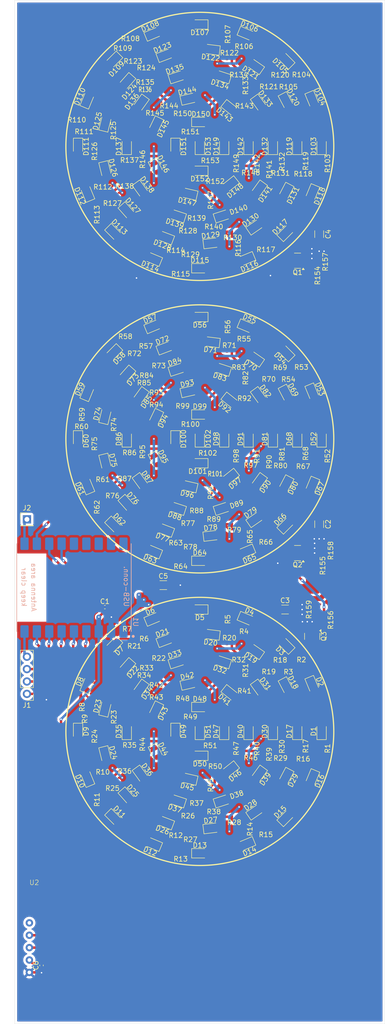
<source format=kicad_pcb>
(kicad_pcb (version 20240108) (generator "pcbnew") (generator_version "8.0")
  (layers (0 "F.Cu" signal) (31 "B.Cu" signal) (34 "B.Paste" user) (35 "F.Paste" user) (36 "B.SilkS" user "B.Silkscreen") (37 "F.SilkS" user "F.Silkscreen") (38 "B.Mask" user) (39 "F.Mask" user) (44 "Edge.Cuts" user))
  (net 0 "")
  (net 1 "Net-(D1-K)")
  (net 2 "+5V")
  (net 3 "Net-(D2-K)")
  (net 4 "Net-(D3-K)")
  (net 5 "Net-(D4-K)")
  (net 6 "Net-(D5-K)")
  (net 7 "Net-(D6-K)")
  (net 8 "Net-(D7-K)")
  (net 9 "Net-(D8-K)")
  (net 10 "Net-(D9-K)")
  (net 11 "Net-(D10-K)")
  (net 12 "Net-(D11-K)")
  (net 13 "Net-(D12-K)")
  (net 14 "Net-(D13-K)")
  (net 15 "Net-(D14-K)")
  (net 16 "Net-(D15-K)")
  (net 17 "Net-(D16-K)")
  (net 18 "Net-(D17-K)")
  (net 19 "Net-(D18-K)")
  (net 20 "Net-(D19-K)")
  (net 21 "Net-(D20-K)")
  (net 22 "Net-(D21-K)")
  (net 23 "Net-(D22-K)")
  (net 24 "Net-(D23-K)")
  (net 25 "Net-(D24-K)")
  (net 26 "Net-(D25-K)")
  (net 27 "Net-(D26-K)")
  (net 28 "Net-(D27-K)")
  (net 29 "Net-(D28-K)")
  (net 30 "Net-(D29-K)")
  (net 31 "Net-(D30-K)")
  (net 32 "Net-(D31-K)")
  (net 33 "Net-(D32-K)")
  (net 34 "Net-(D33-K)")
  (net 35 "Net-(D34-K)")
  (net 36 "Net-(D35-K)")
  (net 37 "Net-(D36-K)")
  (net 38 "Net-(D37-K)")
  (net 39 "Net-(D38-K)")
  (net 40 "Net-(D39-K)")
  (net 41 "Net-(D40-K)")
  (net 42 "Net-(D41-K)")
  (net 43 "Net-(D42-K)")
  (net 44 "Net-(D43-K)")
  (net 45 "Net-(D44-K)")
  (net 46 "Net-(D45-K)")
  (net 47 "Net-(D46-K)")
  (net 48 "Net-(D47-K)")
  (net 49 "Net-(D48-K)")
  (net 50 "Net-(D49-K)")
  (net 51 "Net-(D50-K)")
  (net 52 "Net-(D51-K)")
  (net 53 "Net-(D52-K)")
  (net 54 "Net-(D53-K)")
  (net 55 "/G2MOSFET")
  (net 56 "Net-(D54-K)")
  (net 57 "Net-(D55-K)")
  (net 58 "Net-(D56-K)")
  (net 59 "Net-(D57-K)")
  (net 60 "Net-(D58-K)")
  (net 61 "Net-(D59-K)")
  (net 62 "Net-(D60-K)")
  (net 63 "Net-(D61-K)")
  (net 64 "Net-(D62-K)")
  (net 65 "Net-(D63-K)")
  (net 66 "Net-(D64-K)")
  (net 67 "Net-(D65-K)")
  (net 68 "Net-(D66-K)")
  (net 69 "Net-(D67-K)")
  (net 70 "Net-(D68-K)")
  (net 71 "Net-(D69-K)")
  (net 72 "Net-(D70-K)")
  (net 73 "Net-(D71-K)")
  (net 74 "Net-(D72-K)")
  (net 75 "Net-(D73-K)")
  (net 76 "Net-(D74-K)")
  (net 77 "Net-(D75-K)")
  (net 78 "Net-(D76-K)")
  (net 79 "Net-(D77-K)")
  (net 80 "Net-(D78-K)")
  (net 81 "Net-(D79-K)")
  (net 82 "Net-(D80-K)")
  (net 83 "Net-(D81-K)")
  (net 84 "Net-(D82-K)")
  (net 85 "Net-(D83-K)")
  (net 86 "Net-(D84-K)")
  (net 87 "Net-(D85-K)")
  (net 88 "Net-(D86-K)")
  (net 89 "Net-(D87-K)")
  (net 90 "Net-(D88-K)")
  (net 91 "Net-(D89-K)")
  (net 92 "Net-(D90-K)")
  (net 93 "Net-(D91-K)")
  (net 94 "Net-(D92-K)")
  (net 95 "Net-(D93-K)")
  (net 96 "Net-(D94-K)")
  (net 97 "Net-(D95-K)")
  (net 98 "Net-(D96-K)")
  (net 99 "Net-(D97-K)")
  (net 100 "Net-(D98-K)")
  (net 101 "Net-(D99-K)")
  (net 102 "Net-(D100-K)")
  (net 103 "Net-(D101-K)")
  (net 104 "Net-(D102-K)")
  (net 105 "/Y2MOSFET")
  (net 106 "Net-(D103-K)")
  (net 107 "Net-(D104-K)")
  (net 108 "Net-(D105-K)")
  (net 109 "Net-(D106-K)")
  (net 110 "Net-(D107-K)")
  (net 111 "Net-(D108-K)")
  (net 112 "Net-(D109-K)")
  (net 113 "Net-(D110-K)")
  (net 114 "Net-(D111-K)")
  (net 115 "Net-(D112-K)")
  (net 116 "Net-(D113-K)")
  (net 117 "Net-(D114-K)")
  (net 118 "Net-(D115-K)")
  (net 119 "Net-(D116-K)")
  (net 120 "Net-(D117-K)")
  (net 121 "Net-(D118-K)")
  (net 122 "Net-(D119-K)")
  (net 123 "Net-(D120-K)")
  (net 124 "Net-(D121-K)")
  (net 125 "Net-(D122-K)")
  (net 126 "Net-(D123-K)")
  (net 127 "Net-(D124-K)")
  (net 128 "Net-(D125-K)")
  (net 129 "Net-(D126-K)")
  (net 130 "Net-(D127-K)")
  (net 131 "Net-(D128-K)")
  (net 132 "Net-(D129-K)")
  (net 133 "Net-(D130-K)")
  (net 134 "Net-(D131-K)")
  (net 135 "Net-(D132-K)")
  (net 136 "Net-(D133-K)")
  (net 137 "Net-(D134-K)")
  (net 138 "Net-(D135-K)")
  (net 139 "Net-(D136-K)")
  (net 140 "Net-(D137-K)")
  (net 141 "Net-(D138-K)")
  (net 142 "Net-(D139-K)")
  (net 143 "Net-(D140-K)")
  (net 144 "Net-(D141-K)")
  (net 145 "Net-(D142-K)")
  (net 146 "Net-(D143-K)")
  (net 147 "Net-(D144-K)")
  (net 148 "Net-(D145-K)")
  (net 149 "Net-(D146-K)")
  (net 150 "Net-(D147-K)")
  (net 151 "Net-(D148-K)")
  (net 152 "Net-(D149-K)")
  (net 153 "Net-(D150-K)")
  (net 154 "Net-(D151-K)")
  (net 155 "Net-(D152-K)")
  (net 156 "Net-(D153-K)")
  (net 157 "/R2MOSFET")
  (net 158 "Net-(Q1-G)")
  (net 159 "GND")
  (net 160 "Net-(Q2-G)")
  (net 161 "Net-(Q3-G)")
  (net 167 "+3V3")
  (net 169 "Net-(J1-Pin_4)")
  (net 170 "Net-(J1-Pin_1)")
  (net 171 "Net-(J1-Pin_2)")
  (net 172 "Net-(J1-Pin_3)")
  (net 173 "Net-(J2-Pin_1)")
  (net 174 "Net-(U1-GP7)")
  (net 175 "Net-(U1-GP9)")
  (net 176 "Net-(U1-GP8)")
  (net 177 "Net-(U1-GP1)")
  (net 178 "Net-(U1-GP0)")
  (footprint "LED_SMD:LED_0805_2012Metric" (layer "F.Cu") (at 113.096988 209.567086 -112.5)
    (property "Reference" "D16")
    (property "Value" "LED G")
  )
  (footprint "LED_SMD:LED_0805_2012Metric" (layer "F.Cu") (at 110 200 90)
    (property "Reference" "D17")
    (property "Value" "LED G")
  )
  (footprint "foxisfrickellibrary:R_0402_modsilkscreen" (layer "F.Cu") (at 87.5625 98.5)
    (property "Reference" "R128")
    (property "Value" "150Ω")
  )
  (footprint "foxisfrickellibrary:R_0402_modsilkscreen" (layer "F.Cu") (at 97.0625 97.5 180)
    (property "Reference" "R130")
    (property "Value" "150Ω")
  )
  (footprint "LED_SMD:LED_0805_2012Metric" (layer "F.Cu") (at 99.567086 103.096988 -157.5)
    (property "Reference" "D116")
    (property "Value" "LED R")
  )
  (footprint "foxisfrickellibrary:R_0402_modsilkscreen" (layer "F.Cu") (at 86.5625 134.5 180)
    (property "Reference" "R99")
    (property "Value" "150Ω")
  )
  (footprint "foxisfrickellibrary:R_0402_modsilkscreen" (layer "F.Cu") (at 104.5625 66 -90)
    (property "Reference" "R121")
    (property "Value" "150Ω")
  )
  (footprint "LED_SMD:LED_0805_2012Metric" (layer "F.Cu") (at 70.581164 135.213687 76.1538462)
    (property "Reference" "D74")
    (property "Value" "LED Y")
  )
  (footprint "foxisfrickellibrary:R_0402_modsilkscreen" (layer "F.Cu") (at 88.0625 161 180)
    (property "Reference" "R78")
    (property "Value" "150Ω")
  )
  (footprint "foxisfrickellibrary:R_0402_modsilkscreen" (layer "F.Cu") (at 94.5725 177 -90)
    (property "Reference" "R5")
    (property "Value" "120Ω")
  )
  (footprint "foxisfrickellibrary:R_0402_modsilkscreen" (layer "F.Cu") (at 94.5725 117 -90)
    (property "Reference" "R56")
    (property "Value" "150Ω")
  )
  (footprint "LED_SMD:LED_0805_2012Metric" (layer "F.Cu") (at 107.709121 70.705537 -62.30769231)
    (property "Reference" "D120")
    (property "Value" "LED R")
  )
  (footprint "foxisfrickellibrary:R_0402_modsilkscreen" (layer "F.Cu") (at 81.5625 187 180)
    (property "Reference" "R33")
    (property "Value" "120Ω")
  )
  (footprint "foxisfrickellibrary:R_0402_modsilkscreen" (layer "F.Cu") (at 89.5525 93.5)
    (property "Reference" "R139")
    (property "Value" "150Ω")
  )
  (footprint "foxisfrickellibrary:R_0402_modsilkscreen" (layer "F.Cu") (at 77.0625 179 180)
    (property "Reference" "R6")
    (property "Value" "120Ω")
  )
  (footprint "LED_SMD:LED_0805_2012Metric" (layer "F.Cu") (at 113.096988 130.432914 -67.5)
    (property "Reference" "D53")
    (property "Value" "LED Y")
  )
  (footprint "LED_SMD:LED_0805_2012Metric" (layer "F.Cu") (at 77.864745 208.816779 -54)
    (property "Reference" "D36")
    (property "Value" "LED G")
  )
  (footprint "LED_SMD:LED_0805_2012Metric" (layer "F.Cu") (at 94.635255 154.265848 18)
    (property "Reference" "D89")
    (property "Value" "LED Y")
  )
  (footprint "foxisfrickellibrary:R_0402_modsilkscreen" (layer "F.Cu") (at 108.5625 66 -90)
    (property "Reference" "R105")
    (property "Value" "150Ω")
  )
  (footprint "foxisfrickellibrary:R_0402_modsilkscreen" (layer "F.Cu") (at 97.0625 59.5 180)
    (property "Reference" "R106")
    (property "Value" "150Ω")
  )
  (footprint "LED_SMD:LED_0805_2012Metric" (layer "F.Cu") (at 92.410734 219.854177 6.923076923)
    (property "Reference" "D27")
    (property "Value" "LED G")
  )
  (footprint "foxisfrickellibrary:R_0402_modsilkscreen" (layer "F.Cu") (at 76.5625 121)
    (property "Reference" "R58")
    (property "Value" "150Ω")
  )
  (footprint "foxisfrickellibrary:R_0402_modsilkscreen" (layer "F.Cu") (at 83.5625 193)
    (property "Reference" "R43")
    (property "Value" "120Ω")
  )
  (footprint "foxisfrickellibrary:R_0402_modsilkscreen" (layer "F.Cu") (at 81.5625 127 180)
    (property "Reference" "R84")
    (property "Value" "150Ω")
  )
  (footprint "LED_SMD:LED_0805_2012Metric" (layer "F.Cu") (at 82.907902 98.700325 159.2307692)
    (property "Reference" "D128")
    (property "Value" "LED R")
  )
  (footprint "foxisfrickellibrary:R_0402_modsilkscreen" (layer "F.Cu") (at 100.5625 143.5 -90)
    (property "Reference" "R91")
    (property "Value" "150Ω")
  )
  (footprint "LED_SMD:LED_0805_2012Metric" (layer "F.Cu") (at 107.67767 182.32233 135)
    (property "Reference" "D3")
    (property "Value" "LED G")
  )
  (footprint "LED_SMD:LED_0805_2012Metric" (layer "F.Cu") (at 87.774791 149.749279 167.1428571)
    (property "Reference" "D96")
    (property "Value" "LED Y")
  )
  (footprint "LED_SMD:LED_0805_2012Metric" (layer "F.Cu") (at 90 175 180)
    (property "Reference" "D5")
    (property "Value" "LED G")
  )
  (footprint "LED_SMD:LED_0805_2012Metric" (layer "F.Cu") (at 82.907902 158.700325 159.2307692)
    (property "Reference" "D77")
    (property "Value" "LED Y")
  )
  (footprint "foxisfrickellibrary:R_0402_modsilkscreen" (layer "F.Cu") (at 90.5625 216 180)
    (property "Reference" "R38")
    (property "Value" "120Ω")
  )
  (footprint "LED_SMD:LED_0805_2012Metric" (layer "F.Cu") (at 75.029785 93.262453 -48.46153846)
    (property "Reference" "D127")
    (property "Value" "LED R")
  )
  (footprint "LED_SMD:LED_0805_2012Metric" (layer "F.Cu") (at 90 200 90)
    (property "Reference" "D51")
    (property "Value" "LED G")
  )
  (footprint "foxisfrickellibrary:R_0402_modsilkscreen" (layer "F.Cu") (at 79.0625 185)
    (property "Reference" "R22")
    (property "Value" "120Ω")
  )
  (footprint "foxisfrickellibrary:R_0402_modsilkscreen" (layer "F.Cu") (at 75.0725 147 180)
    (property "Reference" "R87")
    (property "Value" "150Ω")
  )
  (footprint "foxisfrickellibrary:R_0402_modsilkscreen" (layer "F.Cu") (at 96.0625 182)
    (property "Reference" "R20")
    (property "Value" "120Ω")
  )
  (footprint "foxisfrickellibrary:R_0402_modsilkscreen" (layer "F.Cu") (at 93.5625 86)
    (property "Reference" "R152")
    (property "Value" "150Ω")
  )
  (footprint "foxisfrickellibrary:R_0402_modsilkscreen" (layer "F.Cu") (at 98.5625 84.5 90)
    (property "Reference" "R148")
    (property "Value" "150Ω")
  )
  (footprint "foxisfrickellibrary:R_0402_modsilkscreen" (layer "F.Cu") (at 85.0625 222.5)
    (property "Reference" "R12")
    (property "Value" "120Ω")
  )
  (footprint "foxisfrickellibrary:OLED-2.08-inch" (layer "F.Cu") (at 53.5 232)
    (property "Reference" "U2")
    (property "Value" "~")
  )
  (footprint "Capacitor_SMD:C_1206_3216Metric" (layer "F.Cu") (at 107.5 175)
    (property "Reference" "C3")
    (property "Value" "100uF")
  )
  (footprint "foxisfrickellibrary:R_0402_modsilkscreen" (layer "F.Cu") (at 75.5725 204)
    (property "Reference" "R35")
    (property "Value" "120Ω")
  )
  (footprint "foxisfrickellibrary:R_0402_modsilkscreen" (layer "F.Cu") (at 96.0625 122)
    (property "Reference" "R71")
    (property "Value" "150Ω")
  )
  (footprint "LED_SMD:LED_0805_2012Metric" (layer "F.Cu") (at 85.364745 214.265848 162)
    (property "Reference" "D37")
    (property "Value" "LED G")
  )
  (footprint "LED_SMD:LED_0805_2012Metric" (layer "F.Cu") (at 105 200 90)
    (property "Reference" "D30")
    (property "Value" "LED G")
  )
  (footprint "Capacitor_SMD:C_1206_3216Metric" (layer "F.Cu") (at 114.5 98 -90)
    (property "Reference" "C4")
    (property "Value" "100uF")
  )
  (footprint "foxisfrickellibrary:R_0402_modsilkscreen" (layer "F.Cu") (at 79.0625 122.5 180)
    (property "Reference" "R72")
    (property "Value" "150Ω")
  )
  (footprint "foxisfrickellibrary:R_0402_modsilkscreen" (layer "F.Cu") (at 115.5625 176.99 90)
    (property "Reference" "R156")
    (property "Value" "33Ω")
  )
  (footprint "foxisfrickellibrary:R_0402_modsilkscreen" (layer "F.Cu") (at 91.0625 151 -90)
    (property "Reference" "R96")
    (property "Value" "150Ω")
  )
  (footprint "foxisfrickellibrary:R_0402_modsilkscreen" (layer "F.Cu") (at 108.5625 186 -90)
    (property "Reference" "R3")
    (property "Value" "120Ω")
  )
  (footprint "LED_SMD:LED_0805_2012Metric" (layer "F.Cu") (at 115 80 90)
    (property "Reference" "D103")
    (property "Value" "LED R")
  )
  (footprint "LED_SMD:LED_0805_2012Metric" (layer "F.Cu") (at 80.432914 163.096988 157.5)
    (property "Reference" "D63")
    (property "Value" "LED Y")
  )
  (footprint "LED_SMD:LED_0805_2012Metric" (layer "F.Cu") (at 77.864745 191.183221 -126)
    (property "Reference" "D34")
    (property "Value" "LED G")
  )
  (footprint "LED_SMD:LED_0805_2012Metric" (layer "F.Cu") (at 80.432914 116.903012 22.5)
    (property "Reference" "D57")
    (property "Value" "LED Y")
  )
  (footprint "foxisfrickellibrary:R_0402_modsilkscreen" (layer "F.Cu") (at 100.5625 83.5 -90)
    (property "Reference" "R142")
    (property "Value" "150Ω")
  )
  (footprint "LED_SMD:LED_0805_2012Metric" (layer "F.Cu") (at 94.635255 214.265848 18)
    (property "Reference" "D38")
    (property "Value" "LED G")
  )
  (footprint "foxisfrickellibrary:R_0402_modsilkscreen" (layer "F.Cu") (at 70.0625 94 90)
    (property "Reference" "R113")
    (property "Value" "150Ω")
  )
  (footprint "foxisfrickellibrary:R_0402_modsilkscreen" (layer "F.Cu") (at 79.0625 125)
    (property "Reference" "R73")
    (property "Value" "150Ω")
  )
  (footprint "foxisfrickellibrary:R_0402_modsilkscreen" (layer "F.Cu") (at 98.5625 144.5 90)
    (property "Reference" "R97")
    (property "Value" "150Ω")
  )
  (footprint "foxisfrickellibrary:R_0402_modsilkscreen" (layer "F.Cu") (at 72.5725 150.5 180)
    (property "Reference" "R76")
    (property "Value" "150Ω")
  )
  (footprint "LED_SMD:LED_0805_2012Metric" (layer "F.Cu") (at 85 140 -90)
    (property "Reference" "D100")
    (property "Value" "LED Y")
  )
  (footprint "LED_SMD:LED_0805_2012Metric" (layer "F.Cu") (at 77.864745 71.183221 -126)
    (property "Reference" "D136")
    (property "Value" "LED R")
  )
  (footprint "LED_SMD:LED_0805_2012Metric" (layer "F.Cu") (at 90 135)
    (property "Reference" "D99")
    (property "Value" "LED Y")
  )
  (footprint "Connector_PinHeader_2.54mm:PinHeader_1x01_P2.54mm_Vertical" (layer "F.Cu") (at 54.5 156.5)
    (property "Reference" "J2")
    (property "Value" "Exp-Conn2")
  )
  (footprint "foxisfrickellibrary:R_0402_modsilkscreen" (layer "F.Cu") (at 91.0625 211 -90)
    (property "Reference" "R45")
    (property "Value" "120Ω")
  )
  (footprint "Capacitor_SMD:C_0402_1005Metric" (layer "F.Cu") (at 70.5 174.5)
    (property "Reference" "C1")
    (property "Value" "100nF")
  )
  (footprint "LED_SMD:LED_0805_2012Metric" (layer "F.Cu") (at 102.135255 88.816779 -126)
    (property "Reference" "D141")
    (property "Value" "LED R")
  )
  (footprint "LED_SMD:LED_0805_2012Metric" (layer "F.Cu") (at 66.903012 209.567086 112.5)
    (property "Reference" "D10")
    (property "Value" "LED G")
  )
  (footprint "LED_SMD:LED_0805_2012Metric" (layer "F.Cu") (at 80.990311 204.338837 -64.28571429)
    (property "Reference" "D44")
    (property "Value" "LED G")
  )
  (footprint "foxisfrickellibrary:R_0402_modsilkscreen" (layer "F.Cu") (at 100.5625 203.5 -90)
    (property "Reference" "R40")
    (property "Value" "120Ω")
  )
  (footprint "Capacitor_SMD:C_1206_3216Metric" (layer "F.Cu") (at 114.5 157.5 -90)
    (property "Reference" "C2")
    (property "Value" "100uF")
  )
  (footprint "foxisfrickellibrary:R_0402_modsilkscreen" (layer "F.Cu") (at 103.5625 100 180)
    (property "Reference" "R117")
    (property "Value" "150Ω")
  )
  (footprint "LED_SMD:LED_0805_2012Metric" (layer "F.Cu") (at 92.410734 60.145823 173.0769231)
    (property "Reference" "D122")
    (property "Value" "LED R")
  )
  (footprint "LED_SMD:LED_0805_2012Metric" (layer "F.Cu") (at 66.903012 89.567086 112.5)
    (property "Reference" "D112")
    (property "Value" "LED R")
  )
  (footprint "LED_SMD:LED_0805_2012Metric" (layer "F.Cu") (at 101.361295 123.540323 145.3846154)
    (property "Reference" "D70")
    (property "Value" "LED Y")
  )
  (footprint "foxisfrickellibrary:R_0402_modsilkscreen" (layer "F.Cu") (at 110.5625 143.5 -90)
    (property "Reference" "R68")
    (property "Value" "150Ω")
  )
  (footprint "LED_SMD:LED_0805_2012Metric" (layer "F.Cu") (at 65 140 -90)
    (property "Reference" "D60")
    (property "Value" "LED Y")
  )
  (footprint "LED_SMD:LED_0805_2012Metric" (layer "F.Cu") (at 85.364745 185.734152 18)
    (property "Reference" "D33")
    (property "Value" "LED G")
  )
  (footprint "foxisfrickellibrary:R_0402_modsilkscreen" (layer "F.Cu") (at 108.5625 126 -90)
    (property "Reference" "R54")
    (property "Value" "150Ω")
  )
  (footprint "LED_SMD:LED_0805_2012Metric" (layer "F.Cu") (at 99.567086 176.903012 -22.5)
    (property "Reference" "D4")
    (property "Value" "LED G")
  )
  (footprint "LED_SMD:LED_0805_2012Metric" (layer "F.Cu") (at 80.990311 135.661163 -115.7142857)
    (property "Reference" "D94")
    (property "Value" "LED Y")
  )
  (footprint "LED_SMD:LED_0805_2012Metric" (layer "F.Cu") (at 99.567086 223.096988 -157.5)
    (property "Reference" "D14")
    (property "Value" "LED G")
  )
  (footprint "foxisfrickellibrary:R_0402_modsilkscreen" (layer "F.Cu") (at 94.0625 203.5 -90)
    (property "Reference" "R51")
    (property "Value" "120Ω")
  )
  (footprint "LED_SMD:LED_0805_2012Metric" (layer "F.Cu") (at 80.432914 103.096988 157.5)
    (property "Reference" "D114")
    (property "Value" "LED R")
  )
  (footprint "LED_SMD:LED_0805_2012Metric" (layer "F.Cu") (at 77.864745 131.183221 -126)
    (property "Reference" "D85")
    (property "Value" "LED Y")
  )
  (footprint "foxisfrickellibrary:R_0402_modsilkscreen" (layer "F.Cu") (at 78.0625 145 -90)
    (property "Reference" "R95")
    (property "Value" "150Ω")
  )
  (footprint "LED_SMD:LED_0805_2012Metric" (layer "F.Cu") (at 107.67767 217.67767 45)
    (property "Reference" "D15")
    (property "Value" "LED G")
  )
  (footprint "foxisfrickellibrary:R_0402_modsilkscreen" (layer "F.Cu") (at 76.5625 61)
    (property "Reference" "R109")
    (property "Value" "150Ω")
  )
  (footprint "foxisfrickellibrary:R_0402_modsilkscreen" (layer "F.Cu") (at 111.0625 187 90)
    (property "Reference" "R2")
    (property "Value" "120Ω")
  )
  (footprint "LED_SMD:LED_0805_2012Metric" (layer "F.Cu") (at 94.635255 185.734152 162)
    (property "Reference" "D32")
    (property "Value" "LED G")
  )
  (footprint "Capacitor_SMD:C_1206_3216Metric" (layer "F.Cu") (at 82.5 170)
    (property "Reference" "C5")
    (property "Value" "100uF")
  )
  (footprint "LED_SMD:LED_0805_2012Metric" (layer "F.Cu") (at 101.361295 216.459677 34.61538462)
    (property "Reference" "D28")
    (property "Value" "LED G")
  )
  (footprint "foxisfrickellibrary:R_0402_modsilkscreen" (layer "F.Cu") (at 98.0625 127 -90)
    (property "Reference" "R83")
    (property "Value" "150Ω")
  )
  (footprint "foxisfrickellibrary:R_0402_modsilkscreen" (layer "F.Cu") (at 75.5725 84)
    (property "Reference" "R137")
    (property "Value" "150Ω")
  )
  (footprint "foxisfrickellibrary:R_0402_modsilkscreen" (layer "F.Cu") (at 76.5625 181)
    (property "Reference" "R7")
    (property "Value" "120Ω")
  )
  (footprint "foxisfrickellibrary:R_0402_modsilkscreen" (layer "F.Cu") (at 106.5625 187 90)
    (property "Reference" "R18")
    (property "Value" "120Ω")
  )
  (footprint "LED_SMD:LED_0805_2012Metric" (layer "F.Cu") (at 80.990311 144.338837 -64.28571429)
    (property "Reference" "D95")
    (property "Value" "LED Y")
  )
  (footprint "foxisfrickellibrary:R_0402_modsilkscreen" (layer "F.Cu") (at 97.0625 217.5 180)
    (property "Reference" "R28")
    (property "Value" "120Ω")
  )
  (footprint "LED_SMD:LED_0805_2012Metric" (layer "F.Cu") (at 75.029785 66.737547 -131.5384615)
    (property "Reference" "D124")
    (property "Value" "LED R")
  )
  (footprint "LED_SMD:LED_0805_2012Metric" (layer "F.Cu") (at 96.234898 207.818315 -141.4285714)
    (property "Reference" "D46")
    (property "Value" "LED G")
  )
  (footprint "LED_SMD:LED_0805_2012Metric" (layer "F.Cu") (at 101.361295 156.459677 34.61538462)
    (property "Reference" "D79")
    (property "Value" "LED Y")
  )
  (footprint "LED_SMD:LED_0805_2012Metric" (layer "F.Cu") (at 101.361295 96.459677 34.61538462)
    (property "Reference" "D130")
    (property "Value" "LED R")
  )
  (footprint "foxisfrickellibrary:R_0402_modsilkscreen" (layer "F.Cu") (at 89.5525 153.5)
    (property "Reference" "R88")
    (property "Value" "150Ω")
  )
  (footprint "foxisfrickellibrary:R_0402_modsilkscreen" (layer "F.Cu") (at 113 106.5 -90)
    (property "Reference" "R154")
    (property "Value" "33Ω")
  )
  (footprint "foxisfrickellibrary:R_0402_modsilkscreen" (layer "F.Cu") (at 97.0625 157.5 180)
    (property "Reference" "R79")
    (property "Value" "150Ω")
  )
  (footprint "foxisfrickellibrary:R_0402_modsilkscreen" (layer "F.Cu") (at 67.0625 75 -90)
    (property "Reference" "R110")
    (property "Value" "150Ω")
  )
  (footprint "foxisfrickellibrary:R_0402_modsilkscreen" (layer "F.Cu") (at 86.0625 225 180)
    (property "Reference" "R13")
    (property "Value" "120Ω")
  )
  (footprint "foxisfrickellibrary:R_0402_modsilkscreen" (layer "F.Cu") (at 98.0625 67 -90)
    (property "Reference" "R134")
    (property "Value" "150Ω")
  )
  (footprint "LED_SMD:LED_0805_2012Metric" (layer "F.Cu") (at 75.029785 186.737547 -131.5384615)
    (property "Reference" "D22")
    (property "Value" "LED G")
  )
  (footprint "LED_SMD:LED_0805_2012Metric" (layer "F.Cu") (at 66.903012 190.432914 67.5)
    (property "Reference" "D8")
    (property "Value" "LED G")
  )
  (footprint "LED_SMD:LED_0805_2012Metric" (layer "F.Cu") (at 75.029785 213.262453 -48.46153846)
    (property "Reference" "D25")
    (property "Value" "LED G")
  )
  (footprint "foxisfrickellibrary:R_0402_modsilkscreen" (layer "F.Cu") (at 113.0625 204.5 90)
    (property "Reference" "R16")
    (property "Value" "120Ω")
  )
  (footprint "foxisfrickellibrary:R_0402_modsilkscreen" (layer "F.Cu") (at 77.0625 59 180)
    (property "Reference" "R108")
    (property "Value" "150Ω")
  )
  (footprint "LED_SMD:LED_0805_2012Metric" (layer "F.Cu") (at 113.096988 190.432914 -67.5)
    (property "Reference" "D2")
    (property "Value" "LED G")
  )
  (footprint "LED_SMD:LED_0805_2012Metric" (layer "F.Cu") (at 87.774791 130.250721 12.8571429)
    (property "Reference" "D93")
    (property "Value" "LED Y")
  )
  (footprint "foxisfrickellibrary:R_0402_modsilkscreen" (layer "F.Cu") (at 114.0625 165.91784 -90)
    (property "Reference" "R155")
    (property "Value" "33Ω")
  )
  (footprint "LED_SMD:LED_0805_2012Metric" (layer "F.Cu") (at 70.581164 84.786313 -76.15384615)
    (property "Reference" "D126")
    (property "Value" "LED R")
  )
  (footprint "LED_SMD:LED_0805_2012Metric" (layer "F.Cu") (at 90 195)
    (property "Reference" "D48")
    (property "Value" "LED G")
  )
  (footprint "LED_SMD:LED_0805_2012Metric" (layer "F.Cu") (at 87.774791 190.250721 12.8571429)
    (property "Reference" "D42")
    (property "Value" "LED G")
  )
  (footprint "foxisfrickellibrary:R_0402_modsilkscreen" (layer "F.Cu") (at 75.0725 207 180)
    (property "Reference" "R36")
    (property "Value" "120Ω")
  )
  (footprint "foxisfrickellibrary:R_0402_modsilkscreen" (layer "F.Cu") (at 86.5625 74.5 180)
    (property "Reference" "R150")
    (property "Value" "150Ω")
  )
  (footprint "LED_SMD:LED_0805_2012Metric" (layer "F.Cu") (at 80.432914 176.903012 22.5)
    (property "Reference" "D6")
    (property "Value" "LED G")
  )
  (footprint "foxisfrickellibrary:R_0402_modsilkscreen" (layer "F.Cu") (at 75.5725 144)
    (property "Reference" "R86")
    (property "Value" "150Ω")
  )
  (footprint "LED_SMD:LED_0805_2012Metric" (layer "F.Cu") (at 90 165)
    (property "Reference" "D64")
    (property "Value" "LED Y")
  )
  (footprint "LED_SMD:LED_0805_2012Metric" (layer "F.Cu") (at 95 200 90)
    (property "Reference" "D47")
    (property "Value" "LED G")
  )
  (footprint "foxisfrickellibrary:R_0402_modsilkscreen" (layer "F.Cu") (at 100.5625 127.5 90)
    (property "Reference" "R82")
    (property "Value" "150Ω")
  )
  (footprint "LED_SMD:LED_0805_2012Metric" (layer "F.Cu") (at 107.67767 157.67767 45)
    (property "Reference" "D66")
    (property "Value" "LED Y")
  )
  (footprint "foxisfrickellibrary:R_0402_modsilkscreen" (layer "F.Cu") (at 90.5625 156 180)
    (property "Reference" "R89")
    (property "Value" "150Ω")
  )
  (footprint "LED_SMD:LED_0805_2012Metric" (layer "F.Cu") (at 107.709121 190.705537 -62.30769231)
    (property "Reference" "D18")
    (property "Value" "LED G")
  )
  (footprint "LED_SMD:LED_0805_2012Metric" (layer "F.Cu") (at 66.903012 130.432914 67.5)
    (property "Reference" "D59")
    (property "Value" "LED Y")
  )
  (footprint "foxisfrickellibrary:R_0402_modsilkscreen" (layer "F.Cu") (at 103.0625 204.5 90)
    (property "Reference" "R39")
    (property "Value" "120Ω")
  )
  (footprint "foxisfrickellibrary:R_0402_modsilkscreen" (layer "F.Cu") (at 96.3125 83.5 -90)
    (property "Reference" "R149")
    (property "Value" "150Ω")
  )
  (footprint "foxisfrickellibrary:R_0402_modsilkscreen" (layer "F.Cu") (at 83.5625 133)
    (property "Reference" "R94")
    (property "Value" "150Ω")
  )
  (footprint "LED_SMD:LED_0805_2012Metric" (layer "F.Cu") (at 95 80 90)
    (property "Reference" "D149")
    (property "Value" "LED R")
  )
  (footprint "LED_SMD:LED_0805_2012Metric" (layer "F.Cu") (at 96.234898 192.181685 -38.57142857)
    (property "Reference" "D41")
    (property "Value" "LED G")
  )
  (footprint "LED_SMD:LED_0805_2012Metric" (layer "F.Cu") (at 66.903012 70.432914 67.5)
    (property "Reference" "D110")
    (property "Value" "LED R")
  )
  (footprint "LED_SMD:LED_0805_2012Metric" (layer "F.Cu") (at 85.364745 154.265848 162)
    (property "Reference" "D88")
    (property "Value" "LED Y")
  )
  (footprint "LED_SMD:LED_0805_2012Metric" (layer "F.Cu") (at 115 140 90)
    (property "Reference" "D52")
    (property "Value" "LED Y")
  )
  (footprint "LED_SMD:LED_0805_2012Metric" (layer "F.Cu") (at 105 140 90)
    (property "Reference" "D81")
    (property "Value" "LED Y")
  )
  (footprint "foxisfrickellibrary:R_0402_modsilkscreen" (layer "F.Cu") (at 70.0725 209.5)
    (property "Reference" "R10")
    (property "Value" "120Ω")
  )
  (footprint "LED_SMD:LED_0805_2012Metric" (layer "F.Cu") (at 82.907902 181.299675 20.7692308)
    (property "Reference" "D21")
    (property "Value" "LED G")
  )
  (footprint "LED_SMD:LED_0805_2012Metric" (layer "F.Cu") (at 102.135255 71.183221 -54)
    (property "Reference" "D133")
    (property "Value" "LED R")
  )
  (footprint "LED_SMD:LED_0805_2012Metric" (layer "F.Cu") (at 80.990311 84.338837 -64.28571429)
    (property "Reference" "D146")
    (property "Value" "LED R")
  )
  (footprint "LED_SMD:LED_0805_2012Metric" (layer "F.Cu") (at 100 200 90)
    (property "Reference" "D40")
    (property "Value" "LED G")
  )
  (footprint "LED_SMD:LED_0805_2012Metric" (layer "F.Cu") (at 107.67767 122.32233 135)
    (property "Reference" "D54")
    (property "Value" "LED Y")
  )
  (footprint "LED_SMD:LED_0805_2012Metric" (layer "F.Cu") (at 92.410734 159.854177 6.923076923)
    (property "Reference" "D78")
    (property "Value" "LED Y")
  )
  (footprint "foxisfrickellibrary:R_0402_modsilkscreen" (layer "F.Cu") (at 115.0625 203.5 -90)
    (property "Reference" "R1")
    (property "Value" "120Ω")
  )
  (footprint "foxisfrickellibrary:R_0402_modsilkscreen" (layer "F.Cu") (at 110.5625 203.5 -90)
    (property "Reference" "R17")
    (property "Value" "120Ω")
  )
  (footprint "foxisfrickellibrary:R_0402_modsilkscreen" (layer "F.Cu") (at 85.5625 76.5)
    (property "Reference" "R151")
    (property "Value" "150Ω")
  )
  (footprint "foxisfrickellibrary:R_0402_modsilkscreen" (layer "F.Cu") (at 83.5625 70.5 180)
    (property "Reference" "R144")
    (property "Value" "150Ω")
  )
  (footprint "LED_SMD:LED_0805_2012Metric" (layer "F.Cu") (at 101.361295 63.540323 145.3846154)
    (property "Reference" "D121")
    (property "Value" "LED R")
  )
  (footprint "foxisfrickellibrary:R_0402_modsilkscreen" (layer "F.Cu") (at 111.0625 127 90)
    (property "Reference" "R53")
    (property "Value" "150Ω")
  )
  (footprint "foxisfrickellibrary:R_0402_modsilkscreen" (layer "F.Cu") (at 98.0625 130 90)
    (property "Reference" "R92")
    (property "Value" "150Ω")
  )
  (footprint "foxisfrickellibrary:R_0402_modsilkscreen" (layer "F.Cu") (at 98.5625 204.5 90)
    (property "Reference" "R46")
    (property "Value" "120Ω")
  )
  (footprint "foxisfrickellibrary:R_0402_modsilkscreen" (layer "F.Cu") (at 67.0625 135 -90)
    (property "Reference" "R59")
    (property "Value" "150Ω")
  )
  (footprint "LED_SMD:LED_0805_2012Metric" (layer "F.Cu") (at 107.709121 149.294463 -117.6923077)
    (property "Reference" "D80")
    (property "Value" "LED Y")
  )
  (footprint "LED_SMD:LED_0805_2012Metric" (layer "F.Cu") (at 82.907902 218.700325 159.2307692)
    (property "Reference" "D26")
    (property "Value" "LED G")
  )
  (footprint "LED_SMD:LED_0805_2012Metric" (layer "F.Cu") (at 85.364745 94.265848 162)
    (property "Reference" "D139")
    (property "Value" "LED R")
  )
  (footprint "foxisfrickellibrary:R_0402_modsilkscreen" (layer "F.Cu") (at 97.0625 179.5 180)
    (property "Reference" "R4")
    (property "Value" "120Ω")
  )
  (footprint "foxisfrickellibrary:R_0402_modsilkscreen" (layer "F.Cu") (at 111.0625 67 90)
    (property "Reference" "R104")
    (property "Value" "150Ω")
  )
  (footprint "foxisfrickellibrary:R_0402_modsilkscreen" (layer "F.Cu") (at 99.0625 160 90)
    (property "Reference" "R65")
    (property "Value" "150Ω")
  )
  (footprint "LED_SMD:LED_0805_2012Metric" (layer "F.Cu") (at 80.990311 195.661163 -115.7142857)
    (property "Reference" "D43")
    (property "Value" "LED G")
  )
  (footprint "LED_SMD:LED_0805_2012Metric" (layer "F.Cu") (at 77.864745 88.816779 -54)
    (property "Reference" "D138")
    (property "Value" "LED R")
  )
  (footprint "LED_SMD:LED_0805_2012Metric" (layer "F.Cu") (at 102.135255 208.816779 -126)
    (property "Reference" "D39")
    (property "Value" "LED G")
  )
  (footprint "foxisfrickellibrary:R_0402_modsilkscreen" (layer "F.Cu") (at 103.0625 84.5 90)
    (property "Reference" "R141")
    (property "Value" "150Ω")
  )
  (footprint "foxisfrickellibrary:R_0402_modsilkscreen" (layer "F.Cu") (at 108.5625 144.5 90)
    (property "Reference" "R80")
    (property "Value" "150Ω")
  )
  (footprint "foxisfrickellibrary:R_0402_modsilkscreen" (layer "F.Cu") (at 67.5625 138.5 90)
    (property "Reference" "R60")
    (property "Value" "150Ω")
  )
  (footprint "LED_SMD:LED_0805_2012Metric" (layer "F.Cu") (at 102.135255 148.816779 -126)
    (property "Reference" "D90")
    (property "Value" "LED Y")
  )
  (footprint "LED_SMD:LED_0805_2012Metric" (layer "F.Cu") (at 95 140 90)
    (property "Reference" "D98")
    (property "Value" "LED Y")
  )
  (footprint "foxisfrickellibrary:R_0402_modsilkscreen" (layer "F.Cu") (at 86.0625 105 180)
    (property "Reference" "R115")
    (property "Value" "150Ω")
  )
  (footprint "foxisfrickellibrary:R_0402_modsilkscreen" (layer "F.Cu") (at 85.0625 162.5)
    (property "Reference" "R63")
    (property "Value" "150Ω")
  )
  (footprint "foxisfrickellibrary:R_0402_modsilkscreen" (layer "F.Cu") (at 83.5625 73)
    (property "Reference" "R145")
    (property "Value" "150Ω")
  )
  (footprint "LED_SMD:LED_0805_2012Metric" (layer "F.Cu") (at 90 140 90)
    (property "Reference" "D102")
    (property "Value" "LED Y")
  )
  (footprint "LED_SMD:LED_0805_2012Metric" (layer "F.Cu") (at 100 80 90)
    (property "Reference" "D142")
    (property "Value" "LED R")
  )
  (footprint "foxisfrickellibrary:R_0402_modsilkscreen" (layer "F.Cu") (at 115.5625 162.91784 90)
    (property "Reference" "R158")
    (property "Value" "1MΩ")
  )
  (footprint "LED_SMD:LED_0805_2012Metric" (layer "F.Cu") (at 113.096988 149.567086 -112.5)
    (property "Reference" "D67")
    (property "Value" "LED Y")
  )
  (footprint "foxisfrickellibrary:R_0402_modsilkscreen" (layer "F.Cu") (at 69.5625 140 90)
    (property "Reference" "R75")
    (property "Value" "150Ω")
  )
  (footprint "foxisfrickellibrary:R_0402_modsilkscreen" (layer "F.Cu") (at 86.0625 165 180)
    (property "Reference" "R64")
    (property "Value" "150Ω")
  )
  (footprint "foxisfrickellibrary:R_0402_modsilkscreen" (layer "F.Cu") (at 77.0625 119 180)
    (property "Reference" "R57")
    (property "Value" "150Ω")
  )
  (footprint "Capacitor_SMD:C_0402_1005Metric" (layer "F.Cu") (at 57.5 248 90)
    (property "Reference" "C6")
    (property "Value" "100nF")
  )
  (footprint "LED_SMD:LED_0805_2012Metric" (layer "F.Cu") (at 72.32233 157.67767 -45)
    (property "Reference" "D62")
    (property "Value" "LED Y")
  )
  (footprint "foxisfrickellibrary:R_0402_modsilkscreen" (layer "F.Cu") (at 78.0625 85 -90)
    (property "Reference" "R146")
    (property "Value" "150Ω")
  )
  (footprint "foxisfrickellibrary:R_0402_modsilkscreen" (layer "F.Cu") (at 103.5625 160 180)
    (property "Reference" "R66")
    (property "Value" "150Ω")
  )
  (footprint "LED_SMD:LED_0805_2012Metric" (layer "F.Cu") (at 90 205 180)
    (property "Reference" "D50")
    (property "Value" "LED G")
  )
  (footprint "LED_SMD:LED_0805_2012Metric" (layer "F.Cu") (at 87.774791 209.749279 167.1428571)
    (property "Reference" "D45")
    (property "Value" "LED G")
  )
  (footprint "LED_SMD:LED_0805_2012Metric" (layer "F.Cu") (at 99.567086 116.903012 -22.5)
    (property "Reference" "D55")
    (property "Value" "LED Y")
  )
  (footprint "foxisfrickellibrary:R_0402_modsilkscreen" (layer "F.Cu") (at 81.0625 69)
    (property "Reference" "R136")
    (property "Value" "150Ω")
  )
  (footprint "foxisfrickellibrary:R_0402_modsilkscreen" (layer "F.Cu") (at 105.5625 143.5 -90)
    (property "Reference" "R81")
    (property "Value" "150Ω")
  )
  (footprint "foxisfrickellibrary:R_0402_modsilkscreen" (layer "F.Cu") (at 98.0625 190 90)
    (property "Reference" "R41")
    (property "Value" "120Ω")
  )
  (footprint "foxisfrickellibrary:R_0402_modsilkscreen" (layer "F.Cu") (at 88.0625 221 180)
    (property "Reference" "R27")
    (property "Value" "120Ω")
  )
  (footprint "foxisfrickellibrary:R_0402_modsilkscreen" (layer "F.Cu") (at 108.5625 204.5 90)
    (property "Reference" "R29")
    (property "Value" "120Ω")
  )
  (footprint "foxisfrickellibrary:R_0402_modsilkscreen" (layer "F.Cu") (at 104.5625 186 -90)
    (property "Reference" "R19")
    (property "Value" "120Ω")
  )
  (footprint "LED_SMD:LED_0805_2012Metric" (layer "F.Cu") (at 110 80 90)
    (property "Reference" "D119")
    (property "Value" "LED R")
  )
  (footprint "LED_SMD:LED_0805_2012Metric" (layer "F.Cu") (at 65 80 -90)
    (property "Reference" "D111")
    (property "Value" "LED R")
  )
  (footprint "LED_SMD:LED_0805_2012Metric" (layer "F.Cu") (at 92.410734 99.854177 6.923076923)
    (property "Reference" "D129")
    (property "Value" "LED R")
  )
  (footprint "LED_SMD:LED_0805_2012Metric" (layer "F.Cu") (at 113.096988 89.567086 -112.5)
    (property "Reference" "D118")
    (property "Value" "LED R")
  )
  (footprint "LED_SMD:LED_0805_2012Metric" (layer "F.Cu") (at 107.709121 209.294463 -117.6923077)
    (property "Reference" "D29")
    (property "Value" "LED G")
  )
  (footprint "foxisfrickellibrary:R_0402_modsilkscreen" (layer "F.Cu") (at 79.0625 65)
    (property "Reference" "R124")
    (property "Value" "150Ω")
  )
  (footprint "foxisfrickellibrary:R_0402_modsilkscreen" (layer "F.Cu") (at 71.5625 199.5 -90)
    (property "Reference" "R23")
    (property "Value" "120Ω")
  )
  (footprint "LED_SMD:LED_0805_2012Metric" (layer "F.Cu") (at 102.135255 191.183221 -54)
    (property "Reference" "D31")
    (property "Value" "LED G")
  )
  (footprint "foxisfrickellibrary:R_0402_modsilkscreen" (layer "F.Cu") (at 85.5625 196.5)
    (property "Reference" "R49")
    (property "Value" "120Ω")
  )
  (footprint "foxisfrickellibrary:R_0402_modsilkscreen" (layer "F.Cu") (at 85.0625 102.5)
    (property "Reference" "R114")
    (property "Value" "150Ω")
  )
  (footprint "LED_SMD:LED_0805_2012Metric" (layer "F.Cu") (at 82.907902 61.299675 20.7692308)
    (property "Reference" "D123")
    (property "Value" "LED R")
  )
  (footprint "foxisfrickellibrary:R_0402_modsilkscreen" (layer "F.Cu") (at 71.5625 79.5 -90)
    (property "Reference" "R125")
    (property "Value" "150Ω")
  )
  (footprint "LED_SMD:LED_0805_2012Metric" (layer "F.Cu") (at 70.581164 144.786313 -76.15384615)
    (property "Reference" "D75")
    (property "Value" "LED Y")
  )
  (footprint "LED_SMD:LED_0805_2012Metric" (layer "F.Cu") (at 99.567086 56.903012 -22.5)
    (property "Reference" "D106")
    (property "Value" "LED R")
  )
  (footprint "foxisfrickellibrary:R_0402_modsilkscreen" (layer "F.Cu") (at 69.5625 200 90)
    (property "Reference" "R24")
    (property "Value" "120Ω")
  )
  (footprint "LED_SMD:LED_0805_2012Metric" (layer "F.Cu") (at 96.234898 132.181685 -38.57142857)
    (property "Reference" "D92")
    (property "Value" "LED Y")
  )
  (footprint "foxisfrickellibrary:R_0402_modsilkscreen" (layer "F.Cu") (at 104.5625 126 -90)
    (property "Reference" "R70")
    (property "Value" "150Ω")
  )
  (footprint "foxisfrickellibrary:R_0402_modsilkscreen" (layer "F.Cu") (at 98.0625 187 -90)
    (property "Reference" "R32")
    (property "Value" "120Ω")
  )
  (footprint "foxisfrickellibrary:R_0402_modsilkscreen" (layer "F.Cu") (at 99.0625 100 90)
    (property "Reference" "R116")
    (property "Value" "150Ω")
  )
  (footprint "foxisfrickellibrary:R_0402_modsilkscreen" (layer "F.Cu") (at 105.5625 83.5 -90)
    (property "Reference" "R132")
    (property "Value" "150Ω")
  )
  (footprint "LED_SMD:LED_0805_2012Metric" (layer "F.Cu") (at 75.029785 126.737547 -131.5384615)
    (property "Reference" "D73")
    (property "Value" "LED Y")
  )
  (footprint "LED_SMD:LED_0805_2012Metric" (layer "F.Cu") (at 85 80 -90)
    (property "Reference" "D151")
    (property "Value" "LED R")
  )
  (footprint "foxisfrickellibrary:R_0402_modsilkscreen" (layer "F.Cu") (at 69.5625 80 90)
    (property "Reference" "R126")
    (property "Value" "150Ω")
  )
  (footprint "LED_SMD:LED_0805_2012Metric" (layer "F.Cu") (at 92.410734 180.145823 173.0769231)
    (property "Reference" "D20")
    (property "Value" "LED G")
  )
  (footprint "LED_SMD:LED_0805_2012Metric" (layer "F.Cu") (at 72.32233 217.67767 -45)
    (property "Reference" "D11")
    (property "Value" "LED G")
  )
  (footprint "LED_SMD:LED_0805_2012Metric" (layer "F.Cu") (at 77.864745 148.816779 -54)
    (property "Reference" "D87")
    (property "Value" "LED Y")
  )
  (footprint "foxisfrickellibrary:R_0402_modsilkscreen" (layer "F.Cu") (at 113.5625 175.5 90)
    (property "Reference" "R159")
    (property "Value" "1MΩ")
  )
  (footprint "foxisfrickellibrary:R_0402_modsilkscreen" (layer "F.Cu") (at 70.0725 89.5)
    (property "Reference" "R112")
    (property "Value" "150Ω")
  )
  (footprint "Package_TO_SOT_SMD:SOT-23" (layer "F.Cu") (at 113.0625 180.5 -90)
    (property "Reference" "Q3")
    (property "Value" "AO3400A")
  )
  (footprint "Package_TO_SOT_SMD:SOT-23" (layer "F.Cu") (at 110.0625 163.41784 180)
    (property "Reference" "Q2")
    (property "Value" "AO3400A")
  )
  (footprint "LED_SMD:LED_0805_2012Metric" (layer "F.Cu") (at 100 140 90)
    (property "Reference" "D91")
    (property "Value" "LED Y")
  )
  (footprint "foxisfrickellibrary:R_0402_modsilkscreen" (layer "F.Cu") (at 88.0625 101 180)
    (property "Reference" "R129")
    (property "Value" "150Ω")
  )
  (footprint "LED_SMD:LED_0805_2012Metric" (layer "F.Cu") (at 113.096988 70.432914 -67.5)
    (property "Reference" "D104")
    (property "Value" "LED R")
  )
  (footprint "LED_SMD:LED_0805_2012Metric" (layer "F.Cu") (at 107.67767 62.32233 135)
    (property "Reference" "D105")
    (property "Value" "LED R")
  )
  (footprint "foxisfrickellibrary:R_0402_modsilkscreen" (layer "F.Cu") (at 113.0625 144.5 90)
    (property "Reference" "R67")
    (property "Value" "150Ω")
  )
  (footprint "LED_SMD:LED_0805_2012Metric" (layer "F.Cu") (at 90 85 180)
    (property "Reference" "D152")
    (property "Value" "LED R")
  )
  (footprint "foxisfrickellibrary:R_0402_modsilkscreen" (layer "F.Cu") (at 93.5625 146)
    (property "Reference" "R101")
    (property "Value" "150Ω")
  )
  (footprint "foxisfrickellibrary:R_0402_modsilkscreen" (layer "F.Cu") (at 97.0625 119.5 180)
    (property "Reference" "R55")
    (property "Value" "150Ω")
  )
  (footprint "foxisfrickellibrary:R_0402_modsilkscreen" (layer "F.Cu") (at 100.5625 67.5 90)
    (property "Reference" "R133")
    (property "Value" "150Ω")
  )
  (footprint "LED_SMD:LED_0805_2012Metric" (layer "F.Cu") (at 75 80 90)
    (property "Reference" "D137")
    (property "Value" "LED R")
  )
  (footprint "LED_SMD:LED_0805_2012Metric" (layer "F.Cu") (at 85.364745 65.734152 18)
    (property "Reference" "D135")
    (property "Value" "LED R")
  )
  (footprint "LED_SMD:LED_0805_2012Metric" (layer "F.Cu") (at 90 145 180)
    (property "Reference" "D101")
    (property "Value" "LED Y")
  )
  (footprint "foxisfrickellibrary:R_0402_modsilkscreen" (layer "F.Cu") (at 67.0625 195 -90)
    (property "Reference" "R8")
    (property "Value" "120Ω")
  )
  (footprint "LED_SMD:LED_0805_2012Metric" (layer "F.Cu") (at 87.774791 70.250721 12.8571429)
    (property "Reference" "D144")
    (property "Value" "LED R")
  )
  (footprint "LED_SMD:LED_0805_2012Metric" (layer "F.Cu") (at 105 80 90)
    (property "Reference" "D132")
    (property "Value" "LED R")
  )
  (footprint "Package_TO_SOT_SMD:SOT-23" (layer "F.Cu") (at 110.0625 103.45 180)
    (property "Reference" "Q1")
    (property "Value" "AO3400A")
  )
  (footprint "LED_SMD:LED_0805_2012Metric" (layer "F.Cu") (at 90 225)
    (property "Reference" "D13")
    (property "Value" "LED G")
  )
  (footprint "foxisfrickellibrary:R_0402_modsilkscreen" (layer "F.Cu") (at 105.5625 203.5 -90)
    (property "Reference" "R30")
    (property "Value" "120Ω")
  )
  (footprint "LED_SMD:LED_0805_2012Metric" (layer "F.Cu") (at 72.32233 97.67767 -45)
    (property "Reference" "D113")
    (property "Value" "LED R")
  )
  (footprint "LED_SMD:LED_0805_2012Metric" (layer "F.Cu") (at 87.774791 89.749279 167.1428571)
    (property "Reference" "D147")
    (property "Value" "LED R")
  )
  (footprint "foxisfrickellibrary:R_0402_modsilkscreen" (layer "F.Cu") (at 79.0625 182.5 180)
    (property "Reference" "R21")
    (property "Value" "120Ω")
  )
  (footprint "foxisfrickellibrary:R_0402_modsilkscreen" (layer "F.Cu") (at 103.5625 220 180)
    (property "Reference" "R15")
    (property "Value" "120Ω")
  )
  (footprint "foxisfrickellibrary:R_0402_modsilkscreen" (layer "F.Cu") (at 89.5525 213.5)
    (property "Reference" "R37")
    (property "Value" "120Ω")
  )
  (footprint "foxisfrickellibrary:R_0402_modsilkscreen" (layer "F.Cu") (at 100.5625 187.5 90)
    (property "Reference" "R31")
    (property "Value" "120Ω")
  )
  (footprint "foxisfrickellibrary:R_0402_modsilkscreen" (layer "F.Cu") (at 113.0625 84.5 90)
    (property "Reference" "R118")
    (property "Value" "150Ω")
  )
  (footprint "foxisfrickellibrary:R_0402_modsilkscreen" (layer "F.Cu") (at 81.0625 189)
    (property "Reference" "R34")
    (property "Value" "120Ω")
  )
  (footprint "LED_SMD:LED_0805_2012Metric" (layer "F.Cu") (at 70.581164 195.213687 76.1538462)
    (property "Reference" "D23")
    (property "Value" "LED G")
  )
  (footprint "foxisfrickellibrary:R_0402_modsilkscreen" (layer "F.Cu") (at 83.5625 190.5 180)
    (property "Reference" "R42")
    (property "Value" "120Ω")
  )
  (footprint "foxisfrickellibrary:R_0402_modsilkscreen" (layer "F.Cu") (at 115.0625 143.5 -90)
    (property "Reference" "R52")
    (property "Value" "150Ω")
  )
  (footprint "foxisfrickellibrary:R_0402_modsilkscreen" (layer "F.Cu") (at 94.0625 143.5 -90)
    (property "Reference" "R102")
    (property "Value" "150Ω")
  )
  (footprint "foxisfrickellibrary:R_0402_modsilkscreen" (layer "F.Cu") (at 90.5625 96 180)
    (property "Reference" "R140")
    (property "Value" "150Ω")
  )
  (footprint "foxisfrickellibrary:R_0402_modsilkscreen" (layer "F.Cu") (at 94.5725 57 -90)
    (property "Reference" "R107")
    (property "Value" "150Ω")
  )
  (footprint "foxisfrickellibrary:R_0402_modsilkscreen" (layer "F.Cu") (at 85.5625 136.5)
    (property "Reference" "R100")
    (property "Value" "150Ω")
  )
  (footprint "foxisfrickellibrary:R_0402_modsilkscreen" (layer "F.Cu") (at 86.5625 194.5 180)
    (property "Reference" "R48")
    (property "Value" "120Ω")
  )
  (footprint "foxisfrickellibrary:R_0402_modsilkscreen" (layer "F.Cu") (at 96.3125 203.5 -90)
    (property "Reference" "R47")
    (property "Value" "120Ω")
  )
  (footprint "foxisfrickellibrary:R_0402_modsilkscreen" (layer "F.Cu") (at 91.0625 91 -90)
    (property "Reference" "R147")
    (property "Value" "150Ω")
  )
  (footprint "foxisfrickellibrary:R_0402_modsilkscreen" (layer "F.Cu") (at 67.5625 78.5 90)
    (property "Reference" "R111")
    (property "Value" "150Ω")
  )
  (footprint "LED_SMD:LED_0805_2012Metric" (layer "F.Cu") (at 99.567086 163.096988 -157.5)
    (property "Reference" "D65")
    (property "Value" "LED Y")
  )
  (footprint "foxisfrickellibrary:R_0402_modsilkscreen" (layer "F.Cu") (at 94.0625 83.5 -90)
    (property "Reference" "R153")
    (property "Value" "150Ω")
  )
  (footprint "foxisfrickellibrary:R_0402_modsilkscreen" (layer "F.Cu") (at 70.0625 214 90)
    (property "Reference" "R11")
    (property "Value" "120Ω")
  )
  (footprint "LED_SMD:LED_0805_2012Metric" (layer "F.Cu") (at 110 140 90)
    (property "Reference" "D68")
    (property "Value" "LED Y")
  )
  (footprint "LED_SMD:LED_0805_2012Metric" (layer "F.Cu") (at 115 200 90)
    (property "Reference" "D1")
    (property "Value" "LED G")
  )
  (footprint "foxisfrickellibrary:R_0402_modsilkscreen" (layer "F.Cu") (at 72.5725 90.5 180)
    (property "Reference" "R127")
    (property "Value" "150Ω")
  )
  (footprint "foxisfrickellibrary:R_0402_modsilkscreen" (layer "F.Cu") (at 75.0725 87 180)
    (property "Reference" "R138")
    (property "Value" "150Ω")
  )
  (footprint "foxisfrickellibrary:R_0402_modsilkscreen" (layer "F.Cu") (at 79.0625 62.5 180)
    (property "Reference" "R123")
    (property "Value" "150Ω")
  )
  (footprint "foxisfrickellibrary:R_0402_modsilkscreen" (layer "F.Cu") (at 115.0625 83.5 -90)
    (property "Reference" "R103")
    (property "Value" "150Ω")
  )
  (footprint "LED_SMD:LED_0805_2012Metric" (layer "F.Cu") (at 70.581164 204.786313 -76.15384615)
    (property "Reference" "D24")
    (property "Value" "LED G")
  )
  (footprint "foxisfrickellibrary:R_0402_modsilkscreen" (layer "F.Cu") (at 81.0625 129)
    (property "Reference" "R85")
    (property "Value" "150Ω")
  )
  (footprint "LED_SMD:LED_0805_2012Metric" (layer "F.Cu") (at 70.581164 75.213687 76.1538462)
    (property "Reference" "D125")
    (property "Value" "LED R")
  )
  (footprint "LED_SMD:LED_0805_2012Metric" (layer "F.Cu") (at 94.635255 65.734152 162)
    (property "Reference" "D134")
    (property "Value" "LED R")
  )
  (footprint "LED_SMD:LED_0805_2012Metric" (layer "F.Cu") (at 90 75)
    (property "Reference" "D150")
    (property "Value" "LED R")
  )
  (footprint "foxisfrickellibrary:R_0402_modsilkscreen" (layer "F.Cu") (at 72.5725 210.5 180)
    (property "Reference" "R25")
    (property "Value" "120Ω")
  )
  (footprint "LED_SMD:LED_0805_2012Metric" (layer "F.Cu") (at 72.32233 62.32233 -135)
    (property "Reference" "D109")
    (property "Value" "LED R")
  )
  (footprint "foxisfrickellibrary:R_0402_modsilkscreen" (layer "F.Cu") (at 70.0725 149.5)
    (property "Reference" "R61")
    (property "Value" "150Ω")
  )
  (footprint "foxisfrickellibrary:R_0402_modsilkscreen" (layer "F.Cu") (at 71.5625 139.5 -90)
    (property "Reference" "R74")
    (property "Value" "150Ω")
  )
  (footprint "foxisfrickellibrary:R_0402_modsilkscreen" (layer "F.Cu") (at 93.5625 206)
    (property "Reference" "R50")
    (property "Value" "120Ω")
  )
  (footprint "foxisfrickellibrary:R_0402_modsilkscreen" (layer "F.Cu") (at 78.0625 205 -90)
    (property "Reference" "R44")
    (property "Value" "120Ω")
  )
  (footprint "LED_SMD:LED_0805_2012Metric" (layer "F.Cu") (at 92.410734 120.145823 173.0769231)
    (property "Reference" "D71")
    (property "Value" "LED Y")
  )
  (footprint "LED_SMD:LED_0805_2012Metric" (layer "F.Cu") (at 75.029785 153.262453 -48.46153846)
    (property "Reference" "D76")
    (property "Value" "LED Y")
  )
  (footprint "Connector_PinHeader_2.54mm:PinHeader_1x04_P2.54mm_Vertical" (layer "F.Cu") (at 54.5 192.3 180)
    (property "Reference" "J1")
    (property "Value" "Exp-Conn1")
  )
  (footprint "foxisfrickellibrary:R_0402_modsilkscreen" (layer "F.Cu") (at 96.3125 143.5 -90)
    (property "Reference" "R98")
    (property "Value" "150Ω")
  )
  (footprint "LED_SMD:LED_0805_2012Metric" (layer "F.Cu") (at 90 115 180)
    (property "Reference" "D56")
    (property "Value" "LED Y")
  )
  (footprint "foxisfrickellibrary:R_0402_modsilkscreen" (layer "F.Cu") (at 114.5 103.51 90)
    (property "Reference" "R157")
    (property "Value" "1MΩ")
  )
  (footprint "foxisfrickellibrary:R_0402_modsilkscreen" (layer "F.Cu") (at 67.5625 198.5 90)
    (property "Reference" "R9")
    (property "Value" "120Ω")
  )
  (footprint "foxisfrickellibrary:R_0402_modsilkscreen" (layer "F.Cu") (at 83.5625 130.5 180)
    (property "Reference" "R93")
    (property "Value" "150Ω")
  )
  (footprint "LED_SMD:LED_0805_2012Metric" (layer "F.Cu") (at 90 55 180)
    (property "Reference" "D107")
    (property "Value" "LED R")
  )
  (footprint "foxisfrickellibrary:R_0402_modsilkscreen" (layer "F.Cu") (at 110.5625 83.5 -90)
    (property "Reference" "R119")
    (property "Value" "150Ω")
  )
  (footprint "LED_SMD:LED_0805_2012Metric" (layer "F.Cu") (at 80.432914 223.096988 157.5)
    (property "Reference" "D12")
    (property "Value" "LED G")
  )
  (footprint "LED_SMD:LED_0805_2012Metric" (layer "F.Cu") (at 80.990311 75.661163 -115.7142857)
    (property "Reference" "D145")
    (property "Value" "LED R")
  )
  (footprint "foxisfrickellibrary:R_0402_modsilkscreen" (layer "F.Cu") (at 87.5625 158.5)
    (property "Reference" "R77")
    (property "Value" "150Ω")
  )
  (footprint "LED_SMD:LED_0805_2012Metric" (layer "F.Cu") (at 72.32233 122.32233 -135)
    (property "Reference" "D58")
    (property "Value" "LED Y")
  )
  (footprint "LED_SMD:LED_0805_2012Metric" (layer "F.Cu") (at 96.234898 87.818315 -141.4285714)
    (property "Reference" "D148")
    (property "Value" "LED R")
  )
  (footprint "LED_SMD:LED_0805_2012Metric" (layer "F.Cu") (at 75 200 90)
    (property "Reference" "D35")
    (property "Value" "LED G")
  )
  (footprint "LED_SMD:LED_0805_2012Metric" (layer "F.Cu") (at 75 140 90)
    (property "Reference" "D86")
    (property "Value" "LED Y")
  )
  (footprint "LED_SMD:LED_0805_2012Metric" (layer "F.Cu") (at 94.635255 94.265848 18)
    (property "Reference" "D140")
    (property "Value" "LED R")
  )
  (footprint "foxisfrickellibrary:R_0402_modsilkscreen" (layer "F.Cu") (at 99.0625 220 90)
    (property "Reference" "R14")
    (property "Value" "120Ω")
  )
  (footprint "LED_SMD:LED_0805_2012Metric" (layer "F.Cu") (at 72.32233 182.32233 -135)
    (property "Reference" "D7")
    (property "Value" "LED G")
  )
  (footprint "LED_SMD:LED_0805_2012Metric" (layer "F.Cu") (at 107.709121 89.294463 -117.6923077)
    (property "Reference" "D131")
    (property "Value" "LED R")
  )
  (footprint "LED_SMD:LED_0805_2012Metric" (layer "F.Cu") (at 82.907902 121.299675 20.7692308)
    (property "Reference" "D72")
    (property "Value" "LED Y")
  )
  (footprint "foxisfrickellibrary:R_0402_modsilkscreen" (layer "F.Cu") (at 70.0625 154 90)
    (property "Reference" "R62")
    (property "Value" "150Ω")
  )
  (footprint "LED_SMD:LED_0805_2012Metric" (layer "F.Cu") (at 94.635255 125.734152 162)
    (property "Reference" "D83")
    (property "Value" "LED Y")
  )
  (footprint "foxisfrickellibrary:R_0402_modsilkscreen" (layer "F.Cu") (at 81.5625 67 180)
    (property "Reference" "R135")
    (property "Value" "150Ω")
  )
  (footprint "LED_SMD:LED_0805_2012Metric" (layer "F.Cu") (at 80.432914 56.903012 22.5)
    (property "Reference" "D108")
    (property "Value" "LED R")
  )
  (footprint "foxisfrickellibrary:R_0402_modsilkscreen" (layer "F.Cu") (at 106.5625 127 90)
    (property "Reference" "R69")
    (property "Value" "150Ω")
  )
  (footprint "LED_SMD:LED_0805_2012Metric" (layer "F.Cu") (at 66.903012 149.567086 112.5)
    (property "Reference" "D61")
    (property "Value" "LED Y")
  )
  (footprint "LED_SMD:LED_0805_2012Metric" (layer "F.Cu") (at 101.361295 183.540323 145.3846154)
    (property "Reference" "D19")
    (property "Value" "LED G")
  )
  (footprint "LED_SMD:LED_0805_2012Metric" (layer "F.Cu") (at 65 200 -90)
    (property "Reference" "D9")
    (property "Value" "LED G")
  )
  (footprint "LED_SMD:LED_0805_2012Metric" (layer "F.Cu") (at 85 200 -90)
    (property "Reference" "D49")
    (property "Value" "LED G")
  )
  (footprint "foxisfrickellibrary:R_0402_modsilkscreen" (layer "F.Cu") (at 106.5625 67 90)
    (property "Reference" "R120")
    (property "Value" "150Ω")
  )
  (footprint "LED_SMD:LED_0805_2012Metric" (layer "F.Cu") (at 90 105)
    (property "Reference" "D115")
    (property "Value" "LED R")
  )
  (footprint "LED_SMD:LED_0805_2012Metric" (layer "F.Cu") (at 90 80 90)
    (property "Reference" "D153")
    (property "Value" "LED R")
  )
  (footprint "LED_SMD:LED_0805_2012Metric" (layer "F.Cu") (at 107.67767 97.67767 45)
    (property "Reference" "D117")
    (property "Value" "LED R")
  )
  (footprint "LED_SMD:LED_0805_2012Metric" (layer "F.Cu") (at 96.234898 147.818315 -141.4285714)
    (property "Reference" "D97")
    (property "Value" "LED Y")
  )
  (footprint "foxisfrickellibrary:R_0402_modsilkscreen" (layer "F.Cu") (at 98.0625 70 90)
    (property "Reference" "R143")
    (property "Value" "150Ω")
  )
  (footprint "LED_SMD:LED_0805_2012Metric" (layer "F.Cu") (at 96.234898 72.181685 -38.57142857)
    (property "Reference" "D143")
    (property "Value" "LED R")
  )
  (footprint "foxisfrickellibrary:R_0402_modsilkscreen" (layer "F.Cu") (at 108.5625 84.5 90)
    (property "Reference" "R131")
    (property "Value" "150Ω")
  )
  (footprint "foxisfrickellibrary:R_0402_modsilkscreen" (layer "F.Cu") (at 96.0625 62)
    (property "Reference" "R122")
    (property "Value" "150Ω")
  )
  (footprint "LED_SMD:LED_0805_2012Metric" (layer "F.Cu") (at 102.135255 131.183221 -54)
    (property "Reference" "D82")
    (property "Value" "LED Y")
  )
  (footprint "LED_SMD:LED_0805_2012Metric" (layer "F.Cu") (at 85.364745 125.734152 18)
    (property "Reference" "D84")
    (property "Value" "LED Y")
  )
  (footprint "foxisfrickellibrary:R_0402_modsilkscreen" (layer "F.Cu") (at 103.0625 144.5 90)
    (property "Reference" "R90")
    (property "Value" "150Ω")
  )
  (footprint "foxisfrickellibrary:R_0402_modsilkscreen" (layer "F.Cu") (at 87.5625 218.5)
    (property "Reference" "R26")
    (property "Value" "120Ω")
  )
  (footprint "LED_SMD:LED_0805_2012Metric" (layer "F.Cu") (at 107.709121 130.705537 -62.30769231)
    (property "Reference" "D69")
    (property "Value" "LED Y")
  )
  (footprint "foxisfrickellibrary:Waveshare_ESP32-C3_Mini" (layer "B.Cu") (at 74.32 170.5 90)
    (property "Reference" "U1")
    (property "Value" "Waveshare ESP32-C3 Mini")
  )
  (gr_circle (center 90 140) (end 117.5 140) (stroke (width 0.25)) (fill none) (layer "F.SilkS"))
  (gr_circle (center 90 80) (end 117.5 80) (stroke (width 0.25)) (fill none) (layer "F.SilkS"))
  (gr_circle (center 90 200) (end 117.5 200) (stroke (width 0.25)) (fill none) (layer "F.SilkS"))
  (gr_line (start 52 50) (end 52 260) (stroke (width 0.05)) (layer "Edge.Cuts"))
  (gr_line (start 128 260) (end 128 50) (stroke (width 0.05)) (layer "Edge.Cuts"))
  (gr_line (start 128 50) (end 52 50) (stroke (width 0.05)) (layer "Edge.Cuts"))
  (gr_line (start 52 260) (end 128 260) (stroke (width 0.05)) (layer "Edge.Cuts"))
  (segment (start 115 200.9375) (end 115 202.9275) (width 0.4) (layer "F.Cu") (net 1))
  (segment (start 115 202.9275) (end 115.0625 202.99) (width 0.4) (layer "F.Cu") (net 1))
  (segment (start 68.828555 188) (end 67.261778 189.566777) (width 0.5) (layer "F.Cu") (net 2))
  (segment (start 91.480069 60.03282) (end 89.52968 60.03282) (width 0.5) (layer "F.Cu") (net 2))
  (segment (start 95.501931 88.402837) (end 94.5625 89.342268) (width 0.5) (layer "F.Cu") (net 2))
  (segment (start 90 139.0625) (end 90 138.0625) (width 0.5) (layer "F.Cu") (net 2))
  (segment (start 82.5 80.9375) (end 80.583545 79.021045) (width 0.5) (layer "F.Cu") (net 2))
  (segment (start 89.3125 207.25) (end 84.57013 207.25) (width 0.5) (layer "F.Cu") (net 2))
  (segment (start 73.3125 71.75) (end 71.8125 70.25) (width 0.5) (layer "F.Cu") (net 2))
  (segment (start 83.78448 120.967233) (end 88.029733 120.967233) (width 0.5) (layer "F.Cu") (net 2))
  (segment (start 100 196.5625) (end 100.0625 196.5) (width 0.5) (layer "F.Cu") (net 2))
  (segment (start 73.3125 191.796451) (end 73.3125 191.75) (width 0.5) (layer "F.Cu") (net 2))
  (segment (start 75.50537 73.75) (end 75.3125 73.75) (width 0.5) (layer "F.Cu") (net 2))
  (segment (start 66.544246 207.018254) (end 67.759071 205.803429) (width 0.5) (layer "F.Cu") (net 2))
  (segment (start 90.5625 208.5) (end 89.3125 207.25) (width 0.5) (layer "F.Cu") (net 2))
  (segment (start 117.5 97) (end 117.5 95.5) (width 1) (layer "F.Cu") (net 2))
  (segment (start 90.0625 67.5) (end 87.0625 67.5) (width 0.5) (layer "F.Cu") (net 2))
  (segment (start 65 80.9375) (end 65 82.9375) (width 0.5) (layer "F.Cu") (net 2))
  (segment (start 113.5625 76.5) (end 114.9375 76.5) (width 0.5) (layer "F.Cu") (net 2))
  (segment (start 97.5625 211.5) (end 96.0625 211.5) (width 0.5) (layer "F.Cu") (net 2))
  (segment (start 107.273443 90.124578) (end 104.648021 92.75) (width 0.5) (layer "F.Cu") (net 2))
  (segment (start 93.74364 185.444449) (end 90.118051 185.444449) (width 0.5) (layer "F.Cu") (net 2))
  (segment (start 84.3125 147.25) (end 83.8125 147.75) (width 0.5) (layer "F.Cu") (net 2))
  (segment (start 109.0625 94.108945) (end 109.171445 94) (width 0.5) (layer "F.Cu") (net 2))
  (segment (start 70.805522 205.696571) (end 70.805522 206.243022) (width 0.5) (layer "F.Cu") (net 2))
  (segment (start 73.3125 131.796451) (end 73.3125 131.75) (width 0.5) (layer "F.Cu") (net 2))
  (segment (start 102.0625 177.9375) (end 102.0625 178.891055) (width 1) (layer "F.Cu") (net 2))
  (segment (start 95.0625 136.5) (end 93.5625 136.5) (width 0.5) (layer "F.Cu") (net 2))
  (segment (start 79.5625 96) (end 78.5625 97) (width 0.5) (layer "F.Cu") (net 2))
  (segment (start 82.031324 218.367883) (end 79.663441 216) (width 0.5) (layer "F.Cu") (net 2))
  (segment (start 94.5625 149.342268) (end 94.5625 150.5) (width 0.5) (layer "F.Cu") (net 2))
  (segment (start 86 176.544246) (end 81.299051 176.544246) (width 0.5) (layer "F.Cu") (net 2))
  (segment (start 90.0625 183) (end 88.5625 181.5) (width 0.5) (layer "F.Cu") (net 2))
  (segment (start 104.3125 152.75) (end 104.0625 152.5) (width 0.5) (layer "F.Cu") (net 2))
  (segment (start 87.5625 55) (end 89.0625 55) (width 0.5) (layer "F.Cu") (net 2))
  (segment (start 82.0625 91.565515) (end 82.0625 91.5) (width 0.5) (layer "F.Cu") (net 2))
  (segment (start 86.0625 59) (end 86.0625 56.5) (width 0.5) (layer "F.Cu") (net 2))
  (segment (start 71.8125 130.25) (end 69.5625 128) (width 0.5) (layer "F.Cu") (net 2))
  (segment (start 86.0625 56.5) (end 87.5625 55) (width 0.5) (layer "F.Cu") (net 2))
  (segment (start 100 136.5625) (end 100.0625 136.5) (width 0.5) (layer "F.Cu") (net 2))
  (segment (start 71.8125 190.25) (end 69.5625 188) (width 0.5) (layer "F.Cu") (net 2))
  (segment (start 102.0625 61.53501) (end 102.0625 60) (width 0.5) (layer "F.Cu") (net 2))
  (segment (start 65 202.9375) (end 67.759071 205.696571) (width 0.5) (layer "F.Cu") (net 2))
  (segment (start 112.738222 90.433223) (end 109.171445 94) (width 0.5) (layer "F.Cu") (net 2))
  (segment (start 86.860796 149.540666) (end 84.57013 147.25) (width 0.5) (layer "F.Cu") (net 2))
  (segment (start 86.0625 176.5) (end 87.5625 175) (width 0.5) (layer "F.Cu") (net 2))
  (segment (start 86.0625 179) (end 86.0625 176.5) (width 0.5) (layer "F.Cu") (net 2))
  (segment (start 80.583545 136.505821) (end 79.339366 137.75) (width 0.5) (layer "F.Cu") (net 2))
  (segment (start 77.313696 71.941674) (end 75.50537 73.75) (width 0.5) (layer "F.Cu") (net 2))
  (segment (start 96.967865 72.766207) (end 96.967865 76.405365) (width 0.5) (layer "F.Cu") (net 2))
  (segment (start 108.144799 131.535652) (end 108.144799 136.417701) (width 0.5) (layer "F.Cu") (net 2))
  (segment (start 108.144799 76.417701) (end 108.0625 76.5) (width 0.5) (layer "F.Cu") (net 2))
  (segment (start 89.52968 60.03282) (end 88.3125 61.25) (width 0.5) (layer "F.Cu") (net 2))
  (segment (start 93.0625 76.5) (end 93.0625 73.5) (width 0.5) (layer "F.Cu") (net 2))
  (segment (start 102.0625 120) (end 105.35534 120) (width 0.5) (layer "F.Cu") (net 2))
  (segment (start 95.0625 76.5) (end 93.5625 76.5) (width 0.5) (layer "F.Cu") (net 2))
  (segment (start 76.0625 159.5) (end 74.14466 159.5) (width 0.5) (layer "F.Cu") (net 2))
  (segment (start 88.3125 61.25) (end 86.0625 59) (width 0.5) (layer "F.Cu") (net 2))
  (segment (start 90.0625 78) (end 90.0625 77.5) (width 0.5) (layer "F.Cu") (net 2))
  (segment (start 108.0625 76.5) (end 110.0625 76.5) (width 0.5) (layer "F.Cu") (net 2))
  (segment (start 66.544246 88.700949) (end 66.544246 87.018254) (width 0.5) (layer "F.Cu") (net 2))
  (segment (start 79.663441 96) (end 79.5625 96) (width 0.5) (layer "F.Cu") (net 2))
  (segment (start 114.5 155) (end 113.5 154) (width 1) (layer "F.Cu") (net 2))
  (segment (start 102.0625 178.891055) (end 100.433223 177.261778) (width 0.5) (layer "F.Cu") (net 2))
  (segment (start 94.5625 150.5) (end 95.5625 151.5) (width 0.5) (layer "F.Cu") (net 2))
  (segment (start 80.583545 139.978955) (end 80.5625 140) (width 0.5) (layer "F.Cu") (net 2))
  (segment (start 84.47313 213.976145) (end 82.0625 211.565515) (width 0.5) (layer "F.Cu") (net 2))
  (segment (start 102.0625 180) (end 102.0625 178.891055) (width 0.5) (layer "F.Cu") (net 2))
  (segment (start 93.341399 99.741174) (end 93.341399 102.596101) (width 0.5) (layer "F.Cu") (net 2))
  (segment (start 77.8125 76.25) (end 77.0625 75.5) (width 0.5) (layer "F.Cu") (net 2))
  (segment (start 95 136.5625) (end 95.0625 136.5) (width 0.3) (layer "F.Cu") (net 2))
  (segment (start 81.090562 92.25) (end 81.3125 92.25) (width 0.5) (layer "F.Cu") (net 2))
  (segment (start 89.0625 145) (end 86.5625 145) (width 0.5) (layer "F.Cu") (net 2))
  (segment (start 75 79.0625) (end 77.8125 76.25) (width 0.5) (layer "F.Cu") (net 2))
  (segment (start 106.025 175) (end 105 175) (width 1) (layer "F.Cu") (net 2))
  (segment (start 103.059958 95) (end 103.0625 95) (width 0.5) (layer "F.Cu") (net 2))
  (segment (start 79.3125 77.75) (end 77.8125 76.25) (width 0.5) (layer "F.Cu") (net 2))
  (segment (start 102.0625 121.53501) (end 102.0625 120) (width 0.5) (layer "F.Cu") (net 2))
  (segment (start 102.0625 58.891055) (end 100.433223 57.261778) (width 0.5) (layer "F.Cu") (net 2))
  (segment (start 94.5625 89.342268) (end 94.5625 90.5) (width 0.5) (layer "F.Cu") (net 2))
  (segment (start 68.828555 128) (end 67.261778 129.566777) (width 0.5) (layer "F.Cu") (net 2))
  (segment (start 80.583545 79.021045) (end 80.583545 79.978955) (width 0.5) (layer "F.Cu") (net 2))
  (segment (start 74.14466 219.5) (end 72.985243 218.340583) (width 0.5) (layer "F.Cu") (net 2))
  (segment (start 117.5 170) (end 114.75 172.75) (width 1) (layer "F.Cu") (net 2))
  (segment (start 98.5625 152.5) (end 97.5625 151.5) (width 0.5) (layer "F.Cu") (net 2))
  (segment (start 104.3125 212.75) (end 104.0625 212.5) (width 0.5) (layer "F.Cu") (net 2))
  (segment (start 93.0625 136.5) (end 93.0625 133.5) (width 0.5) (layer "F.Cu") (net 2))
  (segment (start 103.0625 92.5) (end 100.0625 92.5) (width 0.5) (layer "F.Cu") (net 2))
  (segment (start 102.75 172.75) (end 105 175) (width 1) (layer "F.Cu") (net 2))
  (segment (start 81.397077 145.183495) (end 83.8125 147.598918) (width 0.5) (layer "F.Cu") (net 2))
  (segment (start 75.651462 93.964182) (end 78.5625 96.87522) (width 0.5) (layer "F.Cu") (net 2))
  (segment (start 105.0625 136.5) (end 108.0625 136.5) (width 0.5) (layer "F.Cu") (net 2))
  (segment (start 96.967865 196.405365) (end 97.0625 196.5) (width 0.5) (layer "F.Cu") (net 2))
  (segment (start 113.5625 196.5) (end 114.9375 196.5) (width 0.5) (layer "F.Cu") (net 2))
  (segment (start 79.339366 77.75) (end 79.3125 77.75) (width 0.5) (layer "F.Cu") (net 2))
  (segment (start 96.0625 91.5) (end 95.52687 92.03563) (width 0.5) (layer "F.Cu") (net 2))
  (segment (start 100.5625 60) (end 98.5625 62) (width 0.5) (layer "F.Cu") (net 2))
  (segment (start 115 139.0625) (end 115 136.5625) (width 0.5) (layer "F.Cu") (net 2))
  (segment (start 74.14466 159.5) (end 72.985243 158.340583) (width 0.5) (layer "F.Cu") (net 2))
  (segment (start 113.455754 71.299051) (end 113.455754 76.393254) (width 0.5) (layer "F.Cu") (net 2))
  (segment (start 93.341399 102.596101) (end 93.658601 102.596101) (width 0.5) (layer "F.Cu") (net 2))
  (segment (start 86.0625 176.5) (end 86.018254 176.544246) (width 0.5) (layer "F.Cu") (net 2))
  (segment (start 84.57013 147.25) (end 84.3125 147.25) (width 0.5) (layer "F.Cu") (net 2))
  (segment (start 77.313696 191.941674) (end 75.50537 193.75) (width 0.5) (layer "F.Cu") (net 2))
  (segment (start 90.0625 188.668394) (end 88.688786 190.042108) (width 0.5) (layer "F.Cu") (net 2))
  (segment (start 113.5 154) (end 109.171445 154) (width 1) (layer "F.Cu") (net 2))
  (segment (start 102.5625 141.5) (end 102.5625 136.5) (width 0.5) (layer "F.Cu") (net 2))
  (segment (start 90 198.0625) (end 90.0625 198) (width 0.5) (layer "F.Cu") (net 2))
  (segment (start 116 94) (end 113.5 94) (width 1) (layer "F.Cu") (net 2))
  (segment (start 100.0625 76.5) (end 102.5625 76.5) (width 0.5) (layer "F.Cu") (net 2))
  (segment (start 74.408108 127.439276) (end 71.8125 130.034884) (width 0.5) (layer "F.Cu") (net 2))
  (segment (start 74.408108 67.439276) (end 71.8125 70.034884) (width 0.5) (layer "F.Cu") (net 2))
  (segment (start 78.5625 214) (end 79.5625 214) (width 0.5) (layer "F.Cu") (net 2))
  (segment (start 95.5625 211.5) (end 96.0625 211.5) (width 0.5) (layer "F.Cu") (net 2))
  (segment (start 90.118051 65.444449) (end 90.0625 65.5) (width 0.5) (layer "F.Cu") (net 2))
  (segment (start 96.0625 151.5) (end 95.52687 152.03563) (width 0.5) (layer "F.Cu") (net 2))
  (segment (start 90.0625 123) (end 88.5625 121.5) (width 0.5) (layer "F.Cu") (net 2))
  (segment (start 67.759071 205.803429) (end 67.759071 205.696571) (width 0.5) (layer "F.Cu") (net 2))
  (segment (start 79.5625 216) (end 78.5625 217) (width 0.5) (layer "F.Cu") (net 2))
  (segment (start 102.0625 180) (end 100.5625 180) (width 0.5) (layer "F.Cu") (net 2))
  (segment (start 81.090562 212.25) (end 81.3125 212.25) (width 0.5) (layer "F.Cu") (net 2))
  (segment (start 71.8125 70.034884) (end 71.8125 70.25) (width 0.5) (layer "F.Cu") (net 2))
  (segment (start 88.5625 61.5) (end 88.3125 61.25) (width 0.5) (layer "F.Cu") (net 2))
  (segment (start 78.5625 94) (end 79.5625 94) (width 0.5) (layer "F.Cu") (net 2))
  (segment (start 93.341399 162.596101) (end 90.9375 165) (width 0.5) (layer "F.Cu") (net 2))
  (segment (start 82.031324 158.367883) (end 79.663441 156) (width 0.5) (layer "F.Cu") (net 2))
  (segment (start 90.0625 127.5) (end 90.0625 128.668394) (width 0.5) (layer "F.Cu") (net 2))
  (segment (start 79.663441 156) (end 79.5625 156) (width 0.5) (layer "F.Cu") (net 2))
  (segment (start 65 140.9375) (end 65 142.9375) (width 0.5) (layer "F.Cu") (net 2))
  (segment (start 103.0625 152.5) (end 100.0625 152.5) (width 0.5) (layer "F.Cu") (net 2))
  (segment (start 79.3125 197.75) (end 77.8125 196.25) (width 0.5) (layer "F.Cu") (net 2))
  (segment (start 93.74364 125.444449) (end 90.118051 125.444449) (width 0.5) (layer "F.Cu") (net 2))
  (segment (start 117.5 152.5) (end 117.5 97) (width 1) (layer "F.Cu") (net 2))
  (segment (start 104.0625 152.5) (end 103.0625 152.5) (width 0.5) (layer "F.Cu") (net 2))
  (segment (start 88.3125 181.25) (end 86.0625 179) (width 0.5) (layer "F.Cu") (net 2))
  (segment (start 82.0625 149) (end 82.0625 149.5) (width 0.5) (layer "F.Cu") (net 2))
  (segment (start 68.828555 68) (end 67.261778 69.566777) (width 0.5) (layer "F.Cu") (net 2))
  (segment (start 82.5 200.9375) (end 80.583545 199.021045) (width 0.5) (layer "F.Cu") (net 2))
  (segment (start 107.273443 150.124578) (end 104.648021 152.75) (width 0.5) (layer "F.Cu") (net 2))
  (segment (start 93.5625 76.5) (end 93.0625 76.5) (width 0.5) (layer "F.Cu") (net 2))
  (segment (start 79.5125 173.9875) (end 79.5125 173) (width 1) (layer "F.Cu") (net 2))
  (segment (start 100 139.0625) (end 100 136.5625) (width 0.5) (layer "F.Cu") (net 2))
  (segment (start 70.805522 85.696571) (end 67.759071 85.696571) (width 0.5) (layer "F.Cu") (net 2))
  (segment (start 91.0625 75.125) (end 90.9375 75) (width 0.5) (layer "F.Cu") (net 2))
  (segment (start 100 199.0625) (end 100 196.5625) (width 0.5) (layer "F.Cu") (net 2))
  (segment (start 105 196.5625) (end 105.0625 196.5) (width 0.5) (layer "F.Cu") (net 2))
  (segment (start 97.5625 151.5) (end 96.0625 151.5) (width 0.5) (layer "F.Cu") (net 2))
  (segment (start 102.5625 136.5) (end 105.0625 136.5) (width 0.5) (layer "F.Cu") (net 2))
  (segment (start 86.018254 56.544246) (end 81.299051 56.544246) (width 0.5) (layer "F.Cu") (net 2))
  (segment (start 67.759071 85.803429) (end 67.759071 85.696571) (width 0.5) (layer "F.Cu") (net 2))
  (segment (start 108.144799 136.417701) (end 108.0625 136.5) (width 0.5) (layer "F.Cu") (net 2))
  (segment (start 79.5125 171.5125) (end 80.5 172.5) (width 1) (layer "F.Cu") (net 2))
  (segment (start 69.5625 188) (end 68.828555 188) (width 0.5) (layer "F.Cu") (net 2))
  (segment (start 80.583545 199.021045) (end 80.583545 199.978955) (width 0.5) (layer "F.Cu") (net 2))
  (segment (start 96.967865 76.405365) (end 97.0625 76.5) (width 0.5) (layer "F.Cu") (net 2))
  (segment (start 84.3125 87.25) (end 83.8125 87.75) (width 0.5) (layer "F.Cu") (net 2))
  (segment (start 74.0625 89.5) (end 78.5625 94) (width 0.5) (layer "F.Cu") (net 2))
  (segment (start 103.059958 215) (end 103.0625 215) (width 0.5) (layer "F.Cu") (net 2))
  (segment (start 90.0625 197.5) (end 91.0625 196.5) (width 0.5) (layer "F.Cu") (net 2))
  (segment (start 69.5625 188) (end 69.5625 185) (width 0.5) (layer "F.Cu") (net 2))
  (segment (start 102.75 172.75) (end 106 172.75) (width 1) (layer "F.Cu") (net 2))
  (segment (start 94.5625 151.5) (end 94.0625 152) (width 0.5) (layer "F.Cu") (net 2))
  (segment (start 90.894106 189.5) (end 90.0625 188.668394) (width 0.5) (layer "F.Cu") (net 2))
  (segment (start 86.5625 68) (end 86.0625 68.5) (width 0.5) (layer "F.Cu") (net 2))
  (segment (start 77.313696 131.941674) (end 75.50537 133.75) (width 0.5) (layer "F.Cu") (net 2))
  (segment (start 102.5625 201.5) (end 102.5625 196.5) (width 0.5) (layer "F.Cu") (net 2))
  (segment (start 94.518254 163.455754) (end 98.700949 163.455754) (width 0.5) (layer "F.Cu") (net 2))
  (segment (start 90.0625 68.668394) (end 88.688786 70.042108) (width 0.5) (layer "F.Cu") (net 2))
  (segment (start 114.5 95) (end 113.5 94) (width 1) (layer "F.Cu") (net 2))
  (segment (start 86.5625 85) (end 84.3125 87.25) (width 0.5) (layer "F.Cu") (net 2))
  (segment (start 71.577257 182.985243) (end 71.659417 182.985243) (width 0.5) (layer "F.Cu") (net 2))
  (segment (start 90.0625 67.5) (end 90.0625 68.668394) (width 0.5) (layer "F.Cu") (net 2))
  (segment (start 113.455754 196.393254) (end 113.5625 196.5) (width 0.5) (layer "F.Cu") (net 2))
  (segment (start 86.018254 116.544246) (end 81.299051 116.544246) (width 0.5) (layer "F.Cu") (net 2))
  (segment (start 76.0625 101) (end 76.0625 99.5) (width 0.5) (layer "F.Cu") (net 2))
  (segment (start 95 76.5625) (end 95.0625 76.5) (width 0.3) (layer "F.Cu") (net 2))
  (segment (start 91.480069 180.03282) (end 89.52968 180.03282) (width 0.5) (layer "F.Cu") (net 2))
  (segment (start 78.5625 217) (end 76.0625 219.5) (width 0.5) (layer "F.Cu") (net 2))
  (segment (start 88.029733 60.967233) (end 88.5625 61.5) (width 0.5) (layer "F.Cu") (net 2))
  (segment (start 80.583545 79.021045) (end 79.3125 77.75) (width 0.5) (layer "F.Cu") (net 2))
  (segment (start 103.0625 155) (end 103.0625 152.5) (width 0.5) (layer "F.Cu") (net 2))
  (segment (start 91.0625 195.125) (end 90.9375 195) (width 0.5) (layer "F.Cu") (net 2))
  (segment (start 95.754702 160.5) (end 96.0625 160.5) (width 0.5) (layer "F.Cu") (net 2))
  (segment (start 100.0625 136.5) (end 102.5625 136.5) (width 0.5) (layer "F.Cu") (net 2))
  (segment (start 95.5625 91.5) (end 94.5625 91.5) (width 0.5) (layer "F.Cu") (net 2))
  (segment (start 81.3125 92.25) (end 79.5625 94) (width 0.5) (layer "F.Cu") (net 2))
  (segment (start 80.5 172.5) (end 80.75 172.75) (width 1) (layer "F.Cu") (net 2))
  (segment (start 93.658601 162.596101) (end 95.754702 160.5) (width 0.5) (layer "F.Cu") (net 2))
  (segment (start 93.5625 63) (end 90.0625 63) (width 0.5) (layer "F.Cu") (net 2))
  (segment (start 104.648021 152.75) (end 104.3125 152.75) (width 0.5) (layer "F.Cu") (net 2))
  (segment (start 77.0625 75.5) (end 75.3125 73.75) (width 0.5) (layer "F.Cu") (net 2))
  (segment (start 93.341399 222.596101) (end 90.9375 225) (width 0.5) (layer "F.Cu") (net 2))
  (segment (start 80.583545 139.021045) (end 79.3125 137.75) (width 0.5) (layer "F.Cu") (net 2))
  (segment (start 102.5625 196.5) (end 105.0625 196.5) (width 0.5) (layer "F.Cu") (net 2))
  (segment (start 98.5625 154) (end 98.5625 152.5) (width 0.5) (layer "F.Cu") (net 2))
  (segment (start 97.5625 211.5) (end 97.5625 210) (width 0.5) (layer "F.Cu") (net 2))
  (segment (start 91.0625 189.5) (end 90.894106 189.5) (width 0.5) (layer "F.Cu") (net 2))
  (segment (start 75.3125 193.75) (end 73.3125 191.75) (width 0.5) (layer "F.Cu") (net 2))
  (segment (start 76.0625 99.5) (end 74.14466 99.5) (width 0.5) (layer "F.Cu") (net 2))
  (segment (start 108.144799 71.535652) (end 108.144799 76.417701) (width 0.5) (layer "F.Cu") (net 2))
  (segment (start 89.3125 87.25) (end 84.57013 87.25) (width 0.5) (layer "F.Cu") (net 2))
  (segment (start 110.0625 196.5) (end 113.5625 196.5) (width 0.5) (layer "F.Cu") (net 2))
  (segment (start 86.0625 68.5) (end 84.0625 68.5) (width 0.5) (layer "F.Cu") (net 2))
  (segment (start 95.501931 148.402837) (end 94.5625 149.342268) (width 0.5) (layer "F.Cu") (net 2))
  (segment (start 90.0625 127.5) (end 87.0625 127.5) (width 0.5) (layer "F.Cu") (net 2))
  (segment (start 83.8125 147.598918) (end 83.8125 147.75) (width 0.5) (layer "F.Cu") (net 2))
  (segment (start 98.5625 94) (end 98.5625 92.5) (width 0.5) (layer "F.Cu") (net 2))
  (segment (start 110 139.0625) (end 110 136.5625) (width 0.5) (layer "F.Cu") (net 2))
  (segment (start 86.25636 185.444449) (end 90.006949 185.444449) (width 0.5) (layer "F.Cu") (net 2))
  (segment (start 98.5625 212.5) (end 97.5625 211.5) (width 0.5) (layer "F.Cu") (net 2))
  (segment (start 96.967865 132.766207) (end 96.967865 136.405365) (width 0.5) (layer "F.Cu") (net 2))
  (segment (start 109.171445 214) (end 105.5625 214) (width 0.5) (layer "F.Cu") (net 2))
  (segment (start 83.78448 60.967233) (end 88.029733 60.967233) (width 0.5) (layer "F.Cu") (net 2))
  (segment (start 82.0625 151.5) (end 81.3125 152.25) (width 0.5) (layer "F.Cu") (net 2))
  (segment (start 89.52968 180.03282) (end 88.3125 181.25) (width 0.5) (layer "F.Cu") (net 2))
  (segment (start 90.0625 198) (end 90.0625 197.5) (width 0.5) (layer "F.Cu") (net 2))
  (segment (start 79.339366 197.75) (end 79.3125 197.75) (width 0.5) (layer "F.Cu") (net 2))
  (segment (start 109.0625 214.108945) (end 109.171445 214) (width 0.5) (layer "F.Cu") (net 2))
  (segment (start 78.5625 154) (end 79.5625 154) (width 0.5) (layer "F.Cu") (net 2))
  (segment (start 95.52687 92.03563) (end 95.52687 93.976145) (width 0.5) (layer "F.Cu") (net 2))
  (segment (start 86.0625 119) (end 86.0625 116.5) (width 0.5) (layer "F.Cu") (net 2))
  (segment (start 95 139.0625) (end 95 136.5625) (width 0.5) (layer "F.Cu") (net 2))
  (segment (start 114.75 172.75) (end 106 172.75) (width 1) (layer "F.Cu") (net 2))
  (segment (start 95.0625 196.5) (end 93.5625 196.5) (width 0.5) (layer "F.Cu") (net 2))
  (segment (start 95.52687 212.03563) (end 95.52687 213.976145) (width 0.5) (layer "F.Cu") (net 2))
  (segment (start 104.0625 212.5) (end 103.0625 212.5) (width 0.5) (layer "F.Cu") (net 2))
  (segment (start 66.544246 147.018254) (end 67.759071 145.803429) (width 0.5) (layer "F.Cu") (net 2))
  (segment (start 110 79.0625) (end 110 76.5625) (width 0.5) (layer "F.Cu") (net 2))
  (segment (start 78.5625 156.87522) (end 78.5625 157) (width 0.5) (layer "F.Cu") (net 2))
  (segment (start 100.0625 136.5) (end 97.0625 136.5) (width 0.5) (layer "F.Cu") (net 2))
  (segment (start 80.5625 147.5) (end 82.0625 149) (width 0.5) (layer "F.Cu") (net 2))
  (segment (start 87.0625 187.5) (end 86.5625 188) (width 0.5) (layer "F.Cu") (net 2))
  (segment (start 97.0625 76.5) (end 95.0625 76.5) (width 0.5) (layer "F.Cu") (net 2))
  (segment (start 90.0625 65.5) (end 90.0625 63) (width 0.5) (layer "F.Cu") (net 2))
  (segment (start 79.3125 137.75) (end 77.8125 136.25) (width 0.5) (layer "F.Cu") (net 2))
  (segment (start 93.658601 222.596101) (end 95.754702 220.5) (width 0.5) (layer "F.Cu") (net 2))
  (segment (start 79.5625 94) (end 79.5625 96) (width 0.5) (layer "F.Cu") (net 2))
  (segment (start 79.5 174) (end 80.5 173) (width 1) (layer "F.Cu") (net 2))
  (segment (start 75.3125 133.75) (end 73.3125 131.75) (width 0.5) (layer "F.Cu") (net 2))
  (segment (start 110 199.0625) (end 110 196.5625) (width 0.5) (layer "F.Cu") (net 2))
  (segment (start 105.0625 76.5) (end 108.0625 76.5) (width 0.5) (layer "F.Cu") (net 2))
  (segment (start 71.577257 122.985243) (end 71.659417 122.985243) (width 0.5) (layer "F.Cu") (net 2))
  (segment (start 97.0625 136.5) (end 95.0625 136.5) (width 0.5) (layer "F.Cu") (net 2))
  (segment (start 102.686304 71.941674) (end 102.686304 76.376196) (width 0.5) (layer "F.Cu") (net 2))
  (segment (start 71.8125 70.25) (end 69.5625 68) (width 0.5) (layer "F.Cu") (net 2))
  (segment (start 102.0625 180) (end 105.35534 180) (width 0.5) (layer "F.Cu") (net 2))
  (segment (start 95.5625 151.5) (end 94.5625 151.5) (width 0.5) (layer "F.Cu") (net 2))
  (segment (start 102.0625 60) (end 105.35534 60) (width 0.5) (layer "F.Cu") (net 2))
  (segment (start 90.118051 185.444449) (end 90.0625 185.5) (width 0.5) (layer "F.Cu") (net 2))
  (segment (start 90.5625 148.5) (end 89.3125 147.25) (width 0.5) (layer "F.Cu") (net 2))
  (segment (start 70.805522 205.696571) (end 67.759071 205.696571) (width 0.5) (layer "F.Cu") (net 2))
  (segment (start 69.5625 128) (end 68.828555 128) (width 0.5) (layer "F.Cu") (net 2))
  (segment (start 93.0625 136.5) (end 91.0625 136.5) (width 0.5) (layer "F.Cu") (net 2))
  (segment (start 87.5625 115) (end 89.0625 115) (width 0.5) (layer "F.Cu") (net 2))
  (segment (start 97.5625 90) (end 100.0625 87.5) (width 0.5) (layer "F.Cu") (net 2))
  (segment (start 90.0625 125.5) (end 90.0625 127.5) (width 0.5) (layer "F.Cu") (net 2))
  (segment (start 69.5625 68) (end 68.828555 68) (width 0.5) (layer "F.Cu") (net 2))
  (segment (start 108.340583 97.014757) (end 109.0625 96.29284) (width 0.5) (layer "F.Cu") (net 2))
  (segment (start 93.658601 222.596101) (end 94.518254 223.455754) (width 0.5) (layer "F.Cu") (net 2))
  (segment (start 90 199.0625) (end 90 198.0625) (width 0.5) (layer "F.Cu") (net 2))
  (segment (start 104.3125 92.75) (end 104.0625 92.5) (width 0.5) (layer "F.Cu") (net 2))
  (segment (start 79.5125 173) (end 79.5125 171.5125) (width 1) (layer "F.Cu") (net 2))
  (segment (start 80.583545 76.505821) (end 79.339366 77.75) (width 0.5) (layer "F.Cu") (net 2))
  (segment (start 97.5625 91.5) (end 96.0625 91.5) (width 0.5) (layer "F.Cu") (net 2))
  (segment (start 113.5625 136.5) (end 114.9375 136.5) (width 0.5) (layer "F.Cu") (net 2))
  (segment (start 102.0625 120) (end 100.5625 120) (width 0.5) (layer "F.Cu") (net 2))
  (segment (start 79.5625 214) (end 79.5625 216) (width 0.5) (layer "F.Cu") (net 2))
  (segment (start 88.5625 181.5) (end 88.3125 181.25) (width 0.5) (layer "F.Cu") (net 2))
  (segment (start 98.0625 95.5) (end 98.0625 94.5) (width 0.5) (layer "F.Cu") (net 2))
  (segment (start 114.9375 76.5) (end 115 76.5625) (width 0.5) (layer "F.Cu") (net 2))
  (segment (start 90.0625 187.5) (end 90.0625 188.668394) (width 0.5) (layer "F.Cu") (net 2))
  (segment (start 90.006949 125.444449) (end 90.0625 125.5) (width 0.5) (layer "F.Cu") (net 2))
  (segment (start 105 79.0625) (end 105 76.5625) (width 0.5) (layer "F.Cu") (net 2))
  (segment (start 85 200.9375) (end 82.5 200.9375) (width 0.5) (layer "F.Cu") (net 2))
  (segment (start 77.800722 222.738222) (end 76.0625 221) (width 0.5) (layer "F.Cu") (net 2))
  (segment (start 74.408108 187.439276) (end 71.8125 190.034884) (width 0.5) (layer "F.Cu") (net 2))
  (segment (start 90.0625 137.5) (end 91.0625 136.5) (width 0.5) (layer "F.Cu") (net 2))
  (segment (start 94.5625 210.5) (end 95.5625 211.5) (width 0.5) (layer "F.Cu") (net 2))
  (segment (start 79.5625 154) (end 79.5625 156) (width 0.5) (layer "F.Cu") (net 2))
  (segment (start 86.5625 145) (end 84.3125 147.25) (width 0.5) (layer "F.Cu") (net 2))
  (segment (start 71.577257 62.985243) (end 71.659417 62.985243) (width 0.5) (layer "F.Cu") (net 2))
  (segment (start 81.3125 152.25) (end 79.5625 154) (width 0.5) (layer "F.Cu") (net 2))
  (segment (start 70.805522 194.303429) (end 73.3125 191.796451) (width 0.5) (layer "F.Cu") (net 2))
  (segment (start 91.0625 135.125) (end 90.9375 135) (width 0.5) (layer "F.Cu") (net 2))
  (segment (start 90.0625 77.5) (end 91.0625 76.5) (width 0.5) (layer "F.Cu") (net 2))
  (segment (start 90.5625 88.5) (end 89.3125 87.25) (width 0.5) (layer "F.Cu") (net 2))
  (segment (start 102.0625 120) (end 102.0625 118.891055) (width 0.5) (layer "F.Cu") (net 2))
  (segment (start 102.132842 215.927116) (end 103.059958 215) (width 0.5) (layer "F.Cu") (net 2))
  (segment (start 88.5625 121.5) (end 88.3125 121.25) (width 0.5) (layer "F.Cu") (net 2))
  (segment (start 103.0625 212.5) (end 100.0625 212.5) (width 0.5) (layer "F.Cu") (net 2))
  (segment (start 77.8125 136.25) (end 77.0625 135.5) (width 0.5) (layer "F.Cu") (net 2))
  (segment (start 100.0625 196.5) (end 102.5625 196.5) (width 0.5) (layer "F.Cu") (net 2))
  (segment (start 82.5 140.9375) (end 80.583545 139.021045) (width 0.5) (layer "F.Cu") (net 2))
  (segment (start 110 136.5625) (end 110.0625 136.5) (width 0.5) (layer "F.Cu") (net 2))
  (segment (start 109.0625 216.29284) (end 109.0625 214.108945) (width 0.5) (layer "F.Cu") (net 2))
  (segment (start 89.3125 147.25) (end 84.57013 147.25) (width 0.5) (layer "F.Cu") (net 2))
  (segment (start 100.589748 63.007762) (end 102.0625 61.53501) (width 0.5) (layer "F.Cu") (net 2))
  (segment (start 90.006949 65.444449) (end 90.0625 65.5) (width 0.5) (layer "F.Cu") (net 2))
  (segment (start 78.5625 97) (end 76.0625 99.5) (width 0.5) (layer "F.Cu") (net 2))
  (segment (start 102.686304 136.376196) (end 102.5625 136.5) (width 0.5) (layer "F.Cu") (net 2))
  (segment (start 108.144799 196.417701) (end 108.0625 196.5) (width 0.5) (layer "F.Cu") (net 2))
  (segment (start 76.0625 221) (end 76.0625 219.5) (width 0.5) (layer "F.Cu") (net 2))
  (segment (start 100.589748 123.007762) (end 102.0625 121.53501) (width 0.5) (layer "F.Cu") (net 2))
  (segment (start 113.455754 131.299051) (end 113.455754 136.393254) (width 0.5) (layer "F.Cu") (net 2))
  (segment (start 94.518254 223.455754) (end 98.700949 223.455754) (width 0.5) (layer "F.Cu") (net 2))
  (segment (start 114.5 156.025) (end 114.5 155) (width 1) (layer "F.Cu") (net 2))
  (segment (start 107.273443 210.124578) (end 104.648021 212.75) (width 0.5) (layer "F.Cu") (net 2))
  (segment (start 110 196.5625) (end 110.0625 196.5) (width 0.5) (layer "F.Cu") (net 2))
  (segment (start 96.967865 136.405365) (end 97.0625 136.5) (width 0.5) (layer "F.Cu") (net 2))
  (segment (start 84.47313 153.976145) (end 82.0625 151.565515) (width 0.5) (layer "F.Cu") (net 2))
  (segment (start 77.0625 135.5) (end 75.3125 133.75) (width 0.5) (layer "F.Cu") (net 2))
  (segment (start 95 199.0625) (end 95 196.5625) (width 0.5) (layer "F.Cu") (net 2))
  (segment (start 100.0625 147.5) (end 100.0625 146.5) (width 0.5) (layer "F.Cu") (net 2))
  (segment (start 117.5 155.5) (end 117.5 170) (width 1) (layer "F.Cu") (net 2))
  (segment (start 69.5625 185) (end 71.577257 182.985243) (width 0.5) (layer "F.Cu") (net 2))
  (segment (start 116 154) (end 117.5 155.5) (width 1) (layer "F.Cu") (net 2))
  (segment (start 97.5625 151.5) (end 97.5625 150) (width 0.5) (layer "F.Cu") (net 2))
  (segment (start 79.025 172) (end 79.5125 171.5125) (width 1) (layer "F.Cu") (net 2))
  (segment (start 93.0625 196.5) (end 93.0625 193.5) (width 0.5) (layer "F.Cu") (net 2))
  (segment (start 93.5625 196.5) (end 93.0625 196.5) (width 0.5) (layer "F.Cu") (net 2))
  (segment (start 100.0625 211.096938) (end 100.0625 212.5) (width 0.5) (layer "F.Cu") (net 2))
  (segment (start 67.759071 145.803429) (end 67.759071 145.696571) (width 0.5) (layer "F.Cu") (net 2))
  (segment (start 86.860796 89.540666) (end 84.57013 87.25) (width 0.5) (layer "F.Cu") (net 2))
  (segment (start 93.341399 219.741174) (end 93.341399 222.596101) (width 0.5) (layer "F.Cu") (net 2))
  (segment (start 82.031324 98.367883) (end 79.663441 96) (width 0.5) (layer "F.Cu") (net 2))
  (segment (start 93.658601 102.596101) (end 95.754702 100.5) (width 0.5) (layer "F.Cu") (net 2))
  (segment (start 97.0625 196.5) (end 95.0625 196.5) (width 0.5) (layer "F.Cu") (net 2))
  (segment (start 110 76.5625) (end 110.0625 76.5) (width 0.5) (layer "F.Cu") (net 2))
  (segment (start 104.648021 92.75) (end 104.3125 92.75) (width 0.5) (layer "F.Cu") (net 2))
  (segment (start 65 82.9375) (end 67.759071 85.696571) (width 0.5) (layer "F.Cu") (net 2))
  (segment (start 109.0625 154.108945) (end 109.171445 154) (width 0.5) (layer "F.Cu") (net 2))
  (segment (start 88.029733 120.967233) (end 88.5625 121.5) (width 0.5) (layer "F.Cu") (net 2))
  (segment (start 109.171445 94) (end 105.5625 94) (width 0.5) (layer "F.Cu") (net 2))
  (segment (start 100.0625 91.096938) (end 100.0625 92.5) (width 0.5) (layer "F.Cu") (net 2))
  (segment (start 78.5625 157) (end 76.0625 159.5) (width 0.5) (layer "F.Cu") (net 2))
  (segment (start 104.648021 212.75) (end 104.3125 212.75) (width 0.5) (layer "F.Cu") (net 2))
  (segment (start 80.5625 87.5) (end 82.0625 89) (width 0.5) (layer "F.Cu") (net 2))
  (segment (start 69.5625 128) (end 69.5625 125) (width 0.5) (layer "F.Cu") (net 2))
  (segment (start 86.0625 116.5) (end 87.5625 115) (width 0.5) (layer "F.Cu") (net 2))
  (segment (start 106.025 172.775) (end 106 172.75) (width 1) (layer "F.Cu") (net 2))
  (segment (start 90.006949 185.444449) (end 90.0625 185.5) (width 0.5) (layer "F.Cu") (net 2))
  (segment (start 90 78.0625) (end 90.0625 78) (width 0.5) (layer "F.Cu") (net 2))
  (segment (start 98.5625 92.5) (end 97.5625 91.5) (width 0.5) (layer "F.Cu") (net 2))
  (segment (start 105.5625 214) (end 104.3125 212.75) (width 0.5) (layer "F.Cu") (net 2))
  (segment (start 86.0625 56.5) (end 86.018254 56.544246) (width 0.5) (layer "F.Cu") (net 2))
  (segment (start 88.3125 121.25) (end 86.0625 119) (width 0.5) (layer "F.Cu") (net 2))
  (segment (start 83.8125 87.598918) (end 83.8125 87.75) (width 0.5) (layer "F.Cu") (net 2))
  (segment (start 93.74364 65.444449) (end 90.118051 65.444449) (width 0.5) (layer "F.Cu") (net 2))
  (segment (start 80.5625 207.5) (end 82.0625 209) (width 0.5) (layer "F.Cu") (net 2))
  (segment (start 81.397077 85.183495) (end 83.8125 87.598918) (width 0.5) (layer "F.Cu") (net 2))
  (segment (start 75 139.0625) (end 77.8125 136.25) (width 0.5) (layer "F.Cu") (net 2))
  (segment (start 75.3125 73.75) (end 73.3125 71.75) (width 0.5) (layer "F.Cu") (net 2))
  (segment (start 95.52687 152.03563) (end 95.52687 153.976145) (width 0.5) (layer "F.Cu") (net 2))
  (segment (start 75.50537 193.75) (end 75.3125 193.75) (width 0.5) (layer "F.Cu") (net 2))
  (segment (start 117.025 96.525) (end 117.5 97) (width 1) (layer "F.Cu") (net 2))
  (segment (start 113.455754 76.393254) (end 113.5625 76.5) (width 0.5) (layer "F.Cu") (net 2))
  (segment (start 95 79.0625) (end 95 76.5625) (width 0.5) (layer "F.Cu") (net 2))
  (segment (start 102.5625 81.5) (end 102.5625 76.5) (width 0.5) (layer "F.Cu") (net 2))
  (segment (start 86.5625 205) (end 84.3125 207.25) (width 0.5) (layer "F.Cu") (net 2))
  (segment (start 82.0625 151.565515) (end 82.0625 151.5) (width 0.5) (layer "F.Cu") (net 2))
  (segment (start 65 200.9375) (end 65 202.9375) (width 0.5) (layer "F.Cu") (net 2))
  (segment (start 102.0625 181.53501) (end 102.0625 180) (width 0.5) (layer "F.Cu") (net 2))
  (segment (start 105 76.5625) (end 105.0625 76.5) (width 0.5) (layer "F.Cu") (net 2))
  (segment (start 75 199.0625) (end 77.8125 196.25) (width 0.5) (layer "F.Cu") (net 2))
  (segment (start 105.5625 154) (end 104.3125 152.75) (width 0.5) (layer "F.Cu") (net 2))
  (segment (start 78.5 173) (end 78.5 172.525) (width 1) (layer "F.Cu") (net 2))
  (segment (start 80.583545 199.021045) (end 79.3125 197.75) (width 0.5) (layer "F.Cu") (net 2))
  (segment (start 80.583545 196.505821) (end 79.339366 197.75) (width 0.5) (layer "F.Cu") (net 2))
  (segment (start 71.8125 190.034884) (end 71.8125 190.25) (width 0.5) (layer "F.Cu") (net 2))
  (segment (start 86.0625 128.5) (end 84.0625 128.5) (width 0.5) (layer "F.Cu") (net 2))
  (segment (start 78.5 172.525) (end 79.5125 171.5125) (width 1) (layer "F.Cu") (net 2))
  (segment (start 77.0625 195.5) (end 75.3125 193.75) (width 0.5) (layer "F.Cu") (net 2))
  (segment (start 80.583545 199.978955) (end 80.5625 200) (width 0.5) (layer "F.Cu") (net 2))
  (segment (start 75.651462 153.964182) (end 78.5625 156.87522) (width 0.5) (layer "F.Cu") (net 2))
  (segment (start 100.0625 207.5) (end 100.0625 206.5) (width 0.5) (layer "F.Cu") (net 2))
  (segment (start 87.0625 127.5) (end 86.5625 128) (width 0.5) (layer "F.Cu") (net 2))
  (segment (start 82.0625 91.5) (end 81.3125 92.25) (width 0.5) (layer "F.Cu") (net 2))
  (segment (start 100.0625 152.5) (end 98.5625 152.5) (width 0.5) (layer "F.Cu") (net 2))
  (segment (start 83.8125 147.75) (end 82.0625 149.5) (width 0.5) (layer "F.Cu") (net 2))
  (segment (start 84.3125 207.25) (end 83.8125 207.75) (width 0.5) (layer "F.Cu") (net 2))
  (segment (start 94.5625 211.5) (end 94.0625 212) (width 0.5) (layer "F.Cu") (net 2))
  (segment (start 93.341399 162.596101) (end 93.5625 162.596101) (width 0.5) (layer "F.Cu") (net 2))
  (segment (start 80.583545 139.021045) (end 80.583545 139.978955) (width 0.5) (layer "F.Cu") (net 2))
  (segment (start 85 80.9375) (end 82.5 80.9375) (width 0.5) (layer "F.Cu") (net 2))
  (segment (start 79.5625 156) (end 78.5625 157) (width 0.5) (layer "F.Cu") (net 2))
  (segment (start 100.0625 212.5) (end 98.5625 212.5) (width 0.5) (layer "F.Cu") (net 2))
  (segment (start 101.584206 149.575232) (end 100.0625 151.096938) (width 0.5) (layer "F.Cu") (net 2))
  (segment (start 98.5625 214) (end 98.5625 212.5) (width 0.5) (layer "F.Cu") (net 2))
  (segment (start 85 140.9375) (end 82.5 140.9375) (width 0.5) (layer "F.Cu") (net 2))
  (segment (start 113.5 154) (end 116 154) (width 1) (layer "F.Cu") (net 2))
  (segment (start 91.480069 120.03282) (end 89.52968 120.03282) (width 0.5) (layer "F.Cu") (net 2))
  (segment (start 79.339366 137.75) (end 79.3125 137.75) (width 0.5) (layer "F.Cu") (net 2))
  (segment (start 79.663441 216) (end 79.5625 216) (width 0.5) (layer "F.Cu") (net 2))
  (segment (start 82.0625 211.5) (end 81.3125 212.25) (width 0.5) (layer "F.Cu") (net 2))
  (segment (start 87.5625 175) (end 89.0625 175) (width 0.5) (layer "F.Cu") (net 2))
  (segment (start 93.658601 162.596101) (end 94.518254 163.455754) (width 0.5) (layer "F.Cu") (net 2))
  (segment (start 109.171445 154) (end 105.5625 154) (width 0.5) (layer "F.Cu") (net 2))
  (segment (start 70.805522 134.303429) (end 73.3125 131.796451) (width 0.5) (layer "F.Cu") (net 2))
  (segment (start 105.35534 60) (end 107.014757 61.659417) (width 0.5) (layer "F.Cu") (net 2))
  (segment (start 110.0625 76.5) (end 113.5625 76.5) (width 0.5) (layer "F.Cu") (net 2))
  (segment (start 86.860796 209.540666) (end 84.57013 207.25) (width 0.5) (layer "F.Cu") (net 2))
  (segment (start 102.132842 95.927116) (end 103.059958 95) (width 0.5) (layer "F.Cu") (net 2))
  (segment (start 105 139.0625) (end 105 136.5625) (width 0.5) (layer "F.Cu") (net 2))
  (segment (start 78.415794 209.575232) (end 81.090562 212.25) (width 0.5) (layer "F.Cu") (net 2))
  (segment (start 83.8125 207.75) (end 82.0625 209.5) (width 0.5) (layer "F.Cu") (net 2))
  (segment (start 77.800722 162.738222) (end 76.0625 161) (width 0.5) (layer "F.Cu") (net 2))
  (segment (start 70.805522 146.243022) (end 72.0625 147.5) (width 0.5) (layer "F.Cu") (net 2))
  (segment (start 108.340583 217.014757) (end 109.0625 216.29284) (width 0.5) (layer "F.Cu") (net 2))
  (segment (start 100.0625 151.096938) (end 100.0625 152.5) (width 0.5) (layer "F.Cu") (net 2))
  (segment (start 115 79.0625) (end 115 76.5625) (width 0.5) (layer "F.Cu") (net 2))
  (segment (start 79.566777 222.738222) (end 77.800722 222.738222) (width 0.5) (layer "F.Cu") (net 2))
  (segment (start 66.544246 208.700949) (end 66.544246 207.018254) (width 0.5) (layer "F.Cu") (net 2))
  (segment (start 100.0625 87.5) (end 100.0625 86.5) (width 0.5) (layer "F.Cu") (net 2))
  (segment (start 70.805522 74.303429) (end 73.3125 71.796451) (width 0.5) (layer "F.Cu") (net 2))
  (segment (start 76.0625 161) (end 76.0625 159.5) (width 0.5) (layer "F.Cu") (net 2))
  (segment (start 109.0625 156.29284) (end 109.0625 154.108945) (width 0.5) (layer "F.Cu") (net 2))
  (segment (start 115 199.0625) (end 115 196.5625) (width 0.5) (layer "F.Cu") (net 2))
  (segment (start 102.686304 76.376196) (end 102.5625 76.5) (width 0.5) (layer "F.Cu") (net 2))
  (segment (start 71.8125 130.034884) (end 71.8125 130.25) (width 0.5) (layer "F.Cu") (net 2))
  (segment (start 95 196.5625) (end 95.0625 196.5) (width 0.3) (layer "F.Cu") (net 2))
  (segment (start 103.0625 215) (end 103.0625 212.5) (width 0.5) (layer "F.Cu") (net 2))
  (segment (start 90 138.0625) (end 90.0625 138) (width 0.5) (layer "F.Cu") (net 2))
  (segment (start 117.5 95.5) (end 116 94) (width 1) (layer "F.Cu") (net 2))
  (segment (start 93.341399 102.596101) (end 90.9375 105) (width 0.5) (layer "F.Cu") (net 2))
  (segment (start 94.5625 90.5) (end 95.5625 91.5) (width 0.5) (layer "F.Cu") (net 2))
  (segment (start 90.0625 125.5) (end 90.0625 123) (width 0.5) (layer "F.Cu") (net 2))
  (segment (start 76.0625 219.5) (end 74.14466 219.5) (width 0.5) (layer "F.Cu") (net 2))
  (segment (start 73.3125 131.75) (end 71.8125 130.25) (width 0.5) (layer "F.Cu") (net 2))
  (segment (start 82.0625 211.565515) (end 82.0625 211.5) (width 0.5) (layer "F.Cu") (net 2))
  (segment (start 81.090562 152.25) (end 81.3125 152.25) (width 0.5) (layer "F.Cu") (net 2))
  (segment (start 93.0625 196.5) (end 91.0625 196.5) (width 0.5) (layer "F.Cu") (net 2))
  (segment (start 90 79.0625) (end 90 78.0625) (width 0.5) (layer "F.Cu") (net 2))
  (segment (start 105 175) (end 102.0625 177.9375) (width 1) (layer "F.Cu") (net 2))
  (segment (start 100.0625 92.5) (end 98.5625 92.5) (width 0.5) (layer "F.Cu") (net 2))
  (segment (start 75.50537 133.75) (end 75.3125 133.75) (width 0.5) (layer "F.Cu") (net 2))
  (segment (start 79.5125 171.5125) (end 81.025 170) (width 1) (layer "F.Cu") (net 2))
  (segment (start 89.0625 85) (end 86.5625 85) (width 0.5) (layer "F.Cu") (net 2))
  (segment (start 97.5625 210) (end 100.0625 207.5) (width 0.5) (layer "F.Cu") (net 2))
  (segment (start 93.5625 123) (end 90.0625 123) (width 0.5) (layer "F.Cu") (net 2))
  (segment (start 86.25636 65.444449) (end 90.006949 65.444449) (width 0.5) (layer "F.Cu") (net 2))
  (segment (start 86.018254 176.544246) (end 86 176.544246) (width 0.5) (layer "F.Cu") (net 2))
  (segment (start 79.566777 102.738222) (end 77.800722 102.738222) (width 0.5) (layer "F.Cu") (net 2))
  (segment (start 103.059958 155) (end 103.0625 155) (width 0.5) (layer "F.Cu") (net 2))
  (segment (start 108.144799 191.535652) (end 108.144799 196.417701) (width 0.5) (layer "F.Cu") (net 2))
  (segment (start 83.8125 87.75) (end 82.0625 89.5) (width 0.5) (layer "F.Cu") (net 2))
  (segment (start 108.340583 157.014757) (end 109.0625 156.29284) (width 0.5) (layer "F.Cu") (net 2))
  (segment (start 108.0625 196.5) (end 110.0625 196.5) (width 0.5) (layer "F.Cu") (net 2))
  (segment (start 102.0625 60) (end 102.0625 58.891055) (width 0.5) (layer "F.Cu") (net 2))
  (segment (start 116 154) (end 117.5 152.5) (width 1) (layer "F.Cu") (net 2))
  (segment (start 78.5625 96.87522) (end 78.5625 97) (width 0.5) (layer "F.Cu") (net 2))
  (segment (start 93.341399 159.741174) (end 93.341399 162.596101) (width 0.5) (layer "F.Cu") (net 2))
  (segment (start 70.805522 85.696571) (end 70.805522 86.243022) (width 0.5) (layer "F.Cu") (net 2))
  (segment (start 90.0625 138) (end 90.0625 137.5) (width 0.5) (layer "F.Cu") (net 2))
  (segment (start 100.0625 76.5) (end 97.0625 76.5) (width 0.5) (layer "F.Cu") (net 2))
  (segment (start 78.5 173) (end 79.5125 173) (width 1) (layer "F.Cu") (net 2))
  (segment (start 80.5 172.5) (end 81 173) (width 1) (layer "F.Cu") (net 2))
  (segment (start 105.5625 94) (end 104.3125 92.75) (width 0.5) (layer "F.Cu") (net 2))
  (segment (start 83.8125 207.598918) (end 83.8125 207.75) (width 0.5) (layer "F.Cu") (net 2))
  (segment (start 112.738222 150.433223) (end 109.171445 154) (width 0.5) (layer "F.Cu") (net 2))
  (segment (start 98.0625 155.5) (end 98.0625 154.5) (width 0.5) (layer "F.Cu") (net 2))
  (segment (start 81 173) (end 84.544246 176.544246) (width 1) (layer "F.Cu") (net 2))
  (segment (start 102.0625 118.891055) (end 100.433223 117.261778) (width 0.5) (layer "F.Cu") (net 2))
  (segment (start 80.75 172.75) (end 102.75 172.75) (width 1) (layer "F.Cu") (net 2))
  (segment (start 117.5 152.5) (end 117.5 155.5) (width 1) (layer "F.Cu") (net 2))
  (segment (start 98.0625 154.5) (end 98.5625 154) (width 0.5) (layer "F.Cu") (net 2))
  (segment (start 93.5625 162.596101) (end 93.658601 162.596101) (width 0.5) (layer "F.Cu") (net 2))
  (segment (start 95.5625 91.5) (end 96.0625 91.5) (width 0.5) (layer "F.Cu") (net 2))
  (segment (start 110.0625 136.5) (end 113.5625 136.5) (width 0.5) (layer "F.Cu") (net 2))
  (segment (start 94.518254 103.455754) (end 98.700949 103.455754) (width 0.5) (layer "F.Cu") (net 2))
  (segment (start 82.0625 149.5) (end 82.0625 151.5) (width 0.5) (layer "F.Cu") (net 2))
  (segment (start 102.132842 155.927116) (end 103.059958 155) (width 0.5) (layer "F.Cu") (net 2))
  (segment (start 88.029733 180.967233) (end 88.5625 181.5) (width 0.5) (layer "F.Cu") (net 2))
  (segment (start 86.0625 116.5) (end 86.018254 116.544246) (width 0.5) (layer "F.Cu") (net 2))
  (segment (start 82.0625 209) (end 82.0625 209.5) (width 0.5) (layer "F.Cu") (net 2))
  (segment (start 106.025 175) (end 106.025 172.775) (width 1) (layer "F.Cu") (net 2))
  (segment (start 98.0625 214.5) (end 98.5625 214) (width 0.5) (layer "F.Cu") (net 2))
  (segment (start 95.501931 208.402837) (end 94.5625 209.342268) (width 0.5) (layer "F.Cu") (net 2))
  (segment (start 113.5 94) (end 109.171445 94) (width 1) (layer "F.Cu") (net 2))
  (segment (start 69.5625 68) (end 69.5625 65) (width 0.5) (layer "F.Cu") (net 2))
  (segment (start 77.8125 196.25) (end 77.0625 195.5) (width 0.5) (layer "F.Cu") (net 2))
  (segment (start 113.455754 191.299051) (end 113.455754 196.393254) (width 0.5) (layer "F.Cu") (net 2))
  (segment (start 113.455754 136.393254) (end 113.5625 136.5) (width 0.5) (layer "F.Cu") (net 2))
  (segment (start 80.583545 79.978955) (end 80.5625 80) (width 0.5) (layer "F.Cu") (net 2))
  (segment (start 105 136.5625) (end 105.0625 136.5) (width 0.5) (layer "F.Cu") (net 2))
  (segment (start 100.5625 120) (end 98.5625 122) (width 0.5) (layer "F.Cu") (net 2))
  (segment (start 105 199.0625) (end 105 196.5625) (width 0.5) (layer "F.Cu") (net 2))
  (segment (start 80.5625 72) (end 77.0625 75.5) (width 0.5) (layer "F.Cu") (net 2))
  (segment (start 114.5 96.525) (end 117.025 96.525) (width 1) (layer "F.Cu") (net 2))
  (segment (start 104.0625 92.5) (end 103.0625 92.5) (width 0.5) (layer "F.Cu") (net 2))
  (segment (start 114.9375 136.5) (end 115 136.5625) (width 0.5) (layer "F.Cu") (net 2))
  (segment (start 109.0625 96.29284) (end 109.0625 94.108945) (width 0.5) (layer "F.Cu") (net 2))
  (segment (start 91.0625 76.5) (end 91.0625 75.125) (width 0.5) (layer "F.Cu") (net 2))
  (segment (start 74.14466 99.5) (end 72.985243 98.340583) (width 0.5) (layer "F.Cu") (net 2))
  (segment (start 84.57013 207.25) (end 84.3125 207.25) (width 0.5) (layer "F.Cu") (net 2))
  (segment (start 91.0625 129.5) (end 90.894106 129.5) (width 0.5) (layer "F.Cu") (net 2))
  (segment (start 80.5 173) (end 81 173) (width 1) (layer "F.Cu") (net 2))
  (segment (start 90.0625 65.5) (end 90.0625 67.5) (width 0.5) (layer "F.Cu") (net 2))
  (segment (start 91.0625 196.5) (end 91.0625 195.125) (width 0.5) (layer "F.Cu") (net 2))
  (segment (start 82.0625 89) (end 82.0625 89.5) (width 0.5) (layer "F.Cu") (net 2))
  (segment (start 102.686304 196.376196) (end 102.5625 196.5) (width 0.5) (layer "F.Cu") (net 2))
  (segment (start 69.5625 65) (end 71.577257 62.985243) (width 0.5) (layer "F.Cu") (net 2))
  (segment (start 100 79.0625) (end 100 76.5625) (width 0.5) (layer "F.Cu") (net 2))
  (segment (start 75.651462 213.964182) (end 78.5625 216.87522) (width 0.5) (layer "F.Cu") (net 2))
  (segment (start 89.0625 205) (end 86.5625 205) (width 0.5) (layer "F.Cu") (net 2))
  (segment (start 90.118051 125.444449) (end 90.0625 125.5) (width 0.5) (layer "F.Cu") (net 2))
  (segment (start 81.397077 205.183495) (end 83.8125 207.598918) (width 0.5) (layer "F.Cu") (net 2))
  (segment (start 97.5625 91.5) (end 97.5625 90) (width 0.5) (layer "F.Cu") (net 2))
  (segment (start 93.5625 183) (end 90.0625 183) (width 0.5) (layer "F.Cu") (net 2))
  (segment (start 93.341399 222.596101) (end 93.658601 222.596101) (width 0.5) (layer "F.Cu") (net 2))
  (segment (start 105.35534 180) (end 107.014757 181.659417) (width 0.5) (layer "F.Cu") (net 2))
  (segment (start 73.3125 191.75) (end 71.8125 190.25) (width 0.5) (layer "F.Cu") (net 2))
  (segment (start 95.754702 220.5) (end 96.0625 220.5) (width 0.5) (layer "F.Cu") (net 2))
  (segment (start 96.0625 211.5) (end 95.52687 212.03563) (width 0.5) (layer "F.Cu") (net 2))
  (segment (start 94.5625 209.342268) (end 94.5625 210.5) (width 0.5) (layer "F.Cu") (net 2))
  (segment (start 93.0625 76.5) (end 91.0625 76.5) (width 0.5) (layer "F.Cu") (net 2))
  (segment (start 112.738222 210.433223) (end 109.171445 214) (width 0.5) (layer "F.Cu") (net 2))
  (segment (start 73.3125 71.796451) (end 73.3125 71.75) (width 0.5) (layer "F.Cu") (net 2))
  (segment (start 114.9375 196.5) (end 115 196.5625) (width 0.5) (layer "F.Cu") (net 2))
  (segment (start 93.658601 102.596101) (end 94.518254 103.455754) (width 0.5) (layer "F.Cu") (net 2))
  (segment (start 70.805522 86.243022) (end 72.0625 87.5) (width 0.5) (layer "F.Cu") (net 2))
  (segment (start 79.5 174) (end 79.5125 173.9875) (width 1) (layer "F.Cu") (net 2))
  (segment (start 70.805522 206.243022) (end 72.0625 207.5) (width 0.5) (layer "F.Cu") (net 2))
  (segment (start 95.5625 151.5) (end 96.0625 151.5) (width 0.5) (layer "F.Cu") (net 2))
  (segment (start 105.0625 196.5) (end 108.0625 196.5) (width 0.5) (layer "F.Cu") (net 2))
  (segment (start 100 76.5625) (end 100.0625 76.5) (width 0.5) (layer "F.Cu") (net 2))
  (segment (start 78.415794 89.575232) (end 81.090562 92.25) (width 0.5) (layer "F.Cu") (net 2))
  (segment (start 98.0625 215.5) (end 98.0625 214.5) (width 0.5) (layer "F.Cu") (net 2))
  (segment (start 77.5 172) (end 79.025 172) (width 1) (layer "F.Cu") (net 2))
  (segment (start 100.589748 183.007762) (end 102.0625 181.53501) (width 0.5) (layer "F.Cu") (net 2))
  (segment (start 69.5625 125) (end 71.577257 122.985243) (width 0.5) (layer "F.Cu") (net 2))
  (segment (start 70.805522 145.696571) (end 67.759071 145.696571) (width 0.5) (layer "F.Cu") (net 2))
  (segment (start 74.0625 149.5) (end 78.5625 154) (width 0.5) (layer "F.Cu") (net 2))
  (segment (start 108.0625 136.5) (end 110.0625 136.5) (width 0.5) (layer "F.Cu") (net 2))
  (segment (start 90.0625 185.5) (end 90.0625 187.5) (width 0.5) (layer "F.Cu") (net 2))
  (segment (start 94.5625 91.5) (end 94.0625 92) (width 0.5) (layer "F.Cu") (net 2))
  (segment (start 80.5625 132) (end 77.0625 135.5) (width 0.5) (layer "F.Cu") (net 2))
  (segment (start 86.5625 128) (end 86.0625 128.5) (width 0.5) (layer "F.Cu") (net 2))
  (segment (start 83.78448 180.967233) (end 88.029733 180.967233) (width 0.5) (layer "F.Cu") (net 2))
  (segment (start 78.5625 216.87522) (end 78.5625 217) (width 0.5) (layer "F.Cu") (net 2))
  (segment (start 89.52968 120.03282) (end 88.3125 121.25) (width 0.5) (layer "F.Cu") (net 2))
  (segment (start 90.0625 187.5) (end 87.0625 187.5) (width 0.5) (layer "F.Cu") (net 2))
  (segment (start 87.0625 67.5) (end 86.5625 68) (width 0.5) (layer "F.Cu") (net 2))
  (segment (start 100.5625 180) (end 98.5625 182) (width 0.5) (layer "F.Cu") (net 2))
  (segment (start 91.0625 69.5) (end 90.894106 69.5) (width 0.5) (layer "F.Cu") (net 2))
  (segment (start 101.584206 89.575232) (end 100.0625 91.096938) (width 0.5) (layer "F.Cu") (net 2))
  (segment (start 65 142.9375) (end 67.759071 145.696571) (width 0.5) (layer "F.Cu") (net 2))
  (segment (start 98.0625 94.5) (end 98.5625 94) (width 0.5) (layer "F.Cu") (net 2))
  (segment (start 79.566777 162.738222) (end 77.800722 162.738222) (width 0.5) (layer "F.Cu") (net 2))
  (segment (start 84.57013 87.25) (end 84.3125 87.25) (width 0.5) (layer "F.Cu") (net 2))
  (segment (start 82.0625 209.5) (end 82.0625 211.5) (width 0.5) (layer "F.Cu") (net 2))
  (segment (start 102.5625 76.5) (end 105.0625 76.5) (width 0.5) (layer "F.Cu") (net 2))
  (segment (start 74.0625 209.5) (end 78.5625 214) (width 0.5) (layer "F.Cu") (net 2))
  (segment (start 86.0625 188.5) (end 84.0625 188.5) (width 0.5) (layer "F.Cu") (net 2))
  (segment (start 105.35534 120) (end 107.014757 121.659417) (width 0.5) (layer "F.Cu") (net 2))
  (segment (start 84.47313 93.976145) (end 82.0625 91.565515) (width 0.5) (layer "F.Cu") (net 2))
  (segment (start 84.544246 176.544246) (end 86 176.544246) (width 1) (layer "F.Cu") (net 2))
  (segment (start 78.415794 149.575232) (end 81.090562 152.25) (width 0.5) (layer "F.Cu") (net 2))
  (segment (start 77.800722 102.738222) (end 76.0625 101) (width 0.5) (layer "F.Cu") (net 2))
  (segment (start 90.0625 63) (end 88.5625 61.5) (width 0.5) (layer "F.Cu") (net 2))
  (segment (start 102.0625 60) (end 100.5625 60) (width 0.5) (layer "F.Cu") (net 2))
  (segment (start 96.967865 192.766207) (end 96.967865 196.405365) (width 0.5) (layer "F.Cu") (net 2))
  (segment (start 90.0625 128.668394) (end 88.688786 130.042108) (width 0.5) (layer "F.Cu") (net 2))
  (segment (start 102.686304 131.941674) (end 102.686304 136.376196) (width 0.5) (layer "F.Cu") (net 2))
  (segment (start 81.3125 212.25) (end 79.5625 214) (width 0.5) (layer "F.Cu") (net 2))
  (segment (start 90.894106 129.5) (end 90.0625 128.668394) (width 0.5) (layer "F.Cu") (net 2))
  (segment (start 114.5 96.525) (end 114.5 95) (width 1) (layer "F.Cu") (net 2))
  (segment (start 97.5625 150) (end 100.0625 147.5) (width 0.5) (layer "F.Cu") (net 2))
  (segment (start 90.894106 69.5) (end 90.0625 68.668394) (width 0.5) (layer "F.Cu") (net 2))
  (segment (start 90.0625 185.5) (end 90.0625 183) (width 0.5) (layer "F.Cu") (net 2))
  (segment (start 86.25636 125.444449) (end 90.006949 125.444449) (width 0.5) (layer "F.Cu") (net 2))
  (segment (start 86.5625 188) (end 86.0625 188.5) (width 0.5) (layer "F.Cu") (net 2))
  (segment (start 95.5625 211.5) (end 94.5625 211.5) (width 0.5) (layer "F.Cu") (net 2))
  (segment (start 66.544246 87.018254) (end 67.759071 85.803429) (width 0.5) (layer "F.Cu") (net 2))
  (segment (start 102.686304 191.941674) (end 102.686304 196.376196) (width 0.5) (layer "F.Cu") (net 2))
  (segment (start 91.0625 136.5) (end 91.0625 135.125) (width 0.5) (layer "F.Cu") (net 2))
  (segment (start 103.0625 95) (end 103.0625 92.5) (width 0.5) (layer "F.Cu") (net 2))
  (segment (start 95.754702 100.5) (end 96.0625 100.5) (width 0.5) (layer "F.Cu") (net 2))
  (segment (start 93.5625 136.5) (end 93.0625 136.5) (width 0.5) (layer "F.Cu") (net 2))
  (segment (start 82.0625 89.5) (end 82.0625 91.5) (width 0.5) (layer "F.Cu") (net 2))
  (segment (start 66.544246 148.700949) (end 66.544246 147.018254) (width 0.5) (layer "F.Cu") (net 2))
  (segment (start 101.584206 209.575232) (end 100.0625 211.096938) (width 0.5) (layer "F.Cu") (net 2))
  (segment (start 100.0625 196.5) (end 97.0625 196.5) (width 0.5) (layer "F.Cu") (net 2))
  (segment (start 80.5625 192) (end 77.0625 195.5) (width 0.5) (layer "F.Cu") (net 2))
  (segment (start 70.805522 145.696571) (end 70.805522 146.243022) (width 0.5) (layer "F.Cu") (net 2))
  (via (at 78.5 173) (size 0.6) (drill 0.3) (layers "F.Cu" "B.Cu") (net 2))
  (via (at 98.5625 182) (size 0.6) (drill 0.3) (layers "F.Cu" "B.Cu") (net 2))
  (via (at 72.0625 87.5) (size 0.6) (drill 0.3) (layers "F.Cu" "B.Cu") (net 2))
  (via (at 94.0625 92) (size 0.6) (drill 0.3) (layers "F.Cu" "B.Cu") (net 2))
  (via (at 93.5625 123) (size 0.6) (drill 0.3) (layers "F.Cu" "B.Cu") (net 2))
  (via (at 80.5625 147.5) (size 0.6) (drill 0.3) (layers "F.Cu" "B.Cu") (net 2))
  (via (at 72.0625 147.5) (size 0.6) (drill 0.3) (layers "F.Cu" "B.Cu") (net 2))
  (via (at 93.5625 63) (size 0.6) (drill 0.3) (layers "F.Cu" "B.Cu") (net 2))
  (via (at 80.5625 192) (size 0.6) (drill 0.3) (layers "F.Cu" "B.Cu") (net 2))
  (via (at 77.5 172) (size 0.6) (drill 0.3) (layers "F.Cu" "B.Cu") (net 2))
  (via (at 94.0625 212) (size 0.6) (drill 0.3) (layers "F.Cu" "B.Cu") (net 2))
  (via (at 100.0625 86.5) (size 0.6) (drill 0.3) (layers "F.Cu" "B.Cu") (net 2))
  (via (at 96.0625 160.5) (size 0.6) (drill 0.3) (layers "F.Cu" "B.Cu") (net 2))
  (via (at 90.5625 148.5) (size 0.6) (drill 0.3) (layers "F.Cu" "B.Cu") (net 2))
  (via (at 90.5625 208.5) (size 0.6) (drill 0.3) (layers "F.Cu" "B.Cu") (net 2))
  (via (at 96.0625 220.5) (size 0.6) (drill 0.3) (layers "F.Cu" "B.Cu") (net 2))
  (via (at 90.5625 88.5) (size 0.6) (drill 0.3) (layers "F.Cu" "B.Cu") (net 2))
  (via (at 91.0625 129.5) (size 0.6) (drill 0.3) (layers "F.Cu" "B.Cu") (net 2))
  (via (at 93.0625 193.5) (size 0.6) (drill 0.3) (layers "F.Cu" "B.Cu") (net 2))
  (via (at 84.0625 128.5) (size 0.6) (drill 0.3) (layers "F.Cu" "B.Cu") (net 2))
  (via (at 80.5625 132) (size 0.6) (drill 0.3) (layers "F.Cu" "B.Cu") (net 2))
  (via (at 102.5625 81.5) (size 0.6) (drill 0.3) (layers "F.Cu" "B.Cu") (net 2))
  (via (at 94.0625 152) (size 0.6) (drill 0.3) (layers "F.Cu" "B.Cu") (net 2))
  (via (at 93.5625 183) (size 0.6) (drill 0.3) (layers "F.Cu" "B.Cu") (net 2))
  (via (at 98.5625 122) (size 0.6) (drill 0.3) (layers "F.Cu" "B.Cu") (net 2))
  (via (at 72.0625 207.5) (size 0.6) (drill 0.3) (layers "F.Cu" "B.Cu") (net 2))
  (via (at 98.5625 62) (size 0.6) (drill 0.3) (layers "F.Cu" "B.Cu") (net 2))
  (via (at 79.5 174) (size 0.6) (drill 0.3) (layers "F.Cu" "B.Cu") (net 2))
  (via (at 98.0625 155.5) (size 0.6) (drill 0.3) (layers "F.Cu" "B.Cu") (net 2))
  (via (at 74.0625 89.5) (size 0.6) (drill 0.3) (layers "F.Cu" "B.Cu") (net 2))
  (via (at 98.0625 95.5) (size 0.6) (drill 0.3) (layers "F.Cu" "B.Cu") (net 2))
  (via (at 102.5625 141.5) (size 0.6) (drill 0.3) (layers "F.Cu" "B.Cu") (net 2))
  (via (at 100.0625 146.5) (size 0.6) (drill 0.3) (layers "F.Cu" "B.Cu") (net 2))
  (via (at 96.0625 100.5) (size 0.6) (drill 0.3) (layers "F.Cu" "B.Cu") (net 2))
  (via (at 84.0625 68.5) (size 0.6) (drill 0.3) (layers "F.Cu" "B.Cu") (net 2))
  (via (at 80.5625 72) (size 0.6) (drill 0.3) (layers "F.Cu" "B.Cu") (net 2))
  (via (at 80.5625 207.5) (size 0.6) (drill 0.3) (layers "F.Cu" "B.Cu") (net 2))
  (via (at 93.0625 133.5) (size 0.6) (drill 0.3) (layers "F.Cu" "B.Cu") (net 2))
  (via (at 80.5625 87.5) (size 0.6) (drill 0.3) (layers "F.Cu" "B.Cu") (net 2))
  (via (at 84.0625 188.5) (size 0.6) (drill 0.3) (layers "F.Cu" "B.Cu") (net 2))
  (via (at 91.0625 189.5) (size 0.6) (drill 0.3) (layers "F.Cu" "B.Cu") (net 2))
  (via (at 74.0625 149.5) (size 0.6) (drill 0.3) (layers "F.Cu" "B.Cu") (net 2))
  (via (at 102.5625 201.5) (size 0.6) (drill 0.3) (layers "F.Cu" "B.Cu") (net 2))
  (via (at 80.5625 140) (size 0.6) (drill 0.3) (layers "F.Cu" "B.Cu") (net 2))
  (via (at 74.0625 209.5) (size 0.6) (drill 0.3) (layers "F.Cu" "B.Cu") (net 2))
  (via (at 93.0625 73.5) (size 0.6) (drill 0.3) (layers "F.Cu" "B.Cu") (net 2))
  (via (at 80.5625 80) (size 0.6) (drill 0.3) (layers "F.Cu" "B.Cu") (net 2))
  (via (at 80.5625 200) (size 0.6) (drill 0.3) (layers "F.Cu" "B.Cu") (net 2))
  (via (at 91.0625 69.5) (size 0.6) (drill 0.3) (layers "F.Cu" "B.Cu") (net 2))
  (via (at 98.0625 215.5) (size 0.6) (drill 0.3) (layers "F.Cu" "B.Cu") (net 2))
  (via (at 100.0625 206.5) (size 0.6) (drill 0.3) (layers "F.Cu" "B.Cu") (net 2))
  (segment (start 93.0625 193.5) (end 93.0625 191.5) (width 0.5) (layer "B.Cu") (net 2))
  (segment (start 94.0625 152) (end 90.5625 148.5) (width 0.5) (layer "B.Cu") (net 2))
  (segment (start 96.0625 217.5) (end 98.0625 215.5) (width 0.5) (layer "B.Cu") (net 2))
  (segment (start 94.0625 92) (end 90.5625 88.5) (width 0.5) (layer "B.Cu") (net 2))
  (segment (start 94.0625 212) (end 90.5625 208.5) (width 0.5) (layer "B.Cu") (net 2))
  (segment (start 74.32 179.5) (end 74.32 177.18) (width 1) (layer "B.Cu") (net 2))
  (segment (start 98.5625 182) (end 97.5625 183) (width 0.5) (layer "B.Cu") (net 2))
  (segment (start 100.0625 84) (end 102.5625 81.5) (width 0.5) (layer "B.Cu") (net 2))
  (segment (start 77.5 174) (end 77.5 172) (width 1) (layer "B.Cu") (net 2))
  (segment (start 93.0625 191.5) (end 91.0625 189.5) (width 0.5) (layer "B.Cu") (net 2))
  (segment (start 72.0625 207.5) (end 74.0625 209.5) (width 0.5) (layer "B.Cu") (net 2))
  (segment (start 100.0625 86.5) (end 100.0625 84) (width 0.5) (layer "B.Cu") (net 2))
  (segment (start 100.0625 144) (end 102.5625 141.5) (width 0.5) (layer "B.Cu") (net 2))
  (segment (start 80.5625 80) (end 80.5625 87.5) (width 0.5) (layer "B.Cu") (net 2))
  (segment (start 72.0625 147.5) (end 74.0625 149.5) (width 0.5) (layer "B.Cu") (net 2))
  (segment (start 96.0625 157.5) (end 98.0625 155.5) (width 0.5) (layer "B.Cu") (net 2))
  (segment (start 77.5 174) (end 79.5 174) (width 1) (layer "B.Cu") (net 2))
  (segment (start 93.0625 71.5) (end 91.0625 69.5) (width 0.5) (layer "B.Cu") (net 2))
  (segment (start 96.0625 160.5) (end 96.0625 157.5) (width 0.5) (layer "B.Cu") (net 2))
  (segment (start 98.5625 122) (end 97.5625 123) (width 0.5) (layer "B.Cu") (net 2))
  (segment (start 84.0625 188.5) (end 80.5625 192) (width 0.5) (layer "B.Cu") (net 2))
  (segment (start 98.5625 62) (end 97.5625 63) (width 0.5) (layer "B.Cu") (net 2))
  (segment (start 72.0625 87.5) (end 74.0625 89.5) (width 0.5) (layer "B.Cu") (net 2))
  (segment (start 80.5625 140) (end 80.5625 147.5) (width 0.5) (layer "B.Cu") (net 2))
  (segment (start 93.0625 73.5) (end 93.0625 71.5) (width 0.5) (layer "B.Cu") (net 2))
  (segment (start 77.25 174.25) (end 78.5 173) (width 1) (layer "B.Cu") (net 2))
  (segment (start 100.0625 204) (end 102.5625 201.5) (width 0.5) (layer "B.Cu") (net 2))
  (segment (start 97.5625 63) (end 93.5625 63) (width 0.5) (layer "B.Cu") (net 2))
  (segment (start 96.0625 220.5) (end 96.0625 217.5) (width 0.5) (layer "B.Cu") (net 2))
  (segment (start 93.0625 131.5) (end 91.0625 129.5) (width 0.5) (layer "B.Cu") (net 2))
  (segment (start 84.0625 68.5) (end 80.5625 72) (width 0.5) (layer "B.Cu") (net 2))
  (segment (start 96.0625 97.5) (end 98.0625 95.5) (width 0.5) (layer "B.Cu") (net 2))
  (segment (start 74.32 177.18) (end 77.25 174.25) (width 1) (layer "B.Cu") (net 2))
  (segment (start 93.0625 133.5) (end 93.0625 131.5) (width 0.5) (layer "B.Cu") (net 2))
  (segment (start 80.5625 200) (end 80.5625 207.5) (width 0.5) (layer "B.Cu") (net 2))
  (segment (start 77.25 174.25) (end 77.5 174) (width 1) (layer "B.Cu") (net 2))
  (segment (start 100.0625 146.5) (end 100.0625 144) (width 0.5) (layer "B.Cu") (net 2))
  (segment (start 100.0625 206.5) (end 100.0625 204) (width 0.5) (layer "B.Cu") (net 2))
  (segment (start 97.5625 123) (end 93.5625 123) (width 0.5) (layer "B.Cu") (net 2))
  (segment (start 97.5625 183) (end 93.5625 183) (width 0.5) (layer "B.Cu") (net 2))
  (segment (start 84.0625 128.5) (end 80.5625 132) (width 0.5) (layer "B.Cu") (net 2))
  (segment (start 96.0625 100.5) (end 96.0625 97.5) (width 0.5) (layer "B.Cu") (net 2))
  (segment (start 111.0625 187.51) (end 111.0625 187.891055) (width 0.4) (layer "F.Cu") (net 3))
  (segment (start 111.0625 187.891055) (end 112.738222 189.566777) (width 0.4) (layer "F.Cu") (net 3))
  (segment (start 108.5625 185.49) (end 108.5625 183.20716) (width 0.4) (layer "F.Cu") (net 4))
  (segment (start 108.5625 183.20716) (end 108.340583 182.985243) (width 0.4) (layer "F.Cu") (net 4))
  (segment (start 97.5725 179.5) (end 97.5725 177.672695) (width 0.4) (layer "F.Cu") (net 5))
  (segment (start 97.5725 177.672695) (end 98.700949 176.544246) (width 0.4) (layer "F.Cu") (net 5))
  (segment (start 94.5725 176.01) (end 93.5625 175) (width 0.4) (layer "F.Cu") (net 6))
  (segment (start 94.5725 176.49) (end 94.5725 176.01) (width 0.4) (layer "F.Cu") (net 6))
  (segment (start 93.5625 175) (end 90.9375 175) (width 0.4) (layer "F.Cu") (net 6))
  (segment (start 77.828555 179) (end 79.566777 177.261778) (width 0.4) (layer "F.Cu") (net 7))
  (segment (start 77.5725 179) (end 77.828555 179) (width 0.4) (layer "F.Cu") (net 7))
  (segment (start 73.64466 181) (end 72.985243 181.659417) (width 0.4) (layer "F.Cu") (net 8))
  (segment (start 76.0525 181) (end 73.64466 181) (width 0.4) (layer "F.Cu") (net 8))
  (segment (start 66.544246 191.299051) (end 66.544246 192.481746) (width 0.4) (layer "F.Cu") (net 9))
  (segment (start 66.544246 192.481746) (end 67.0625 193) (width 0.4) (layer "F.Cu") (net 9))
  (segment (start 67.0625 193) (end 67.0625 194.49) (width 0.4) (layer "F.Cu") (net 9))
  (segment (start 67.5625 199.01) (end 65.0525 199.01) (width 0.4) (layer "F.Cu") (net 10))
  (segment (start 65.0525 199.01) (end 65 199.0625) (width 0.4) (layer "F.Cu") (net 10))
  (segment (start 68.195001 209.5) (end 67.261778 210.433223) (width 0.4) (layer "F.Cu") (net 11))
  (segment (start 69.5625 209.5) (end 68.195001 209.5) (width 0.4) (layer "F.Cu") (net 11))
  (segment (start 70.0625 215.41784) (end 71.659417 217.014757) (width 0.4) (layer "F.Cu") (net 12))
  (segment (start 70.0625 214.51) (end 70.0625 215.41784) (width 0.4) (layer "F.Cu") (net 12))
  (segment (start 84.5525 222.5) (end 82.254805 222.5) (width 0.4) (layer "F.Cu") (net 13))
  (segment (start 82.254805 222.5) (end 81.299051 223.455754) (width 0.4) (layer "F.Cu") (net 13))
  (segment (start 86.5725 225) (end 89.0625 225) (width 0.4) (layer "F.Cu") (net 14))
  (segment (start 99.0625 221.367499) (end 100.433223 222.738222) (width 0.4) (layer "F.Cu") (net 15))
  (segment (start 99.0625 220.51) (end 99.0625 221.367499) (width 0.4) (layer "F.Cu") (net 15))
  (segment (start 105.35534 220) (end 107.014757 218.340583) (width 0.4) (layer "F.Cu") (net 16))
  (segment (start 104.0725 220) (end 105.35534 220) (width 0.4) (layer "F.Cu") (net 16))
  (segment (start 113.0625 208.307695) (end 113.455754 208.700949) (width 0.4) (layer "F.Cu") (net 17))
  (segment (start 113.0625 205.01) (end 113.0625 208.307695) (width 0.4) (layer "F.Cu") (net 17))
  (segment (start 110.5625 201.5) (end 110.5625 202.99) (width 0.4) (layer "F.Cu") (net 18))
  (segment (start 110 200.9375) (end 110.5625 201.5) (width 0.4) (layer "F.Cu") (net 18))
  (segment (start 106.5625 187.51) (end 106.5625 189.164479) (width 0.4) (layer "F.Cu") (net 19))
  (segment (start 106.5625 189.164479) (end 107.273443 189.875422) (width 0.4) (layer "F.Cu") (net 19))
  (segment (start 104.5625 185.49) (end 103.549958 185.49) (width 0.4) (layer "F.Cu") (net 20))
  (segment (start 103.549958 185.49) (end 102.132842 184.072884) (width 0.4) (layer "F.Cu") (net 20))
  (segment (start 95.0625 181.979927) (end 93.341399 180.258826) (width 0.4) (layer "F.Cu") (net 21))
  (segment (start 95.0625 182) (end 95.0625 181.979927) (width 0.4) (layer "F.Cu") (net 21))
  (segment (start 95.5525 182) (end 95.0625 182) (width 0.4) (layer "F.Cu") (net 21))
  (segment (start 81.163441 182.5) (end 82.031324 181.632117) (width 0.4) (layer "F.Cu") (net 22))
  (segment (start 79.5725 182.5) (end 81.163441 182.5) (width 0.4) (layer "F.Cu") (net 22))
  (segment (start 76.68728 185) (end 75.651462 186.035818) (width 0.4) (layer "F.Cu") (net 23))
  (segment (start 78.5525 185) (end 76.68728 185) (width 0.4) (layer "F.Cu") (net 23))
  (segment (start 70.356806 197.294306) (end 70.356806 196.123945) (width 0.4) (layer "F.Cu") (net 24))
  (segment (start 71.5625 198.5) (end 70.356806 197.294306) (width 0.4) (layer "F.Cu") (net 24))
  (segment (start 71.5625 198.99) (end 71.5625 198.5) (width 0.4) (layer "F.Cu") (net 24))
  (segment (start 69.5625 200.51) (end 69.5625 203.081749) (width 0.4) (layer "F.Cu") (net 25))
  (segment (start 69.5625 203.081749) (end 70.356806 203.876055) (width 0.4) (layer "F.Cu") (net 25))
  (segment (start 73.0825 211.235116) (end 74.408108 212.560724) (width 0.4) (layer "F.Cu") (net 26))
  (segment (start 73.0825 210.5) (end 73.0825 211.235116) (width 0.4) (layer "F.Cu") (net 26))
  (segment (start 87.0525 218.5) (end 84.317247 218.5) (width 0.4) (layer "F.Cu") (net 27))
  (segment (start 84.317247 218.5) (end 83.78448 219.032767) (width 0.4) (layer "F.Cu") (net 27))
  (segment (start 88.5725 221) (end 90.447249 221) (width 0.4) (layer "F.Cu") (net 28))
  (segment (start 90.447249 221) (end 91.480069 219.96718) (width 0.4) (layer "F.Cu") (net 28))
  (segment (start 100.081986 217.5) (end 100.589748 216.992238) (width 0.4) (layer "F.Cu") (net 29))
  (segment (start 97.5725 217.5) (end 100.081986 217.5) (width 0.4) (layer "F.Cu") (net 29))
  (segment (start 108.5625 205.01) (end 108.5625 208.046647) (width 0.4) (layer "F.Cu") (net 30))
  (segment (start 108.5625 208.046647) (end 108.144799 208.464348) (width 0.4) (layer "F.Cu") (net 30))
  (segment (start 105 200.9375) (end 105.5625 201.5) (width 0.4) (layer "F.Cu") (net 31))
  (segment (start 105.5625 201.5) (end 105.5625 202.99) (width 0.4) (layer "F.Cu") (net 31))
  (segment (start 101.584206 189.521706) (end 100.5625 188.5) (width 0.4) (layer "F.Cu") (net 32))
  (segment (start 100.5625 188.5) (end 100.5625 188.01) (width 0.4) (layer "F.Cu") (net 32))
  (segment (start 101.584206 190.424768) (end 101.584206 189.521706) (width 0.4) (layer "F.Cu") (net 32))
  (segment (start 98.0625 186.49) (end 95.993015 186.49) (width 0.4) (layer "F.Cu") (net 33))
  (segment (start 95.993015 186.49) (end 95.52687 186.023855) (width 0.4) (layer "F.Cu") (net 33))
  (segment (start 83.496985 187) (end 84.47313 186.023855) (width 0.4) (layer "F.Cu") (net 34))
  (segment (start 82.0725 187) (end 83.496985 187) (width 0.4) (layer "F.Cu") (net 34))
  (segment (start 80.5525 189) (end 79.840562 189) (width 0.4) (layer "F.Cu") (net 35))
  (segment (start 79.840562 189) (end 78.415794 190.424768) (width 0.4) (layer "F.Cu") (net 35))
  (segment (start 75.0625 201) (end 75 200.9375) (width 0.4) (layer "F.Cu") (net 36))
  (segment (start 75.0625 204) (end 75.0625 201) (width 0.4) (layer "F.Cu") (net 36))
  (segment (start 75.5825 207) (end 76.25537 207) (width 0.4) (layer "F.Cu") (net 37))
  (segment (start 76.25537 207) (end 77.313696 208.058326) (width 0.4) (layer "F.Cu") (net 37))
  (segment (start 87.311911 213.5) (end 86.25636 214.555551) (width 0.4) (layer "F.Cu") (net 38))
  (segment (start 89.0425 213.5) (end 87.311911 213.5) (width 0.4) (layer "F.Cu") (net 38))
  (segment (start 91.0725 216) (end 92.299191 216) (width 0.4) (layer "F.Cu") (net 39))
  (segment (start 92.299191 216) (end 93.74364 214.555551) (width 0.4) (layer "F.Cu") (net 39))
  (segment (start 103.0625 205.01) (end 103.0625 207.68213) (width 0.4) (layer "F.Cu") (net 40))
  (segment (start 103.0625 207.68213) (end 102.686304 208.058326) (width 0.4) (layer "F.Cu") (net 40))
  (segment (start 100 201.9375) (end 100 200.9375) (width 0.4) (layer "F.Cu") (net 41))
  (segment (start 100.5625 202.99) (end 100.5625 202.5) (width 0.4) (layer "F.Cu") (net 41))
  (segment (start 100.5625 202.5) (end 100 201.9375) (width 0.4) (layer "F.Cu") (net 41))
  (segment (start 96.589094 190.51) (end 98.0625 190.51) (width 0.4) (layer "F.Cu") (net 42))
  (segment (start 95.501931 191.597163) (end 96.589094 190.51) (width 0.4) (layer "F.Cu") (net 42))
  (segment (start 86.82013 190.5) (end 86.860796 190.459334) (width 0.4) (layer "F.Cu") (net 43))
  (segment (start 84.0725 190.5) (end 86.82013 190.5) (width 0.4) (layer "F.Cu") (net 43))
  (segment (start 82.5625 193) (end 81.397077 194.165423) (width 0.4) (layer "F.Cu") (net 44))
  (segment (start 81.397077 194.165423) (end 81.397077 194.816505) (width 0.4) (layer "F.Cu") (net 44))
  (segment (start 83.0525 193) (end 82.5625 193) (width 0.4) (layer "F.Cu") (net 44))
  (segment (start 79.587724 204.49) (end 80.583545 203.494179) (width 0.4) (layer "F.Cu") (net 45))
  (segment (start 78.0625 204.49) (end 79.587724 204.49) (width 0.4) (layer "F.Cu") (net 45))
  (segment (start 89.220894 210.49) (end 88.688786 209.957892) (width 0.4) (layer "F.Cu") (net 46))
  (segment (start 91.0625 210.49) (end 89.220894 210.49) (width 0.4) (layer "F.Cu") (net 46))
  (segment (start 98.5625 205.01) (end 98.5625 205.639158) (width 0.4) (layer "F.Cu") (net 47))
  (segment (start 98.5625 205.639158) (end 96.967865 207.233793) (width 0.4) (layer "F.Cu") (net 47))
  (segment (start 96.3125 202.25) (end 95 200.9375) (width 0.4) (layer "F.Cu") (net 48))
  (segment (start 96.3125 202.99) (end 96.3125 202.25) (width 0.4) (layer "F.Cu") (net 48))
  (segment (start 87.0725 194.5) (end 88.5625 194.5) (width 0.4) (layer "F.Cu") (net 49))
  (segment (start 88.5625 194.5) (end 89.0625 195) (width 0.4) (layer "F.Cu") (net 49))
  (segment (start 85 196.5525) (end 85.0525 196.5) (width 0.4) (layer "F.Cu") (net 50))
  (segment (start 85 199.0625) (end 85 196.5525) (width 0.4) (layer "F.Cu") (net 50))
  (segment (start 93.0525 206) (end 92.5625 206) (width 0.4) (layer "F.Cu") (net 51))
  (segment (start 92.5625 206) (end 91.5625 205) (width 0.4) (layer "F.Cu") (net 51))
  (segment (start 91.5625 205) (end 90.9375 205) (width 0.4) (layer "F.Cu") (net 51))
  (segment (start 94.0625 202.99) (end 94.0625 202.5) (width 0.4) (layer "F.Cu") (net 52))
  (segment (start 92.5 200.9375) (end 90 200.9375) (width 0.4) (layer "F.Cu") (net 52))
  (segment (start 94.0625 202.5) (end 92.5 200.9375) (width 0.4) (layer "F.Cu") (net 52))
  (segment (start 115 140.9375) (end 115 142.9275) (width 0.4) (layer "F.Cu") (net 53))
  (segment (start 115 142.9275) (end 115.0625 142.99) (width 0.4) (layer "F.Cu") (net 53))
  (segment (start 111.0625 127.51) (end 111.0625 127.891055) (width 0.4) (layer "F.Cu") (net 54))
  (segment (start 111.0625 127.891055) (end 112.738222 129.566777) (width 0.4) (layer "F.Cu") (net 54))
  (segment (start 105.5 186.51) (end 105.5 187) (width 0.5) (layer "F.Cu") (net 55))
  (segment (start 70.5525 199.49) (end 69.5625 199.49) (width 0.5) (layer "F.Cu") (net 55))
  (segment (start 77.0725 181.02) (end 78.5525 182.5) (width 0.5) (layer "F.Cu") (net 55))
  (segment (start 77.661261 203.598761) (end 77.260022 204) (width 0.5) (layer "F.Cu") (net 55))
  (segment (start 110.5425 203.99) (end 110.5625 204.01) (width 0.5) (layer "F.Cu") (net 55))
  (segment (start 81.5725 189.02) (end 83.0525 190.5) (width 0.5) (layer "F.Cu") (net 55))
  (segment (start 96.5525 179.5) (end 96.5525 181.98) (width 0.5) (layer "F.Cu") (net 55))
  (segment (start 90.252501 216.52) (end 90.0525 216.52) (width 0.5) (layer "F.Cu") (net 55))
  (segment (start 98.5625 203.99) (end 96.3325 203.99) (width 0.5) (layer "F.Cu") (net 55))
  (segment (start 103.03125 186.96875) (end 102.5725 186.51) (width 0.5) (layer "F.Cu") (net 55))
  (segment (start 92.0525 211.51) (end 91.0625 211.51) (width 0.5) (layer "F.Cu") (net 55))
  (segment (start 85.5525 222.52) (end 85.5725 222.5) (width 0.5) (layer "F.Cu") (net 55))
  (segment (start 87.5525 220.01) (end 87.5525 221) (width 0.5) (layer "F.Cu") (net 55))
  (segment (start 102.5625 186.5) (end 102.5725 186.51) (width 0.5) (layer "F.Cu") (net 55))
  (segment (start 78.0625 205.51) (end 77.5725 205.51) (width 0.5) (layer "F.Cu") (net 55))
  (segment (start 77.0725 180.01) (end 77.0725 181) (width 0.5) (layer "F.Cu") (net 55))
  (segment (start 78.5525 182.99) (end 79.5725 184.01) (width 0.5) (layer "F.Cu") (net 55))
  (segment (start 98.0625 187.51) (end 96.0525 187.51) (width 0.5) (layer "F.Cu") (net 55))
  (segment (start 110.0625 186.5) (end 113.0625 183.5) (width 0.75) (layer "F.Cu") (net 55))
  (segment (start 91.5625 203) (end 92.5725 204.01) (width 0.5) (layer "F.Cu") (net 55))
  (segment (start 110.0625 186.51) (end 110.0625 186.5) (width 0.5) (layer "F.Cu") (net 55))
  (segment (start 75.5625 205.5) (end 74.5625 206.5) (width 0.5) (layer "F.Cu") (net 55))
  (segment (start 87.0625 202.5) (end 87.0625 203) (width 0.5) (layer "F.Cu") (net 55))
  (segment (start 73.0625 203) (end 71.5625 201.5) (width 0.5) (layer "F.Cu") (net 55))
  (segment (start 75.5725 205.51) (end 75.5625 205.5) (width 0.5) (layer "F.Cu") (net 55))
  (segment (start 105.5 186) (end 105.5 186.51) (width 0.5) (layer "F.Cu") (net 55))
  (segment (start 102.0725 186.99) (end 103.01 186.99) (width 0.5) (layer "F.Cu") (net 55))
  (segment (start 107.5 186.51) (end 107.5 186) (width 0.5) (layer "F.Cu") (net 55))
  (segment (start 71.5625 201.5) (end 71.5625 200.01) (width 0.5) (layer "F.Cu") (net 55))
  (segment (start 94.0725 206) (end 94.0725 204.02) (width 0.5) (layer "F.Cu") (net 55))
  (segment (start 86.5625 192.5) (end 86.0525 193.01) (width 0.5) (layer "F.Cu") (net 55))
  (segment (start 86.0525 194.5) (end 86.0525 195.48) (width 0.5) (layer "F.Cu") (net 55))
  (segment (start 93.0625 210.5) (end 92.0525 211.51) (width 0.5) (layer "F.Cu") (net 55))
  (segment (start 105 187.5) (end 104 187.5) (width 0.5) (layer "F.Cu") (net 55))
  (segment (start 90.0525 216) (end 90.0525 216.52) (width 0.5) (layer "F.Cu") (net 55))
  (segment (start 70.0625 212.5) (end 72.0625 210.5) (width 0.5) (layer "F.Cu") (net 55))
  (segment (start 70.5825 209.5) (end 70.5825 210.02) (width 0.5) (layer "F.Cu") (net 55))
  (segment (start 79.5725 185) (end 79.5725 185.52) (width 0.5) (layer "F.Cu") (net 55))
  (segment (start 108.5625 203.99) (end 110.5425 203.99) (width 0.5) (layer "F.Cu") (net 55))
  (segment (start 96.5525 217.5) (end 91.232501 217.5) (width 0.5) (layer "F.Cu") (net 55))
  (segment (start 98.5625 185) (end 101.0625 185) (width 0.5) (layer "F.Cu") (net 55))
  (segment (start 94.5725 177.51) (end 94.5725 178.51) (width 0.5) (layer "F.Cu") (net 55))
  (segment (start 86.0525 193.01) (end 86.0525 194.5) (width 0.5) (layer "F.Cu") (net 55))
  (segment (start 67.0625 196.5) (end 67.5625 197) (width 0.5) (layer "F.Cu") (net 55))
  (segment (start 84.0725 193) (end 84.0725 193.01) (width 0.5) (layer "F.Cu") (net 55))
  (segment (start 86.0525 195.48) (end 86.0725 195.5) (width 0.5) (layer "F.Cu") (net 55))
  (segment (start 88.0725 219.49) (end 87.5525 220.01) (width 0.5) (layer "F.Cu") (net 55))
  (segment (start 99.5725 186.99) (end 100.5625 186.99) (width 0.5) (layer "F.Cu") (net 55))
  (segment (start 103.0425 204.01) (end 103.0625 203.99) (width 0.5) (layer "F.Cu") (net 55))
  (segment (start 91.0625 211.51) (end 91.0625 212.5) (width 0.5) (layer "F.Cu") (net 55))
  (segment (start 67.5625 197) (end 67.5625 197.99) (width 0.5) (layer "F.Cu") (net 55))
  (segment (start 70.0625 213.49) (end 70.0625 212.5) (width 0.5) (layer "F.Cu") (net 55))
  (segment (start 108 187.5) (end 109.0625 187.5) (width 0.5) (layer "F.Cu") (net 55))
  (segment (start 77.0625 204.197522) (end 77.661261 203.598761) (width 0.5) (layer "F.Cu") (net 55))
  (segment (start 94.0725 204.02) (end 94.0625 204.01) (width 0.4) (layer "F.Cu") (net 55))
  (segment (start 76.5525 179.49) (end 77.0725 180.01) (width 0.5) (layer "F.Cu") (net 55))
  (segment (start 98.0625 187.51) (end 99.0525 187.51) (width 0.5) (layer "F.Cu") (net 55))
  (segment (start 104 187.5) (end 103.5625 187.5) (width 0.5) (layer "F.Cu") (net 55))
  (segment (start 99.0625 219.49) (end 98.0725 219.49) (width 0.5) (layer "F.Cu") (net 55))
  (segment (start 87.5525 222.01) (end 87.0625 222.5) (width 0.5) (layer "F.Cu") (net 55))
  (segment (start 76.0825 204.98) (end 75.5625 205.5) (width 0.5) (layer "F.Cu") (net 55))
  (segment (start 87.0625 203) (end 87.5625 203) (width 0.5) (layer "F.Cu") (net 55))
  (segment (start 106 185.5) (end 105.5 186) (width 0.5) (layer "F.Cu") (net 55))
  (segment (start 103.01 186.99) (end 103.03125 186.96875) (width 0.5) (layer "F.Cu") (net 55))
  (segment (start 105.5425 203.99) (end 105.5625 204.01) (width 0.5) (layer "F.Cu") (net 55))
  (segment (start 95.5625 179.5) (end 96.5525 179.5) (width 0.5) (layer "F.Cu") (net 55))
  (segment (start 69.5625 199.49) (end 68.0625 197.99) (width 0.5) (layer "F.Cu") (net 55))
  (segment (start 103.5 187) (end 104 187.5) (width 0.5) (layer "F.Cu") (net 55))
  (segment (start 81.5725 188.51) (end 81.5725 189) (width 0.5) (layer "F.Cu") (net 55))
  (segment (start 74.5625 205.5) (end 73.0625 204) (width 0.5) (layer "F.Cu") (net 55))
  (segment (start 96.5525 217.99) (end 96.5525 217.5) (width 0.5) (layer "F.Cu") (net 55))
  (segment (start 105.5625 204.01) (end 108.5425 204.01) (width 0.5) (layer "F.Cu") (net 55))
  (segment (start 91.0625 192.5) (end 86.5625 192.5) (width 0.5) (layer "F.Cu") (net 55))
  (segment (start 77.5725 205.51) (end 77.0625 205) (width 0.5) (layer "F.Cu") (net 55))
  (segment (start 99.0525 187.51) (end 99.5725 186.99) (width 0.5) (layer "F.Cu") (net 55))
  (segment (start 88.0725 218.5) (end 88.0725 219.49) (width 0.5) (layer "F.Cu") (net 55))
  (segment (start 86.5625 192.5) (end 84.5625 192.5) (width 0.5) (layer "F.Cu") (net 55))
  (segment (start 81.0525 187.99) (end 81.5725 188.51) (width 0.5) (layer "F.Cu") (net 55))
  (segment (start 76.0825 204.98) (end 76.0825 205.03) (width 0.5) (layer "F.Cu") (net 55))
  (segment (start 76.5525 179) (end 76.5525 179.49) (width 0.5) (layer "F.Cu") (net 55))
  (segment (start 107.5 186.51) (end 107.5 187) (width 0.5) (layer "F.Cu") (net 55))
  (segment (start 91.0625 212.5) (end 90.0625 213.5) (width 0.5) (layer "F.Cu") (net 55))
  (segment (start 87.5525 221) (end 87.5525 222.01) (width 0.5) (layer "F.Cu") (net 55))
  (segment (start 90.0625 215.99) (end 90.0525 216) (width 0.5) (layer "F.Cu") (net 55))
  (segment (start 86.0725 195.5) (end 86.0725 196.5) (width 0.5) (layer "F.Cu") (net 55))
  (segment (start 74.5625 206.5) (end 74.5625 207) (width 0.5) (layer "F.Cu") (net 55))
  (segment (start 96.3325 203.99) (end 96.3125 204.01) (width 0.5) (layer "F.Cu") (net 55))
  (segment (start 103.5 186.51) (end 103.5 187) (width 0.5) (layer "F.Cu") (net 55))
  (segment (start 107 185.5) (end 106 185.5) (width 0.5) (layer "F.Cu") (net 55))
  (segment (start 98.0625 219.5) (end 96.5525 217.99) (width 0.5) (layer "F.Cu") (net 55))
  (segment (start 86.0725 196.5) (end 86.0725 197.51) (width 0.5) (layer "F.Cu") (net 55))
  (segment (start 76.5325 205.03) (end 77.0625 204.5) (width 0.5) (layer "F.Cu") (net 55))
  (segment (start 71.0725 200.01) (end 70.5525 199.49) (width 0.5) (layer "F.Cu") (net 55))
  (segment (start 81.0525 187) (end 81.0525 187.99) (width 0.5) (layer "F.Cu") (net 55))
  (segment (start 90.0625 213.5) (end 90.0625 215.99) (width 0.5) (layer "F.Cu") (net 55))
  (segment (start 115.0425 203.99) (end 115.0625 204.01) (width 0.5) (layer "F.Cu") (net 55))
  (segment (start 96.5725 182) (end 96.5725 183.01) (width 0.5) (layer "F.Cu") (net 55))
  (segment (start 100.5625 204.01) (end 103.0425 204.01) (width 0.5) (layer "F.Cu") (net 55))
  (segment (start 113.0625 203.99) (end 115.0425 203.99) (width 0.5) (layer "F.Cu") (net 55))
  (segment (start 98.5625 203.99) (end 100.5425 203.99) (width 0.5) (layer "F.Cu") (net 55))
  (segment (start 111.0725 186.49) (end 113.0625 184.5) (width 0.7) (layer "F.Cu") (net 55))
  (segment (start 86.5625 203) (end 87.0625 203) (width 0.5) (layer "F.Cu") (net 55))
  (segment (start 113.0625 184.5) (end 113.0625 183.5) (width 0.5) (layer "F.Cu") (net 55))
  (segment (start 111.0425 186.51) (end 111.0625 186.49) (width 0.5) (layer "F.Cu") (net 55))
  (segment (start 84.5625 192.5) (end 84.0625 192) (width 0.5) (layer "F.Cu") (net 55))
  (segment (start 87.0625 222.5) (end 85.5725 222.5) (width 0.5) (layer "F.Cu") (net 55))
  (segment (start 103.0525 220) (end 101.0625 220) (width 0.5) (layer "F.Cu") (net 55))
  (segment (start 77.661261 203.598761) (end 79.260022 202) (width 0.5) (layer "F.Cu") (net 55))
  (segment (start 77.0625 204.5) (end 77.0625 204.197522) (width 0.5) (layer "F.Cu") (net 55))
  (segment (start 106.5425 186.51) (end 106.5625 186.49) (width 0.5) (layer "F.Cu") (net 55))
  (segment (start 102.5725 186.51) (end 103.5 186.51) (width 0.5) (layer "F.Cu") (net 55))
  (segment (start 85.5525 225) (end 85.5525 222.52) (width 0.5) (layer "F.Cu") (net 55))
  (segment (start 101.0625 220) (end 100.5525 219.49) (width 0.5) (layer "F.Cu") (net 55))
  (segment (start 71.0625 210.5) (end 72.0625 210.5) (width 0.5) (layer "F.Cu") (net 55))
  (segment (start 110.0625 186.51) (end 111.0425 186.51) (width 0.5) (layer "F.Cu") (net 55))
  (segment (start 76.0825 205.03) (end 76.5325 205.03) (width 0.5) (layer "F.Cu") (net 55))
  (segment (start 105.5 187) (end 105 187.5) (width 0.5) (layer "F.Cu") (net 55))
  (segment (start 94.5725 178.51) (end 95.5625 179.5) (width 0.5) (layer "F.Cu") (net 55))
  (segment (start 87.5625 203) (end 91.5625 203) (width 0.5) (layer "F.Cu") (net 55))
  (segment (start 82.5625 202) (end 83.5625 203) (width 0.5) (layer "F.Cu") (net 55))
  (segment (start 77.0625 205) (end 77.0625 204.5) (width 0.5) (layer "F.Cu") (net 55))
  (segment (start 84.0625 192) (end 84.0725 192.01) (width 0.5) (layer "F.Cu") (net 55))
  (segment (start 98.0725 219.49) (end 98.0625 219.5) (width 0.5) (layer "F.Cu") (net 55))
  (segment (start 93.0625 208.5) (end 93.0625 210.5) (width 0.5) (layer "F.Cu") (net 55))
  (segment (start 113.0625 183.5) (end 113.0625 181.4375) (width 0.6) (layer "F.Cu") (net 55))
  (segment (start 111.0625 186.49) (end 111.0725 186.49) (width 0.5) (layer "F.Cu") (net 55))
  (segment (start 100.5425 203.99) (end 100.5625 204.01) (width 0.5) (layer "F.Cu") (net 55))
  (segment (start 72.0625 210.5) (end 72.0625 209.5) (width 0.5) (layer "F.Cu") (net 55))
  (segment (start 100.5525 219.49) (end 99.0625 219.49) (width 0.5) (layer "F.Cu") (net 55))
  (segment (start 103.5 186.51) (end 104.5625 186.51) (width 0.5) (layer "F.Cu") (net 55))
  (segment (start 87.0625 202.5) (end 86.5625 203) (width 0.5) (layer "F.Cu") (net 55))
  (segment (start 94.0725 207.49) (end 93.0625 208.5) (width 0.5) (layer "F.Cu") (net 55))
  (segment (start 68.0625 197.99) (end 67.5625 197.99) (width 0.5) (layer "F.Cu") (net 55))
  (segment (start 73.0625 204) (end 73.0625 203) (width 0.5) (layer "F.Cu") (net 55))
  (segment (start 113.0425 204.01) (end 113.0625 203.99) (width 0.5) (layer "F.Cu") (net 55))
  (segment (start 107.5 186.51) (end 108.5625 186.51) (width 0.5) (layer "F.Cu") (net 55))
  (segment (start 86.0725 197.51) (end 87.0625 198.5) (width 0.5) (layer "F.Cu") (net 55))
  (segment (start 86.0725 195.01) (end 86.0725 195.5) (width 0.5) (layer "F.Cu") (net 55))
  (segment (start 91.232501 217.5) (end 90.252501 216.52) (width 0.5) (layer "F.Cu") (net 55))
  (segment (start 102.0725 186.99) (end 102.5625 186.5) (width 0.5) (layer "F.Cu") (net 55))
  (segment (start 107.5 186) (end 107 185.5) (width 0.5) (layer "F.Cu") (net 55))
  (segment (start 83.0525 190.5) (end 83.0525 190.99) (width 0.5) (layer "F.Cu") (net 55))
  (segment (start 91.0625 212.5) (end 92.0525 211.51) (width 0.5) (layer "F.Cu") (net 55))
  (segment (start 103.0625 203.99) (end 105.5425 203.99) (width 0.5) (layer "F.Cu") (net 55))
  (segment (start 79.5725 184.01) (end 79.5725 185) (width 0.5) (layer "F.Cu") (net 55))
  (segment (start 70.5825 210.02) (end 71.0625 210.5) (width 0.5) (layer "F.Cu") (net 55))
  (segment (start 104.5625 186.51) (end 110.0625 186.51) (width 0.5) (layer "F.Cu") (net 55))
  (segment (start 79.260022 202) (end 82.5625 202) (width 0.5) (layer "F.Cu") (net 55))
  (segment (start 96.0525 187.51) (end 91.0625 192.5) (width 0.5) (layer "F.Cu") (net 55))
  (segment (start 67.0625 195.51) (end 67.0625 196.5) (width 0.5) (layer "F.Cu") (net 55))
  (segment (start 96.3125 204.01) (end 94.0625 204.01) (width 0.5) (layer "F.Cu") (net 55))
  (segment (start 84.0725 192.01) (end 84.0725 193) (width 0.5) (layer "F.Cu") (net 55))
  (segment (start 109.0625 187.5) (end 110.0625 186.5) (width 0.5) (layer "F.Cu") (net 55))
  (segment (start 83.5625 203) (end 86.5625 203) (width 0.5) (layer "F.Cu") (net 55))
  (segment (start 104.5625 186.51) (end 106.5425 186.51) (width 0.5) (layer "F.Cu") (net 55))
  (segment (start 87.0625 198.5) (end 87.0625 202.5) (width 0.5) (layer "F.Cu") (net 55))
  (segment (start 108.5425 204.01) (end 108.5625 203.99) (width 0.5) (layer "F.Cu") (net 55))
  (segment (start 96.5525 181.98) (end 96.5725 182) (width 0.5) (layer "F.Cu") (net 55))
  (segment (start 77.260022 204) (end 76.0825 204) (width 0.5) (layer "F.Cu") (net 55))
  (segment (start 103.5625 187.5) (end 103.03125 186.96875) (width 0.5) (layer "F.Cu") (net 55))
  (segment (start 78.5525 182.5) (end 78.5525 182.99) (width 0.5) (layer "F.Cu") (net 55))
  (segment (start 92.5725 204.01) (end 94.0625 204.01) (width 0.5) (layer "F.Cu") (net 55))
  (segment (start 71.5625 200.01) (end 71.0725 200.01) (width 0.5) (layer "F.Cu") (net 55))
  (segment (start 83.0525 190.99) (end 84.0625 192) (width 0.5) (layer "F.Cu") (net 55))
  (segment (start 72.0625 209.5) (end 74.5625 207) (width 0.5) (layer "F.Cu") (net 55))
  (segment (start 90.0525 216.52) (end 88.0725 218.5) (width 0.5) (layer "F.Cu") (net 55))
  (segment (start 77.0725 181) (end 77.0725 181.02) (width 0.5) (layer "F.Cu") (net 55))
  (segment (start 94.0725 206) (end 94.0725 207.49) (width 0.5) (layer "F.Cu") (net 55))
  (segment (start 104.5625 186.51) (end 105.5 186.51) (width 0.5) (layer "F.Cu") (net 55))
  (segment (start 79.5725 185.52) (end 81.0525 187) (width 0.5) (layer "F.Cu") (net 55))
  (segment (start 81.5725 189) (end 81.5725 189.02) (width 0.5) (layer "F.Cu") (net 55))
  (segment (start 107.5 187) (end 108 187.5) (width 0.5) (layer "F.Cu") (net 55))
  (segment (start 101.0625 185) (end 102.5625 186.5) (width 0.5) (layer "F.Cu") (net 55))
  (segment (start 100.5625 186.99) (end 102.0725 186.99) (width 0.5) (layer "F.Cu") (net 55))
  (segment (start 110.5625 204.01) (end 113.0425 204.01) (width 0.5) (layer "F.Cu") (net 55))
  (segment (start 74.5625 205.5) (end 75.5625 205.5) (width 0.5) (layer "F.Cu") (net 55))
  (segment (start 98.0625 189.49) (end 98.0625 187.51) (width 0.5) (layer "F.Cu") (net 55))
  (segment (start 96.5725 183.01) (end 98.5625 185) (width 0.5) (layer "F.Cu") (net 55))
  (segment (start 87.5625 203) (end 87.0625 202.5) (width 0.5) (layer "F.Cu") (net 55))
  (segment (start 108.5625 125.49) (end 108.5625 123.20716) (width 0.4) (layer "F.Cu") (net 56))
  (segment (start 108.5625 123.20716) (end 108.340583 122.985243) (width 0.4) (layer "F.Cu") (net 56))
  (segment (start 97.5725 117.672695) (end 98.700949 116.544246) (width 0.4) (layer "F.Cu") (net 57))
  (segment (start 97.5725 119.5) (end 97.5725 117.672695) (width 0.4) (layer "F.Cu") (net 57))
  (segment (start 93.5625 115) (end 90.9375 115) (width 0.4) (layer "F.Cu") (net 58))
  (segment (start 94.5725 116.01) (end 93.5625 115) (width 0.4) (layer "F.Cu") (net 58))
  (segment (start 94.5725 116.49) (end 94.5725 116.01) (width 0.4) (layer "F.Cu") (net 58))
  (segment (start 77.828555 119) (end 79.566777 117.261778) (width 0.4) (layer "F.Cu") (net 59))
  (segment (start 77.5725 119) (end 77.828555 119) (width 0.4) (layer "F.Cu") (net 59))
  (segment (start 73.64466 121) (end 72.985243 121.659417) (width 0.4) (layer "F.Cu") (net 60))
  (segment (start 76.0525 121) (end 73.64466 121) (width 0.4) (layer "F.Cu") (net 60))
  (segment (start 66.544246 131.299051) (end 66.544246 132.481746) (width 0.4) (layer "F.Cu") (net 61))
  (segment (start 66.544246 132.481746) (end 67.0625 133) (width 0.4) (layer "F.Cu") (net 61))
  (segment (start 67.0625 133) (end 67.0625 134.49) (width 0.4) (layer "F.Cu") (net 61))
  (segment (start 65.0525 139.01) (end 65 139.0625) (width 0.4) (layer "F.Cu") (net 62))
  (segment (start 67.5625 139.01) (end 65.0525 139.01) (width 0.4) (layer "F.Cu") (net 62))
  (segment (start 69.5625 149.5) (end 68.195001 149.5) (width 0.4) (layer "F.Cu") (net 63))
  (segment (start 68.195001 149.5) (end 67.261778 150.433223) (width 0.4) (layer "F.Cu") (net 63))
  (segment (start 70.0625 154.51) (end 70.0625 155.41784) (width 0.4) (layer "F.Cu") (net 64))
  (segment (start 70.0625 155.41784) (end 71.659417 157.014757) (width 0.4) (layer "F.Cu") (net 64))
  (segment (start 82.254805 162.5) (end 81.299051 163.455754) (width 0.4) (layer "F.Cu") (net 65))
  (segment (start 84.5525 162.5) (end 82.254805 162.5) (width 0.4) (layer "F.Cu") (net 65))
  (segment (start 86.5725 165) (end 89.0625 165) (width 0.4) (layer "F.Cu") (net 66))
  (segment (start 99.0625 160.51) (end 99.0625 161.367499) (width 0.4) (layer "F.Cu") (net 67))
  (segment (start 99.0625 161.367499) (end 100.433223 162.738222) (width 0.4) (layer "F.Cu") (net 67))
  (segment (start 105.35534 160) (end 107.014757 158.340583) (width 0.4) (layer "F.Cu") (net 68))
  (segment (start 104.0725 160) (end 105.35534 160) (width 0.4) (layer "F.Cu") (net 68))
  (segment (start 113.0625 145.01) (end 113.0625 148.307695) (width 0.4) (layer "F.Cu") (net 69))
  (segment (start 113.0625 148.307695) (end 113.455754 148.700949) (width 0.4) (layer "F.Cu") (net 69))
  (segment (start 110.5625 141.5) (end 110.5625 142.99) (width 0.4) (layer "F.Cu") (net 70))
  (segment (start 110 140.9375) (end 110.5625 141.5) (width 0.4) (layer "F.Cu") (net 70))
  (segment (start 106.5625 127.51) (end 106.5625 129.164479) (width 0.4) (layer "F.Cu") (net 71))
  (segment (start 106.5625 129.164479) (end 107.273443 129.875422) (width 0.4) (layer "F.Cu") (net 71))
  (segment (start 103.549958 125.49) (end 102.132842 124.072884) (width 0.4) (layer "F.Cu") (net 72))
  (segment (start 104.5625 125.49) (end 103.549958 125.49) (width 0.4) (layer "F.Cu") (net 72))
  (segment (start 95.0625 122) (end 95.0625 121.979927) (width 0.4) (layer "F.Cu") (net 73))
  (segment (start 95.0625 121.979927) (end 93.341399 120.258826) (width 0.4) (layer "F.Cu") (net 73))
  (segment (start 95.5525 122) (end 95.0625 122) (width 0.4) (layer "F.Cu") (net 73))
  (segment (start 79.5725 122.5) (end 81.163441 122.5) (width 0.4) (layer "F.Cu") (net 74))
  (segment (start 81.163441 122.5) (end 82.031324 121.632117) (width 0.4) (layer "F.Cu") (net 74))
  (segment (start 78.5525 125) (end 76.68728 125) (width 0.4) (layer "F.Cu") (net 75))
  (segment (start 76.68728 125) (end 75.651462 126.035818) (width 0.4) (layer "F.Cu") (net 75))
  (segment (start 71.5625 138.99) (end 71.5625 138.5) (width 0.4) (layer "F.Cu") (net 76))
  (segment (start 70.356806 137.294306) (end 70.356806 136.123945) (width 0.4) (layer "F.Cu") (net 76))
  (segment (start 71.5625 138.5) (end 70.356806 137.294306) (width 0.4) (layer "F.Cu") (net 76))
  (segment (start 69.5625 143.081749) (end 70.356806 143.876055) (width 0.4) (layer "F.Cu") (net 77))
  (segment (start 69.5625 140.51) (end 69.5625 143.081749) (width 0.4) (layer "F.Cu") (net 77))
  (segment (start 73.0825 151.235116) (end 74.408108 152.560724) (width 0.4) (layer "F.Cu") (net 78))
  (segment (start 73.0825 150.5) (end 73.0825 151.235116) (width 0.4) (layer "F.Cu") (net 78))
  (segment (start 87.0525 158.5) (end 84.317247 158.5) (width 0.4) (layer "F.Cu") (net 79))
  (segment (start 84.317247 158.5) (end 83.78448 159.032767) (width 0.4) (layer "F.Cu") (net 79))
  (segment (start 88.5725 161) (end 90.447249 161) (width 0.4) (layer "F.Cu") (net 80))
  (segment (start 90.447249 161) (end 91.480069 159.96718) (width 0.4) (layer "F.Cu") (net 80))
  (segment (start 100.081986 157.5) (end 100.589748 156.992238) (width 0.4) (layer "F.Cu") (net 81))
  (segment (start 97.5725 157.5) (end 100.081986 157.5) (width 0.4) (layer "F.Cu") (net 81))
  (segment (start 108.5625 145.01) (end 108.5625 148.046647) (width 0.4) (layer "F.Cu") (net 82))
  (segment (start 108.5625 148.046647) (end 108.144799 148.464348) (width 0.4) (layer "F.Cu") (net 82))
  (segment (start 105.5625 141.5) (end 105.5625 142.99) (width 0.4) (layer "F.Cu") (net 83))
  (segment (start 105 140.9375) (end 105.5625 141.5) (width 0.4) (layer "F.Cu") (net 83))
  (segment (start 101.584206 129.521706) (end 100.5625 128.5) (width 0.4) (layer "F.Cu") (net 84))
  (segment (start 101.584206 130.424768) (end 101.584206 129.521706) (width 0.4) (layer "F.Cu") (net 84))
  (segment (start 100.5625 128.5) (end 100.5625 128.01) (width 0.4) (layer "F.Cu") (net 84))
  (segment (start 98.0625 126.49) (end 95.993015 126.49) (width 0.4) (layer "F.Cu") (net 85))
  (segment (start 95.993015 126.49) (end 95.52687 126.023855) (width 0.4) (layer "F.Cu") (net 85))
  (segment (start 83.496985 127) (end 84.47313 126.023855) (width 0.4) (layer "F.Cu") (net 86))
  (segment (start 82.0725 127) (end 83.496985 127) (width 0.4) (layer "F.Cu") (net 86))
  (segment (start 79.840562 129) (end 78.415794 130.424768) (width 0.4) (layer "F.Cu") (net 87))
  (segment (start 80.5525 129) (end 79.840562 129) (width 0.4) (layer "F.Cu") (net 87))
  (segment (start 75.0625 141) (end 75 140.9375) (width 0.4) (layer "F.Cu") (net 88))
  (segment (start 75.0625 144) (end 75.0625 141) (width 0.4) (layer "F.Cu") (net 88))
  (segment (start 75.5825 147) (end 76.25537 147) (width 0.4) (layer "F.Cu") (net 89))
  (segment (start 76.25537 147) (end 77.313696 148.058326) (width 0.4) (layer "F.Cu") (net 89))
  (segment (start 89.0425 153.5) (end 87.311911 153.5) (width 0.4) (layer "F.Cu") (net 90))
  (segment (start 87.311911 153.5) (end 86.25636 154.555551) (width 0.4) (layer "F.Cu") (net 90))
  (segment (start 92.299191 156) (end 93.74364 154.555551) (width 0.4) (layer "F.Cu") (net 91))
  (segment (start 91.0725 156) (end 92.299191 156) (width 0.4) (layer "F.Cu") (net 91))
  (segment (start 103.0625 147.68213) (end 102.686304 148.058326) (width 0.4) (layer "F.Cu") (net 92))
  (segment (start 103.0625 145.01) (end 103.0625 147.68213) (width 0.4) (layer "F.Cu") (net 92))
  (segment (start 100 141.9375) (end 100 140.9375) (width 0.4) (layer "F.Cu") (net 93))
  (segment (start 100.5625 142.99) (end 100.5625 142.5) (width 0.4) (layer "F.Cu") (net 93))
  (segment (start 100.5625 142.5) (end 100 141.9375) (width 0.4) (layer "F.Cu") (net 93))
  (segment (start 96.589094 130.51) (end 98.0625 130.51) (width 0.4) (layer "F.Cu") (net 94))
  (segment (start 95.501931 131.597163) (end 96.589094 130.51) (width 0.4) (layer "F.Cu") (net 94))
  (segment (start 84.0725 130.5) (end 86.82013 130.5) (width 0.4) (layer "F.Cu") (net 95))
  (segment (start 86.82013 130.5) (end 86.860796 130.459334) (width 0.4) (layer "F.Cu") (net 95))
  (segment (start 82.5625 133) (end 81.397077 134.165423) (width 0.4) (layer "F.Cu") (net 96))
  (segment (start 81.397077 134.165423) (end 81.397077 134.816505) (width 0.4) (layer "F.Cu") (net 96))
  (segment (start 83.0525 133) (end 82.5625 133) (width 0.4) (layer "F.Cu") (net 96))
  (segment (start 78.0625 144.49) (end 79.587724 144.49) (width 0.4) (layer "F.Cu") (net 97))
  (segment (start 79.587724 144.49) (end 80.583545 143.494179) (width 0.4) (layer "F.Cu") (net 97))
  (segment (start 89.220894 150.49) (end 88.688786 149.957892) (width 0.4) (layer "F.Cu") (net 98))
  (segment (start 91.0625 150.49) (end 89.220894 150.49) (width 0.4) (layer "F.Cu") (net 98))
  (segment (start 98.5625 145.639158) (end 96.967865 147.233793) (width 0.4) (layer "F.Cu") (net 99))
  (segment (start 98.5625 145.01) (end 98.5625 145.639158) (width 0.4) (layer "F.Cu") (net 99))
  (segment (start 96.3125 142.99) (end 96.3125 142.25) (width 0.4) (layer "F.Cu") (net 100))
  (segment (start 96.3125 142.25) (end 95 140.9375) (width 0.4) (layer "F.Cu") (net 100))
  (segment (start 88.5625 134.5) (end 89.0625 135) (width 0.4) (layer "F.Cu") (net 101))
  (segment (start 87.0725 134.5) (end 88.5625 134.5) (width 0.4) (layer "F.Cu") (net 101))
  (segment (start 85 136.5525) (end 85.0525 136.5) (width 0.4) (layer "F.Cu") (net 102))
  (segment (start 85 139.0625) (end 85 136.5525) (width 0.4) (layer "F.Cu") (net 102))
  (segment (start 92.5625 146) (end 91.5625 145) (width 0.4) (layer "F.Cu") (net 103))
  (segment (start 93.0525 146) (end 92.5625 146) (width 0.4) (layer "F.Cu") (net 103))
  (segment (start 91.5625 145) (end 90.9375 145) (width 0.4) (layer "F.Cu") (net 103))
  (segment (start 94.0625 142.99) (end 94.0625 142.5) (width 0.4) (layer "F.Cu") (net 104))
  (segment (start 92.5 140.9375) (end 90 140.9375) (width 0.4) (layer "F.Cu") (net 104))
  (segment (start 94.0625 142.5) (end 92.5 140.9375) (width 0.4) (layer "F.Cu") (net 104))
  (segment (start 98.5625 143.99) (end 96.3325 143.99) (width 0.5) (layer "F.Cu") (net 105))
  (segment (start 75.5625 145.5) (end 74.5625 146.5) (width 0.5) (layer "F.Cu") (net 105))
  (segment (start 76.0825 144.98) (end 76.0825 145.03) (width 0.5) (layer "F.Cu") (net 105))
  (segment (start 76.5525 119) (end 76.5525 119.49) (width 0.5) (layer "F.Cu") (net 105))
  (segment (start 67.0625 136.5) (end 67.5625 137) (width 0.5) (layer "F.Cu") (net 105))
  (segment (start 98.5625 143.99) (end 100.5425 143.99) (width 0.5) (layer "F.Cu") (net 105))
  (segment (start 87.0625 138.5) (end 87.0625 142.5) (width 0.5) (layer "F.Cu") (net 105))
  (segment (start 71.5625 141.5) (end 71.5625 140.01) (width 0.5) (layer "F.Cu") (net 105))
  (segment (start 87.0625 162.5) (end 85.5725 162.5) (width 0.5) (layer "F.Cu") (net 105))
  (segment (start 85.5625 134.5) (end 86.0525 134.5) (width 0.5) (layer "F.Cu") (net 105))
  (segment (start 90.0625 155.99) (end 90.0525 156) (width 0.5) (layer "F.Cu") (net 105))
  (segment (start 71.0625 150.5) (end 72.0625 150.5) (width 0.5) (layer "F.Cu") (net 105))
  (segment (start 87.0625 142.5) (end 87.0625 143) (width 0.5) (layer "F.Cu") (net 105))
  (segment (start 87.5625 143) (end 87.0625 142.5) (width 0.5) (layer "F.Cu") (net 105))
  (segment (start 91.0625 152.5) (end 90.0625 153.5) (width 0.5) (layer "F.Cu") (net 105))
  (segment (start 91.5625 143) (end 92.5725 144.01) (width 0.5) (layer "F.Cu") (net 105))
  (segment (start 110.5625 144.01) (end 113.0425 144.01) (width 0.5) (layer "F.Cu") (net 105))
  (segment (start 96.5525 119.5) (end 96.5525 121.98) (width 0.5) (layer "F.Cu") (net 105))
  (segment (start 84.0725 133) (end 84.0725 133.01) (width 0.5) (layer "F.Cu") (net 105))
  (segment (start 88.0725 158.5) (end 88.0725 159.49) (width 0.5) (layer "F.Cu") (net 105))
  (segment (start 83.0525 130.99) (end 84.0625 132) (width 0.5) (layer "F.Cu") (net 105))
  (segment (start 71.5625 140.01) (end 71.0725 140.01) (width 0.5) (layer "F.Cu") (net 105))
  (segment (start 106.5425 126.51) (end 106.5625 126.49) (width 0.5) (layer "F.Cu") (net 105))
  (segment (start 78.0625 145.51) (end 76.5625 145.51) (width 0.5) (layer "F.Cu") (net 105))
  (segment (start 103.0625 143.99) (end 105.5425 143.99) (width 0.5) (layer "F.Cu") (net 105))
  (segment (start 102.0725 126.99) (end 102.5625 126.5) (width 0.5) (layer "F.Cu") (net 105))
  (segment (start 86.0525 133.01) (end 86.0525 134.5) (width 0.5) (layer "F.Cu") (net 105))
  (segment (start 95.5625 119.5) (end 96.5525 119.5) (width 0.5) (layer "F.Cu") (net 105))
  (segment (start 94.5725 117.51) (end 94.5725 118.51) (width 0.5) (layer "F.Cu") (net 105))
  (segment (start 87.0625 142.5) (end 86.5625 143) (width 0.5) (layer "F.Cu") (net 105))
  (segment (start 88.0725 159.49) (end 87.5525 160.01) (width 0.5) (layer "F.Cu") (net 105))
  (segment (start 97.0625 158.5) (end 96 158.5) (width 0.5) (layer "F.Cu") (net 105))
  (segment (start 93.0625 150.5) (end 92.0525 151.51) (width 0.5) (layer "F.Cu") (net 105))
  (segment (start 76.0825 144.98) (end 75.5625 145.5) (width 0.5) (layer "F.Cu") (net 105))
  (segment (start 100.5625 144.01) (end 103.0425 144.01) (width 0.5) (layer "F.Cu") (net 105))
  (segment (start 81.5725 128.51) (end 81.5725 129) (width 0.5) (layer "F.Cu") (net 105))
  (segment (start 109.125 163.41784) (end 104.48034 163.41784) (width 0.5) (layer "F.Cu") (net 105))
  (segment (start 86.5625 132.5) (end 84.5625 132.5) (width 0.5) (layer "F.Cu") (net 105))
  (segment (start 86.0725 136.5) (end 86.0725 137.51) (width 0.5) (layer "F.Cu") (net 105))
  (segment (start 94.0725 146) (end 94.0725 144.02) (width 0.5) (layer "F.Cu") (net 105))
  (segment (start 102.5725 126.51) (end 104.5625 126.51) (width 0.5) (layer "F.Cu") (net 105))
  (segment (start 77.0725 121) (end 77.0725 121.02) (width 0.5) (layer "F.Cu") (net 105))
  (segment (start 78.5525 122.99) (end 79.5725 124.01) (width 0.5) (layer "F.Cu") (net 105))
  (segment (start 67.5625 137) (end 67.5625 137.99) (width 0.5) (layer "F.Cu") (net 105))
  (segment (start 85.5625 134.5) (end 86.0725 135.01) (width 0.5) (layer "F.Cu") (net 105))
  (segment (start 90.0525 156.52) (end 88.0725 158.5) (width 0.5) (layer "F.Cu") (net 105))
  (segment (start 82.5625 142) (end 83.5625 143) (width 0.5) (layer "F.Cu") (net 105))
  (segment (start 108.5425 144.01) (end 108.5625 143.99) (width 0.5) (layer "F.Cu") (net 105))
  (segment (start 91.0625 152.5) (end 92.0525 151.51) (width 0.5) (layer "F.Cu") (net 105))
  (segment (start 97.03125 158.46875) (end 96.5525 157.99) (width 0.5) (layer "F.Cu") (net 105))
  (segment (start 100.5525 159.49) (end 100.49 159.49) (width 0.5) (layer "F.Cu") (net 105))
  (segment (start 92.5725 144.01) (end 94.0625 144.01) (width 0.5) (layer "F.Cu") (net 105))
  (segment (start 98.0625 127.51) (end 96.0525 127.51) (width 0.5) (layer "F.Cu") (net 105))
  (segment (start 79.5725 125.52) (end 81.0525 127) (width 0.5) (layer "F.Cu") (net 105))
  (segment (start 113.0425 144.01) (end 113.0625 143.99) (width 0.5) (layer "F.Cu") (net 105))
  (segment (start 72.0625 149.5) (end 74.5625 147) (width 0.5) (layer "F.Cu") (net 105))
  (segment (start 96.5525 121.98) (end 96.5725 122) (width 0.5) (layer "F.Cu") (net 105))
  (segment (start 81.0525 127) (end 81.0525 127.99) (width 0.5) (layer "F.Cu") (net 105))
  (segment (start 77.0725 121.02) (end 78.5525 122.5) (width 0.5) (layer "F.Cu") (net 105))
  (segment (start 87.5525 161) (end 87.5525 162.01) (width 0.5) (layer "F.Cu") (net 105))
  (segment (start 94.0725 146) (end 94.0725 147.49) (width 0.5) (layer "F.Cu") (net 105))
  (segment (start 79.5725 125) (end 79.5725 125.52) (width 0.5) (layer "F.Cu") (net 105))
  (segment (start 74.5625 146.5) (end 74.5625 147) (width 0.5) (layer "F.Cu") (net 105))
  (segment (start 76.5325 145.03) (end 77.0625 144.5) (width 0.5) (layer "F.Cu") (net 105))
  (segment (start 75.5725 145.51) (end 75.5625 145.5) (width 0.5) (layer "F.Cu") (net 105))
  (segment (start 85.5525 162.52) (end 85.5725 162.5) (width 0.5) (layer "F.Cu") (net 105))
  (segment (start 113.0625 143.99) (end 115.0425 143.99) (width 0.5) (layer "F.Cu") (net 105))
  (segment (start 70.0625 153.49) (end 70.0625 152.5) (width 0.5) (layer "F.Cu") (net 105))
  (segment (start 91.0625 151.51) (end 91.0625 152.5) (width 0.5) (layer "F.Cu") (net 105))
  (segment (start 96 158.5) (end 95 157.5) (width 0.5) (layer "F.Cu") (net 105))
  (segment (start 77.0625 144.197522) (end 79.260022 142) (width 0.5) (layer "F.Cu") (net 105))
  (segment (start 83.0525 130.5) (end 83.0525 130.99) (width 0.5) (layer "F.Cu") (net 105))
  (segment (start 81.5725 129) (end 81.5725 129.02) (width 0.5) (layer "F.Cu") (net 105))
  (segment (start 98.0625 129.49) (end 98.0625 127.51) (width 0.5) (layer "F.Cu") (net 105))
  (segment (start 87.5525 160.01) (end 87.5525 161) (width 0.5) (layer "F.Cu") (net 105))
  (segment (start 67.0625 135.51) (end 67.0625 136.5) (width 0.5) (layer "F.Cu") (net 105))
  (segment (start 100.5525 159.49) (end 99.0625 159.49) (width 0.5) (layer "F.Cu") (net 105))
  (segment (start 84.0725 133.01) (end 85.5625 134.5) (width 0.5) (layer "F.Cu") (net 105))
  (segment (start 94.0725 144.02) (end 94.0625 144.01) (width 0.4) (layer "F.Cu") (net 105))
  (segment (start 76.5625 145.51) (end 75.5725 145.51) (width 0.5) (layer "F.Cu") (net 105))
  (segment (start 101.0625 125) (end 102.5625 126.5) (width 0.5) (layer "F.Cu") (net 105))
  (segment (start 87.0625 143) (end 87.5625 143) (width 0.5) (layer "F.Cu") (net 105))
  (segment (start 96.3325 143.99) (end 96.3125 144.01) (width 0.5) (layer "F.Cu") (net 105))
  (segment (start 98.5625 125) (end 101.0625 125) (width 0.5) (layer "F.Cu") (net 105))
  (segment (start 103.0525 161.92784) (end 103.02142 161.95892) (width 0.5) (layer "F.Cu") (net 105))
  (segment (start 110.5425 143.99) (end 110.5625 144.01) (width 0.5) (layer "F.Cu") (net 105))
  (segment (start 98.0625 159.5) (end 97.03125 158.46875) (width 0.5) (layer "F.Cu") (net 105))
  (segment (start 100.5625 126.99) (end 102.0725 126.99) (width 0.5) (layer "F.Cu") (net 105))
  (segment (start 99.0625 159.49) (end 98.0725 159.49) (width 0.5) (layer "F.Cu") (net 105))
  (segment (start 104.5625 126.51) (end 108.5625 126.51) (width 0.5) (layer "F.Cu") (net 105))
  (segment (start 74.5625 145.5) (end 73.0625 144) (width 0.5) (layer "F.Cu") (net 105))
  (segment (start 104.5625 126.51) (end 106.5425 126.51) (width 0.5) (layer "F.Cu") (net 105))
  (segment (start 90.0625 153.5) (end 90.0625 155.99) (width 0.5) (layer "F.Cu") (net 105))
  (segment (start 98.0725 159.49) (end 98.0625 159.5) (width 0.5) (layer "F.Cu") (net 105))
  (segment (start 95 157.5) (end 91.232501 157.5) (width 0.5) (layer "F.Cu") (net 105))
  (segment (start 81.5725 129.02) (end 83.0525 130.5) (width 0.5) (layer "F.Cu") (net 105))
  (segment (start 91.232501 157.5) (end 90.252501 156.52) (width 0.5) (layer "F.Cu") (net 105))
  (segment (start 103.0425 144.01) (end 103.0625 143.99) (width 0.5) (layer "F.Cu") (net 105))
  (segment (start 115.0425 143.99) (end 115.0625 144.01) (width 0.5) (layer "F.Cu") (net 105))
  (segment (start 87.5525 162.01) (end 87.0625 162.5) (width 0.5) (layer "F.Cu") (net 105))
  (segment (start 90.252501 156.52) (end 90.0525 156.52) (width 0.5) (layer "F.Cu") (net 105))
  (segment (start 103.02142 161.95892) (end 101.0625 160) (width 0.5) (layer "F.Cu") (net 105))
  (segment (start 108.5625 143.99) (end 110.5425 143.99) (width 0.5) (layer "F.Cu") (net 105))
  (segment (start 94.0725 147.49) (end 93.0625 148.5) (width 0.5) (layer "F.Cu") (net 105))
  (segment (start 99.0525 127.51) (end 99.5725 126.99) (width 0.5) (layer "F.Cu") (net 105))
  (segment (start 104.5625 126.51) (end 111.0425 126.51) (width 0.5) (layer "F.Cu") (net 105))
  (segment (start 98.0625 127.51) (end 99.0525 127.51) (width 0.5) (layer "F.Cu") (net 105))
  (segment (start 104.48034 163.41784) (end 103.02142 161.95892) (width 0.5) (layer "F.Cu") (net 105))
  (segment (start 96.3125 144.01) (end 94.0625 144.01) (width 0.5) (layer "F.Cu") (net 105))
  (segment (start 90.0525 156) (end 90.0525 156.52) (width 0.5) (layer "F.Cu") (net 105))
  (segment (start 111.0425 126.51) (end 111.0625 126.49) (width 0.5) (layer "F.Cu") (net 105))
  (segment (start 86.5625 132.5) (end 86.0525 133.01) (width 0.5) (layer "F.Cu") (net 105))
  (segment (start 69.5625 139.49) (end 68.0625 137.99) (width 0.5) (layer "F.Cu") (net 105))
  (segment (start 97.0625 158.5) (end 97.03125 158.46875) (width 0.5) (layer "F.Cu") (net 105))
  (segment (start 99.5725 126.99) (end 100.5625 126.99) (width 0.5) (layer "F.Cu") (net 105))
  (segment (start 77.0625 144.5) (end 77.0625 144.197522) (width 0.5) (layer "F.Cu") (net 105))
  (segment (start 76.5525 119.49) (end 77.0725 120.01) (width 0.5) (layer "F.Cu") (net 105))
  (segment (start 83.5625 143) (end 86.5625 143) (width 0.5) (layer "F.Cu") (net 105))
  (segment (start 105.5625 144.01) (end 108.5425 144.01) (width 0.5) (layer "F.Cu") (net 105))
  (segment (start 91.0625 132.5) (end 86.5625 132.5) (width 0.5) (layer "F.Cu") (net 105))
  (segment (start 96.5525 157.5) (end 95 157.5) (width 0.5) (layer "F.Cu") (net 105))
  (segment (start 100.49 159.49) (end 99.5 158.5) (width 0.5) (layer "F.Cu") (net 105))
  (segment (start 86.0725 135.01) (end 86.0725 136.5) (width 0.5) (layer "F.Cu") (net 105))
  (segment (start 101.0625 160) (end 100.5525 159.49) (width 0.5) (layer "F.Cu") (net 105))
  (segment (start 103.0525 160) (end 101.0625 160) (width 0.5) (layer "F.Cu") (net 105))
  (segment (start 105.5425 143.99) (end 105.5625 144.01) (width 0.5) (layer "F.Cu") (net 105))
  (segment (start 79.260022 142) (end 82.5625 142) (width 0.5) (layer "F.Cu") (net 105))
  (segment (start 96.5725 122) (end 96.5725 123.01) (width 0.5) (layer "F.Cu") (net 105))
  (segment (start 84.5625 132.5) (end 84.0625 132) (width 0.5) (layer "F.Cu") (net 105))
  (segment (start 102.5625 126.5) (end 102.5725 126.51) (width 0.5) (layer "F.Cu") (net 105))
  (segment (start 70.5525 139.49) (end 69.5625 139.49) (width 0.5) (layer "F.Cu") (net 105))
  (segment (start 84.0625 132) (end 84.0725 132.01) (width 0.5) (layer "F.Cu") (net 105))
  (segment (start 94.5725 118.51) (end 95.5625 119.5) (width 0.5) (layer "F.Cu") (net 105))
  (segment (start 96.5725 123.01) (end 98.5625 125) (width 0.5) (layer "F.Cu") (net 105))
  (segment (start 81.0525 127.99) (end 81.5725 128.51) (width 0.5) (layer "F.Cu") (net 105))
  (segment (start 73.0625 143) (end 71.5625 141.5) (width 0.5) (layer "F.Cu") (net 105))
  (segment (start 96.0525 127.51) (end 91.0625 132.5) (width 0.5) (layer "F.Cu") (net 105))
  (segment (start 68.0625 137.99) (end 67.5625 137.99) (width 0.5) (layer "F.Cu") (net 105))
  (segment (start 74.5625 146.5) (end 74.5625 145.5) (width 0.5) (layer "F.Cu") (net 105))
  (segment (start 86.5625 143) (end 87.0625 143) (width 0.5) (layer "F.Cu") (net 105))
  (segment (start 103.0525 160) (end 103.0525 161.92784) (width 0.5) (layer "F.Cu") (net 105))
  (segment (start 73.0625 144) (end 73.0625 143) (width 0.5) (layer "F.Cu") (net 105))
  (segment (start 70.0625 152.5) (end 72.0625 150.5) (width 0.5) (layer "F.Cu") (net 105))
  (segment (start 92.0525 151.51) (end 91.0625 151.51) (width 0.5) (layer "F.Cu") (net 105))
  (segment (start 71.0725 140.01) (end 70.5525 139.49) (width 0.5) (layer "F.Cu") (net 105))
  (segment (start 72.0625 150.5) (end 72.0625 149.5) (width 0.5) (layer "F.Cu") (net 105))
  (segment (start 76.0825 144) (end 76.0825 144.98) (width 0.5) (layer "F.Cu") (net 105))
  (segment (start 70.5825 150.02) (end 71.0625 150.5) (width 0.5) (layer "F.Cu") (net 105))
  (segment (start 77.0725 120.01) (end 77.0725 121) (width 0.5) (layer "F.Cu") (net 105))
  (segment (start 70.5825 149.5) (end 70.5825 150.02) (width 0.5) (layer "F.Cu") (net 105))
  (segment (start 100.5425 143.99) (end 100.5625 144.01) (width 0.5) (layer "F.Cu") (net 105))
  (segment (start 76.0825 145.03) (end 76.5625 145.51) (width 0.5) (layer "F.Cu") (net 105))
  (segment (start 84.0725 132.01) (end 84.0725 133) (width 0.5) (layer "F.Cu") (net 105))
  (segment (start 79.5725 124.01) (end 79.5725 125) (width 0.5) (layer "F.Cu") (net 105))
  (segment (start 87.5625 143) (end 91.5625 143) (width 0.5) (layer "F.Cu") (net 105))
  (segment (start 85.5525 165) (end 85.5525 162.52) (width 0.5) (layer "F.Cu") (net 105))
  (segment (start 76.0825 145.03) (end 76.5325 145.03) (width 0.5) (layer "F.Cu") (net 105))
  (segment (start 78.5525 122.5) (end 78.5525 122.99) (width 0.5) (layer "F.Cu") (net 105))
  (segment (start 93.0625 148.5) (end 93.0625 150.5) (width 0.5) (layer "F.Cu") (net 105))
  (segment (start 96.5525 157.99) (end 96.5525 157.5) (width 0.5) (layer "F.Cu") (net 105))
  (segment (start 86.0725 137.51) (end 87.0625 138.5) (width 0.5) (layer "F.Cu") (net 105))
  (segment (start 99.5 158.5) (end 97.0625 158.5) (width 0.5) (layer "F.Cu") (net 105))
  (segment (start 115 80.9375) (end 115 82.9275) (width 0.4) (layer "F.Cu") (net 106))
  (segment (start 115 82.9275) (end 115.0625 82.99) (width 0.4) (layer "F.Cu") (net 106))
  (segment (start 111.0625 67.891055) (end 112.738222 69.566777) (width 0.4) (layer "F.Cu") (net 107))
  (segment (start 111.0625 67.51) (end 111.0625 67.891055) (width 0.4) (layer "F.Cu") (net 107))
  (segment (start 108.5625 65.49) (end 108.5625 63.20716) (width 0.4) (layer "F.Cu") (net 108))
  (segment (start 108.5625 63.20716) (end 108.340583 62.985243) (width 0.4) (layer "F.Cu") (net 108))
  (segment (start 97.5725 59.5) (end 97.5725 57.672695) (width 0.4) (layer "F.Cu") (net 109))
  (segment (start 97.5725 57.672695) (end 98.700949 56.544246) (width 0.4) (layer "F.Cu") (net 109))
  (segment (start 94.5725 56.49) (end 94.5725 56.01) (width 0.4) (layer "F.Cu") (net 110))
  (segment (start 94.5725 56.01) (end 93.5625 55) (width 0.4) (layer "F.Cu") (net 110))
  (segment (start 93.5625 55) (end 90.9375 55) (width 0.4) (layer "F.Cu") (net 110))
  (segment (start 77.5725 59) (end 77.828555 59) (width 0.4) (layer "F.Cu") (net 111))
  (segment (start 77.828555 59) (end 79.566777 57.261778) (width 0.4) (layer "F.Cu") (net 111))
  (segment (start 73.64466 61) (end 72.985243 61.659417) (width 0.4) (layer "F.Cu") (net 112))
  (segment (start 76.0525 61) (end 73.64466 61) (width 0.4) (layer "F.Cu") (net 112))
  (segment (start 66.544246 72.481746) (end 67.0625 73) (width 0.4) (layer "F.Cu") (net 113))
  (segment (start 67.0625 73) (end 67.0625 74.49) (width 0.4) (layer "F.Cu") (net 113))
  (segment (start 66.544246 71.299051) (end 66.544246 72.481746) (width 0.4) (layer "F.Cu") (net 113))
  (segment (start 65.0525 79.01) (end 65 79.0625) (width 0.4) (layer "F.Cu") (net 114))
  (segment (start 67.5625 79.01) (end 65.0525 79.01) (width 0.4) (layer "F.Cu") (net 114))
  (segment (start 68.195001 89.5) (end 67.261778 90.433223) (width 0.4) (layer "F.Cu") (net 115))
  (segment (start 69.5625 89.5) (end 68.195001 89.5) (width 0.4) (layer "F.Cu") (net 115))
  (segment (start 70.0625 95.41784) (end 71.659417 97.014757) (width 0.4) (layer "F.Cu") (net 116))
  (segment (start 70.0625 94.51) (end 70.0625 95.41784) (width 0.4) (layer "F.Cu") (net 116))
  (segment (start 84.5525 102.5) (end 82.254805 102.5) (width 0.4) (layer "F.Cu") (net 117))
  (segment (start 82.254805 102.5) (end 81.299051 103.455754) (width 0.4) (layer "F.Cu") (net 117))
  (segment (start 86.5725 105) (end 89.0625 105) (width 0.4) (layer "F.Cu") (net 118))
  (segment (start 99.0625 101.367499) (end 100.433223 102.738222) (width 0.4) (layer "F.Cu") (net 119))
  (segment (start 99.0625 100.51) (end 99.0625 101.367499) (width 0.4) (layer "F.Cu") (net 119))
  (segment (start 104.0725 100) (end 105.35534 100) (width 0.4) (layer "F.Cu") (net 120))
  (segment (start 105.35534 100) (end 107.014757 98.340583) (width 0.4) (layer "F.Cu") (net 120))
  (segment (start 113.0625 85.01) (end 113.0625 88.307695) (width 0.4) (layer "F.Cu") (net 121))
  (segment (start 113.0625 88.307695) (end 113.455754 88.700949) (width 0.4) (layer "F.Cu") (net 121))
  (segment (start 110 80.9375) (end 110.5625 81.5) (width 0.4) (layer "F.Cu") (net 122))
  (segment (start 110.5625 81.5) (end 110.5625 82.99) (width 0.4) (layer "F.Cu") (net 122))
  (segment (start 106.5625 69.164479) (end 107.273443 69.875422) (width 0.4) (layer "F.Cu") (net 123))
  (segment (start 106.5625 67.51) (end 106.5625 69.164479) (width 0.4) (layer "F.Cu") (net 123))
  (segment (start 104.5625 65.49) (end 103.549958 65.49) (width 0.4) (layer "F.Cu") (net 124))
  (segment (start 103.549958 65.49) (end 102.132842 64.072884) (width 0.4) (layer "F.Cu") (net 124))
  (segment (start 95.0625 62) (end 95.0625 61.979927) (width 0.4) (layer "F.Cu") (net 125))
  (segment (start 95.0625 61.979927) (end 93.341399 60.258826) (width 0.4) (layer "F.Cu") (net 125))
  (segment (start 95.5525 62) (end 95.0625 62) (width 0.4) (layer "F.Cu") (net 125))
  (segment (start 81.163441 62.5) (end 82.031324 61.632117) (width 0.4) (layer "F.Cu") (net 126))
  (segment (start 79.5725 62.5) (end 81.163441 62.5) (width 0.4) (layer "F.Cu") (net 126))
  (segment (start 78.5525 65) (end 76.68728 65) (width 0.4) (layer "F.Cu") (net 127))
  (segment (start 76.68728 65) (end 75.651462 66.035818) (width 0.4) (layer "F.Cu") (net 127))
  (segment (start 71.5625 78.5) (end 70.356806 77.294306) (width 0.4) (layer "F.Cu") (net 128))
  (segment (start 70.356806 77.294306) (end 70.356806 76.123945) (width 0.4) (layer "F.Cu") (net 128))
  (segment (start 71.5625 78.99) (end 71.5625 78.5) (width 0.4) (layer "F.Cu") (net 128))
  (segment (start 69.5625 80.51) (end 69.5625 83.081749) (width 0.4) (layer "F.Cu") (net 129))
  (segment (start 69.5625 83.081749) (end 70.356806 83.876055) (width 0.4) (layer "F.Cu") (net 129))
  (segment (start 73.0825 91.235116) (end 74.408108 92.560724) (width 0.4) (layer "F.Cu") (net 130))
  (segment (start 73.0825 90.5) (end 73.0825 91.235116) (width 0.4) (layer "F.Cu") (net 130))
  (segment (start 84.317247 98.5) (end 83.78448 99.032767) (width 0.4) (layer "F.Cu") (net 131))
  (segment (start 87.0525 98.5) (end 84.317247 98.5) (width 0.4) (layer "F.Cu") (net 131))
  (segment (start 88.5725 101) (end 90.447249 101) (width 0.4) (layer "F.Cu") (net 132))
  (segment (start 90.447249 101) (end 91.480069 99.96718) (width 0.4) (layer "F.Cu") (net 132))
  (segment (start 100.081986 97.5) (end 100.589748 96.992238) (width 0.4) (layer "F.Cu") (net 133))
  (segment (start 97.5725 97.5) (end 100.081986 97.5) (width 0.4) (layer "F.Cu") (net 133))
  (segment (start 108.5625 88.046647) (end 108.144799 88.464348) (width 0.4) (layer "F.Cu") (net 134))
  (segment (start 108.5625 85.01) (end 108.5625 88.046647) (width 0.4) (layer "F.Cu") (net 134))
  (segment (start 105.5625 81.5) (end 105.5625 82.99) (width 0.4) (layer "F.Cu") (net 135))
  (segment (start 105 80.9375) (end 105.5625 81.5) (width 0.4) (layer "F.Cu") (net 135))
  (segment (start 101.584206 70.424768) (end 101.584206 69.521706) (width 0.4) (layer "F.Cu") (net 136))
  (segment (start 100.5625 68.5) (end 100.5625 68.01) (width 0.4) (layer "F.Cu") (net 136))
  (segment (start 101.584206 69.521706) (end 100.5625 68.5) (width 0.4) (layer "F.Cu") (net 136))
  (segment (start 95.993015 66.49) (end 95.52687 66.023855) (width 0.4) (layer "F.Cu") (net 137))
  (segment (start 98.0625 66.49) (end 95.993015 66.49) (width 0.4) (layer "F.Cu") (net 137))
  (segment (start 82.0725 67) (end 83.496985 67) (width 0.4) (layer "F.Cu") (net 138))
  (segment (start 83.496985 67) (end 84.47313 66.023855) (width 0.4) (layer "F.Cu") (net 138))
  (segment (start 79.840562 69) (end 78.415794 70.424768) (width 0.4) (layer "F.Cu") (net 139))
  (segment (start 80.5525 69) (end 79.840562 69) (width 0.4) (layer "F.Cu") (net 139))
  (segment (start 75.0625 81) (end 75 80.9375) (width 0.4) (layer "F.Cu") (net 140))
  (segment (start 75.0625 84) (end 75.0625 81) (width 0.4) (layer "F.Cu") (net 140))
  (segment (start 75.5825 87) (end 76.25537 87) (width 0.4) (layer "F.Cu") (net 141))
  (segment (start 76.25537 87) (end 77.313696 88.058326) (width 0.4) (layer "F.Cu") (net 141))
  (segment (start 89.0425 93.5) (end 87.311911 93.5) (width 0.4) (layer "F.Cu") (net 142))
  (segment (start 87.311911 93.5) (end 86.25636 94.555551) (width 0.4) (layer "F.Cu") (net 142))
  (segment (start 92.299191 96) (end 93.74364 94.555551) (width 0.4) (layer "F.Cu") (net 143))
  (segment (start 91.0725 96) (end 92.299191 96) (width 0.4) (layer "F.Cu") (net 143))
  (segment (start 103.0625 85.01) (end 103.0625 87.68213) (width 0.4) (layer "F.Cu") (net 144))
  (segment (start 103.0625 87.68213) (end 102.686304 88.058326) (width 0.4) (layer "F.Cu") (net 144))
  (segment (start 100 81.9375) (end 100 80.9375) (width 0.4) (layer "F.Cu") (net 145))
  (segment (start 100.5625 82.99) (end 100.5625 82.5) (width 0.4) (layer "F.Cu") (net 145))
  (segment (start 100.5625 82.5) (end 100 81.9375) (width 0.4) (layer "F.Cu") (net 145))
  (segment (start 96.589094 70.51) (end 98.0625 70.51) (width 0.4) (layer "F.Cu") (net 146))
  (segment (start 95.501931 71.597163) (end 96.589094 70.51) (width 0.4) (layer "F.Cu") (net 146))
  (segment (start 86.82013 70.5) (end 86.860796 70.459334) (width 0.4) (layer "F.Cu") (net 147))
  (segment (start 84.0725 70.5) (end 86.82013 70.5) (width 0.4) (layer "F.Cu") (net 147))
  (segment (start 83.0525 73) (end 82.5625 73) (width 0.4) (layer "F.Cu") (net 148))
  (segment (start 82.5625 73) (end 81.397077 74.165423) (width 0.4) (layer "F.Cu") (net 148))
  (segment (start 81.397077 74.165423) (end 81.397077 74.816505) (width 0.4) (layer "F.Cu") (net 148))
  (segment (start 78.0625 84.49) (end 79.587724 84.49) (width 0.4) (layer "F.Cu") (net 149))
  (segment (start 79.587724 84.49) (end 80.583545 83.494179) (width 0.4) (layer "F.Cu") (net 149))
  (segment (start 91.0625 90.49) (end 89.220894 90.49) (width 0.4) (layer "F.Cu") (net 150))
  (segment (start 89.220894 90.49) (end 88.688786 89.957892) (width 0.4) (layer "F.Cu") (net 150))
  (segment (start 98.5625 85.639158) (end 96.967865 87.233793) (width 0.4) (layer "F.Cu") (net 151))
  (segment (start 98.5625 85.01) (end 98.5625 85.639158) (width 0.4) (layer "F.Cu") (net 151))
  (segment (start 96.3125 82.99) (end 96.3125 82.25) (width 0.4) (layer "F.Cu") (net 152))
  (segment (start 96.3125 82.25) (end 95 80.9375) (width 0.4) (layer "F.Cu") (net 152))
  (segment (start 88.5625 74.5) (end 89.0625 75) (width 0.4) (layer "F.Cu") (net 153))
  (segment (start 87.0725 74.5) (end 88.5625 74.5) (width 0.4) (layer "F.Cu") (net 153))
  (segment (start 85 76.5525) (end 85.0525 76.5) (width 0.4) (layer "F.Cu") (net 154))
  (segment (start 85 79.0625) (end 85 76.5525) (width 0.4) (layer "F.Cu") (net 154))
  (segment (start 91.5625 85) (end 90.9375 85) (width 0.4) (layer "F.Cu") (net 155))
  (segment (start 92.5625 86) (end 91.5625 85) (width 0.4) (layer "F.Cu") (net 155))
  (segment (start 93.0525 86) (end 92.5625 86) (width 0.4) (layer "F.Cu") (net 155))
  (segment (start 94.0625 82.99) (end 94.0625 82.5) (width 0.4) (layer "F.Cu") (net 156))
  (segment (start 94.0625 82.5) (end 92.5 80.9375) (width 0.4) (layer "F.Cu") (net 156))
  (segment (start 92.5 80.9375) (end 90 80.9375) (width 0.4) (layer "F.Cu") (net 156))
  (segment (start 73.0625 84) (end 73.0625 83) (width 0.5) (layer "F.Cu") (net 157))
  (segment (start 84.0625 72) (end 84.0725 72.01) (width 0.5) (layer "F.Cu") (net 157))
  (segment (start 101.0625 100) (end 100.5525 99.49) (width 0.5) (layer "F.Cu") (net 157))
  (segment (start 96.5725 62) (end 96.5725 63.01) (width 0.5) (layer "F.Cu") (net 157))
  (segment (start 76.5525 59) (end 76.5525 59.49) (width 0.5) (layer "F.Cu") (net 157))
  (segment (start 86.0725 76.5) (end 86.0725 77.51) (width 0.5) (layer "F.Cu") (net 157))
  (segment (start 91.0625 92.5) (end 92.0525 91.51) (width 0.5) (layer "F.Cu") (net 157))
  (segment (start 108.5625 83.99) (end 110.5425 83.99) (width 0.5) (layer "F.Cu") (net 157))
  (segment (start 72.0625 89.5) (end 74.5625 87) (width 0.5) (layer "F.Cu") (net 157))
  (segment (start 96.5525 97.5) (end 95 97.5) (width 0.5) (layer "F.Cu") (net 157))
  (segment (start 87.5625 83) (end 91.5625 83) (width 0.5) (layer "F.Cu") (net 157))
  (segment (start 98.5625 65) (end 101.0625 65) (width 0.5) (layer "F.Cu") (net 157))
  (segment (start 91.0625 92.5) (end 90.0625 93.5) (width 0.5) (layer "F.Cu") (net 157))
  (segment (start 74.5625 86.5) (end 74.5625 87) (width 0.5) (layer "F.Cu") (net 157))
  (segment (start 90.0525 96) (end 90.0525 96.52) (width 0.5) (layer "F.Cu") (net 157))
  (segment (start 94.0725 84.02) (end 94.0625 84.01) (width 0.4) (layer "F.Cu") (net 157))
  (segment (start 113.0625 83.99) (end 115.0425 83.99) (width 0.5) (layer "F.Cu") (net 157))
  (segment (start 82.5625 82) (end 83.5625 83) (width 0.5) (layer "F.Cu") (net 157))
  (segment (start 90.0625 93.5) (end 90.0625 95.99) (width 0.5) (layer "F.Cu") (net 157))
  (segment (start 103.0525 100) (end 103.0525 101.9475) (width 0.5) (layer "F.Cu") (net 157))
  (segment (start 78.5525 62.5) (end 78.5525 62.99) (width 0.5) (layer "F.Cu") (net 157))
  (segment (start 86.0725 75.01) (end 86.0725 76.5) (width 0.5) (layer "F.Cu") (net 157))
  (segment (start 111.0425 66.51) (end 111.0625 66.49) (width 0.5) (layer "F.Cu") (net 157))
  (segment (start 88.0725 98.5) (end 88.0725 99.49) (width 0.5) (layer "F.Cu") (net 157))
  (segment (start 100.5625 66.99) (end 102.0725 66.99) (width 0.5) (layer "F.Cu") (net 157))
  (segment (start 91.5625 83) (end 92.5725 84.01) (width 0.5) (layer "F.Cu") (net 157))
  (segment (start 86.5625 83) (end 87.0625 83) (width 0.5) (layer "F.Cu") (net 157))
  (segment (start 74.5625 86.5) (end 74.5625 85.5) (width 0.5) (layer "F.Cu") (net 157))
  (segment (start 87.0625 82.5) (end 87.0625 83) (width 0.5) (layer "F.Cu") (net 157))
  (segment (start 76.0825 85.03) (end 76.5625 85.51) (width 0.5) (layer "F.Cu") (net 157))
  (segment (start 72.0625 90.5) (end 72.0625 89.5) (width 0.5) (layer "F.Cu") (net 157))
  (segment (start 77.0625 84.197522) (end 79.260022 82) (width 0.5) (layer "F.Cu") (net 157))
  (segment (start 93.0625 88.5) (end 93.0625 90.5) (width 0.5) (layer "F.Cu") (net 157))
  (segment (start 98.0625 67.51) (end 99.0525 67.51) (width 0.5) (layer "F.Cu") (net 157))
  (segment (start 86.0725 77.51) (end 87.0625 78.5) (width 0.5) (layer "F.Cu") (net 157))
  (segment (start 105.5625 84.01) (end 108.5425 84.01) (width 0.5) (layer "F.Cu") (net 157))
  (segment (start 96.5725 63.01) (end 98.5625 65) (width 0.5) (layer "F.Cu") (net 157))
  (segment (start 102.0725 66.99) (end 102.5625 66.5) (width 0.5) (layer "F.Cu") (net 157))
  (segment (start 81.0525 67) (end 81.0525 67.99) (width 0.5) (layer "F.Cu") (net 157))
  (segment (start 79.5725 65.52) (end 81.0525 67) (width 0.5) (layer "F.Cu") (net 157))
  (segment (start 81.5725 69.02) (end 83.0525 70.5) (width 0.5) (layer "F.Cu") (net 157))
  (segment (start 67.0625 75.51) (end 67.0625 76.5) (width 0.5) (layer "F.Cu") (net 157))
  (segment (start 106.5425 66.51) (end 106.5625 66.49) (width 0.5) (layer "F.Cu") (net 157))
  (segment (start 91.0625 72.5) (end 86.5625 72.5) (width 0.5) (layer "F.Cu") (net 157))
  (segment (start 95.5625 59.5) (end 96.5525 59.5) (width 0.5) (layer "F.Cu") (net 157))
  (segment (start 83.5625 83) (end 86.5625 83) (width 0.5) (layer "F.Cu") (net 157))
  (segment (start 113.0425 84.01) (end 113.0625 83.99) (width 0.5) (layer "F.Cu") (net 157))
  (segment (start 77.0725 61.02) (end 78.5525 62.5) (width 0.5) (layer "F.Cu") (net 157))
  (segment (start 71.5625 80.01) (end 71.0725 80.01) (width 0.5) (layer "F.Cu") (net 157))
  (segment (start 87.0625 83) (end 87.5625 83) (width 0.5) (layer "F.Cu") (net 157))
  (segment (start 91.0625 91.51) (end 91.0625 92.5) (width 0.5) (layer "F.Cu") (net 157))
  (segment (start 87.0625 78.5) (end 87.0625 82.5) (width 0.5) (layer "F.Cu") (net 157))
  (segment (start 98.5625 83.99) (end 96.3325 83.99) (width 0.5) (layer "F.Cu") (net 157))
  (segment (start 76.0825 85.03) (end 76.5325 85.03) (width 0.5) (layer "F.Cu") (net 157))
  (segment (start 100.5525 99.49) (end 99.0625 99.49) (width 0.5) (layer "F.Cu") (net 157))
  (segment (start 103.0625 83.99) (end 105.5425 83.99) (width 0.5) (layer "F.Cu") (net 157))
  (segment (start 71.5625 81.5) (end 71.5625 80.01) (width 0.5) (layer "F.Cu") (net 157))
  (segment (start 98.0625 99.5) (end 97.03125 98.46875) (width 0.5) (layer "F.Cu") (net 157))
  (segment (start 84.0725 72.01) (end 84.0725 73) (width 0.5) (layer "F.Cu") (net 157))
  (segment (start 99.0625 99.49) (end 98.0725 99.49) (width 0.5) (layer "F.Cu") (net 157))
  (segment (start 76.0825 84.98) (end 76.0825 85.03) (width 0.5) (layer "F.Cu") (net 157))
  (segment (start 102.5625 66.5) (end 102.5725 66.51) (width 0.5) (layer "F.Cu") (net 157))
  (segment (start 86.5625 72.5) (end 84.5625 72.5) (width 0.5) (layer "F.Cu") (net 157))
  (segment (start 103.0525 100) (end 101.0625 100) (width 0.5) (layer "F.Cu") (net 157))
  (segment (start 81.5725 69) (end 81.5725 69.02) (width 0.5) (layer "F.Cu") (net 157))
  (segment (start 104.5625 66.51) (end 106.5425 66.51) (width 0.5) (layer "F.Cu") (net 157))
  (segment (start 70.5525 79.49) (end 69.5625 79.49) (width 0.5) (layer "F.Cu") (net 157))
  (segment (start 100.5625 84.01) (end 103.0425 84.01) (width 0.5) (layer "F.Cu") (net 157))
  (segment (start 73.0625 83) (end 71.5625 81.5) (width 0.5) (layer "F.Cu") (net 157))
  (segment (start 76.0825 84) (end 76.0825 84.98) (width 0.5) (layer "F.Cu") (net 157))
  (segment (start 85.5625 74.5) (end 86.0725 75.01) (width 0.5) (layer "F.Cu") (net 157))
  (segment (start 87.5525 100.01) (end 87.5525 101) (width 0.5) (layer "F.Cu") (net 157))
  (segment (start 99.0525 67.51) (end 99.5725 66.99) (width 0.5) (layer "F.Cu") (net 157))
  (segment (start 103.0425 84.01) (end 103.0625 83.99) (width 0.5) (layer "F.Cu") (net 157))
  (segment (start 99.5725 66.99) (end 100.5625 66.99) (width 0.5) (layer "F.Cu") (net 157))
  (segment (start 108.5425 84.01) (end 108.5625 83.99) (width 0.5) (layer "F.Cu") (net 157))
  (segment (start 67.5625 77) (end 67.5625 77.99) (width 0.5) (layer "F.Cu") (net 157))
  (segment (start 76.5625 85.51) (end 75.5725 85.51) (width 0.5) (layer "F.Cu") (net 157))
  (segment (start 75.5625 85.5) (end 74.5625 86.5) (width 0.5) (layer "F.Cu") (net 157))
  (segment (start 71.0725 80.01) (end 70.5525 79.49) (width 0.5) (layer "F.Cu") (net 157))
  (segment (start 110.5425 83.99) (end 110.5625 84.01) (width 0.5) (layer "F.Cu") (net 157))
  (segment (start 85.5525 102.52) (end 85.5725 102.5) (width 0.5) (layer "F.Cu") (net 157))
  (segment (start 79.5725 65) (end 79.5725 65.52) (width 0.5) (layer "F.Cu") (net 157))
  (segment (start 77.0625 84.5) (end 77.0625 84.197522) (width 0.5) (layer "F.Cu") (net 157))
  (segment (start 90.0625 95.99) (end 90.0525 96) (width 0.5) (layer "F.Cu") (net 157))
  (segment (start 96.0525 67.51) (end 91.0625 72.5) (width 0.5) (layer "F.Cu") (net 157))
  (segment (start 83.0525 70.5) (end 83.0525 70.99) (width 0.5) (layer "F.Cu") (net 157))
  (segment (start 87.5525 101) (end 87.5525 102.01) (width 0.5) (layer "F.Cu") (net 157))
  (segment (start 81.0525 67.99) (end 81.5725 68.51) (width 0.5) (layer "F.Cu") (net 157))
  (segment (start 79.260022 82) (end 82.5625 82) (width 0.5) (layer "F.Cu") (net 157))
  (segment (start 96.5525 61.98) (end 96.5725 62) (width 0.5) (layer "F.Cu") (net 157))
  (segment (start 87.5525 102.01) (end 87.0625 102.5) (width 0.5) (layer "F.Cu") (net 157))
  (segment (start 98.0625 67.51) (end 96.0525 67.51) (width 0.5) (layer "F.Cu") (net 157))
  (segment (start 84.0725 73) (end 84.0725 73.01) (width 0.5) (layer "F.Cu") (net 157))
  (segment (start 85.5525 105) (end 85.5525 102.52) (width 0.5) (layer "F.Cu") (net 157))
  (segment (start 78.0625 85.51) (end 76.5625 85.51) (width 0.5) (layer "F.Cu") (net 157))
  (segment (start 105.5425 83.99) (end 105.5625 84.01) (width 0.5) (layer "F.Cu") (net 157))
  (segment (start 70.5825 90.02) (end 71.0625 90.5) (width 0.5) (layer "F.Cu") (net 157))
  (segment (start 101.0625 100) (end 101.0625 100.0625) (width 0.5) (layer "F.Cu") (net 157))
  (segment (start 87.0625 102.5) (end 85.5725 102.5) (width 0.5) (layer "F.Cu") (net 157))
  (segment (start 86.5625 72.5) (end 86.0525 73.01) (width 0.5) (layer "F.Cu") (net 157))
  (segment (start 70.0625 92.5) (end 72.0625 90.5) (width 0.5) (layer "F.Cu") (net 157))
  (segment (start 77.0725 61) (end 77.0725 61.02) (width 0.5) (layer "F.Cu") (net 157))
  (segment (start 81.5725 68.51) (end 81.5725 69) (width 0.5) (layer "F.Cu") (net 157))
  (segment (start 71.0625 90.5) (end 72.0625 90.5) (width 0.5) (layer "F.Cu") (net 157))
  (segment (start 103.0525 101.9475) (end 103 102) (width 0.5) (layer "F.Cu") (net 157))
  (segment (start 104.5625 66.51) (end 111.0425 66.51) (width 0.5) (layer "F.Cu") (net 157))
  (segment (start 115.0425 83.99) (end 115.0625 84.01) (width 0.5) (layer "F.Cu") (net 157))
  (segment (start 99.53125 98.46875) (end 100.5525 99.49) (width 0.5) (layer "F.Cu") (net 157))
  (segment (start 68.0625 77.99) (end 67.5625 77.99) (width 0.5) (layer "F.Cu") (net 157))
  (segment (start 96.5525 59.5) (end 96.5525 61.98) (width 0.5) (layer "F.Cu") (net 157))
  (segment (start 83.0525 70.99) (end 84.0625 72) (width 0.5) (layer "F.Cu") (net 157))
  (segment (start 84.0725 73.01) (end 85.5625 74.5) (width 0.5) (layer "F.Cu") (net 157))
  (segment (start 103 102) (end 104.45 103.45) (width 0.5) (layer "F.Cu") (net 157))
  (segment (start 87.0625 82.5) (end 86.5625 83) (width 0.5) (layer "F.Cu") (net 157))
  (segment (start 76.5325 85.03) (end 77.0625 84.5) (width 0.5) (layer "F.Cu") (net 157))
  (segment (start 97.03125 98.46875) (end 99.53125 98.46875) (width 0.5) (layer "F.Cu") (net 157))
  (segment (start 96.3125 84.01) (end 94.0625 84.01) (width 0.5) (layer "F.Cu") (net 157))
  (segment (start 98.5625 83.99) (end 100.5425 83.99) (width 0.5) (layer "F.Cu") (net 157))
  (segment (start 70.5825 89.5) (end 70.5825 90.02) (width 0.5) (layer "F.Cu") (net 157))
  (segment (start 101.0625 65) (end 102.5625 66.5) (width 0.5) (layer "F.Cu") (net 157))
  (segment (start 94.0725 86) (end 94.0725 87.49) (width 0.5) (layer "F.Cu") (net 157))
  (segment (start 92.5725 84.01) (end 94.0625 84.01) (width 0.5) (layer "F.Cu") (net 157))
  (segment (start 104.5625 66.51) (end 108.5625 66.51) (width 0.5) (layer "F.Cu") (net 157))
  (segment (start 90.252501 96.52) (end 90.0525 96.52) (width 0.5) (layer "F.Cu") (net 157))
  (segment (start 88.0725 99.49) (end 87.5525 100.01) (width 0.5) (layer "F.Cu") (net 157))
  (segment (start 95 97.5) (end 91.232501 97.5) (width 0.5) (layer "F.Cu") (net 157))
  (segment (start 69.5625 79.49) (end 68.0625 77.99) (width 0.5) (layer "F.Cu") (net 157))
  (segment (start 77.0725 60.01) (end 77.0725 61) (width 0.5) (layer "F.Cu") (net 157))
  (segment (start 94.5725 58.51) (end 95.5625 59.5) (width 0.5) (layer "F.Cu") (net 157))
  (segment (start 93.0625 90.5) (end 92.0525 91.51) (width 0.5) (layer "F.Cu") (net 157))
  (segment (start 90.0525 96.52) (end 88.0725 98.5) (width 0.5) (layer "F.Cu") (net 157))
  (segment (start 67.0625 76.5) (end 67.5625 77) (width 0.5) (layer "F.Cu") (net 157))
  (segment (start 101.0625 100.0625) (end 103 102) (width 0.5) (layer "F.Cu") (net 157))
  (segment (start 84.5625 72.5) (end 84.0625 72) (width 0.5) (layer "F.Cu") (net 157))
  (segment (start 94.0725 86) (end 94.0725 84.02) (width 0.5) (layer "F.Cu") (net 157))
  (segment (start 96.3325 83.99) (end 96.3125 84.01) (width 0.5) (layer "F.Cu") (net 157))
  (segment (start 102.5725 66.51) (end 104.5625 66.51) (width 0.5) (layer "F.Cu") (net 157))
  (segment (start 98.0725 99.49) (end 98.0625 99.5) (width 0.5) (layer "F.Cu") (net 157))
  (segment (start 94.0725 87.49) (end 93.0625 88.5) (width 0.5) (layer "F.Cu") (net 157))
  (segment (start 78.5525 62.99) (end 79.5725 64.01) (width 0.5) (layer "F.Cu") (net 157))
  (segment (start 87.5625 83) (end 87.0625 82.5) (width 0.5) (layer "F.Cu") (net 157))
  (segment (start 79.5725 64.01) (end 79.5725 65) (width 0.5) (layer "F.Cu") (net 157))
  (segment (start 100.5425 83.99) (end 100.5625 84.01) (width 0.5) (layer "F.Cu") (net 157))
  (segment (start 86.0525 73.01) (end 86.0525 74.5) (width 0.5) (layer "F.Cu") (net 157))
  (segment (start 76.0825 84.98) (end 75.5625 85.5) (width 0.5) (layer "F.Cu") (net 157))
  (segment (start 76.5525 59.49) (end 77.0725 60.01) (width 0.5) (layer "F.Cu") (net 157))
  (segment (start 110.5625 84.01) (end 113.0425 84.01) (width 0.5) (layer "F.Cu") (net 157))
  (segment (start 74.5625 85.5) (end 73.0625 84) (width 0.5) (layer "F.Cu") (net 157))
  (segment (start 75.5725 85.51) (end 75.5625 85.5) (width 0.5) (layer "F.Cu") (net 157))
  (segment (start 91.232501 97.5) (end 90.252501 96.52) (width 0.5) (layer "F.Cu") (net 157))
  (segment (start 70.0625 93.49) (end 70.0625 92.5) (width 0.5) (layer "F.Cu") (net 157))
  (segment (start 96 98.5) (end 95 97.5) (width 0.5) (layer "F.Cu") (net 157))
  (segment (start 85.5625 74.5) (end 86.0525 74.5) (width 0.5) (layer "F.Cu") (net 157))
  (segment (start 96.5525 97.99) (end 96.5525 97.5) (width 0.5) (layer "F.Cu") (net 157))
  (segment (start 97.03125 98.46875) (end 96.5525 97.99) (width 0.5) (layer "F.Cu") (net 157))
  (segment (start 104.45 103.45) (end 109.125 103.45) (width 0.5) (layer "F.Cu") (net 157))
  (segment (start 97 98.5) (end 96 98.5) (width 0.5) (layer "F.Cu") (net 157))
  (segment (start 97.03125 98.46875) (end 97 98.5) (width 0.5) (layer "F.Cu") (net 157))
  (segment (start 98.0625 69.49) (end 98.0625 67.51) (width 0.5) (layer "F.Cu") (net 157))
  (segment (start 94.5725 57.51) (end 94.5725 58.51) (width 0.5) (layer "F.Cu") (net 157))
  (segment (start 92.0525 91.51) (end 91.0625 91.51) (width 0.5) (layer "F.Cu") (net 157))
  (segment (start 113 105) (end 113.5 104.5) (width 0.5) (layer "F.Cu") (net 158))
  (segment (start 113.5 104.5) (end 112.5 104.5) (width 0.5) (layer "F.Cu") (net 158))
  (segment (start 112.4 104.4) (end 113 105) (width 0.5) (layer "F.Cu") (net 158))
  (segment (start 113.5 104.5) (end 113.98 104.02) (width 0.5) (layer "F.Cu") (net 158))
  (segment (start 112.5 104.5) (end 112.4 104.4) (width 0.5) (layer "F.Cu") (net 158))
  (segment (start 112.78 104.02) (end 112.4 104.4) (width 0.5) (layer "F.Cu") (net 158))
  (segment (start 113 105) (end 113 105.99) (width 0.5) (layer "F.Cu") (net 158))
  (segment (start 114.5 104.02) (end 112.78 104.02) (width 0.5) (layer "F.Cu") (net 158))
  (segment (start 113.98 104.02) (end 114.5 104.02) (width 0.5) (layer "F.Cu") (net 158))
  (segment (start 111 104.4) (end 112.4 104.4) (width 0.5) (layer "F.Cu") (net 158))
  (segment (start 113.5625 174.99) (end 113.0725 174.99) (width 0.5) (layer "F.Cu") (net 159))
  (segment (start 55 249.43) (end 57.43 249.43) (width 0.5) (layer "F.Cu") (net 159))
  (segment (start 115.5625 162.40784) (end 113.5725 162.40784) (width 0.5) (layer "F.Cu") (net 159))
  (segment (start 112.0625 162.46784) (end 112.5125 162.46784) (width 0.6) (layer "F.Cu") (net 159))
  (segment (start 114.5 158.975) (end 114.5 160.5) (width 0.5) (layer "F.Cu") (net 159))
  (segment (start 111 102.5) (end 112.5 102.5) (width 0.5) (layer "F.Cu") (net 159))
  (segment (start 112.0625 178.5) (end 112.0625 177.5) (width 0.5) (layer "F.Cu") (net 159))
  (segment (start 112.6125 162.46784) (end 113.5625 163.41784) (width 0.5) (layer "F.Cu") (net 159))
  (segment (start 57.43 249.43) (end 57.5 249.5) (width 0.5) (layer "F.Cu") (net 159))
  (segment (start 112.5 102.5) (end 113 102) (width 0.5) (layer "F.Cu") (net 159))
  (segment (start 113.5725 162.40784) (end 113.5625 162.41784) (width 0.5) (layer "F.Cu") (net 159))
  (segment (start 110 175) (end 111 175) (width 0.5) (layer "F.Cu") (net 159))
  (segment (start 114.5 103) (end 114.5 101.5) (width 0.5) (layer "F.Cu") (net 159))
  (segment (start 112.5125 162.46784) (end 112.6125 162.46784) (width 0.5) (layer "F.Cu") (net 159))
  (segment (start 111.5625 178) (end 111.0625 177.5) (width 0.5) (layer "F.Cu") (net 159))
  (segment (start 114.5 100.5) (end 115.5 101.5) (width 0.5) (layer "F.Cu") (net 159))
  (segment (start 113.0725 174.99) (end 112.0625 176) (width 0.5) (layer "F.Cu") (net 159))
  (segment (start 70.98 175.685448) (end 71.843579 176.549027) (width 0.5) (layer "F.Cu") (net 159))
  (segment (start 113.58216 161.41784) (end 114.5 160.5) (width 0.5) (layer "F.Cu") (net 159))
  (segment (start 114.5 101.5) (end 114.5 100.5) (width 0.5) (layer "F.Cu") (net 159))
  (segment (start 112.5125 162.46784) (end 113.5625 161.41784) (width 0.5) (layer "F.Cu") (net 159))
  (segment (start 112.1125 178.55) (end 111.5625 178) (width 0.5) (layer "F.Cu") (net 159))
  (segment (start 83.975 170) (end 86 170) (width 1) (layer "F.Cu") (net 159))
  (segment (start 57.5 249.5) (end 57.5 248.48) (width 0.5) (layer "F.Cu") (net 159))
  (segment (start 113 102) (end 113 101) (width 0.5) (layer "F.Cu") (net 159))
  (segment (start 114.5 160.5) (end 115.5 160.5) (width 0.5) (layer "F.Cu") (net 159))
  (segment (start 111.0625 175) (end 112.0625 176) (width 0.5) (layer "F.Cu") (net 159))
  (segment (start 114.5 160.5) (end 113.5 160.5) (width 0.5) (layer "F.Cu") (net 159))
  (segment (start 110 175) (end 111 174) (width 0.5) (layer "F.Cu") (net 159))
  (segment (start 111 162.46784) (end 112.0625 162.46784) (width 0.6) (layer "F.Cu") (net 159))
  (segment (start 112.0625 178.5) (end 113.0625 177.5) (width 0.5) (layer "F.Cu") (net 159))
  (segment (start 112.0625 176) (end 112.0625 177.5) (width 0.5) (layer "F.Cu") (net 159))
  (segment (start 112.6125 162.46784) (end 113.5125 162.46784) (width 0.5) (layer "F.Cu") (net 159))
  (segment (start 70.98 174.5) (end 70.98 175.685448) (width 0.5) (layer "F.Cu") (net 159))
  (segment (start 112.5 102.5) (end 113 103) (width 0.5) (layer "F.Cu") (net 159))
  (segment (start 113 102) (end 114.5 100.5) (width 0.5) (layer "F.Cu") (net 159))
  (segment (start 114.5 100.5) (end 114.5 99.475) (width 0.5) (layer "F.Cu") (net 159))
  (segment (start 113.5625 161.41784) (end 113.58216 161.41784) (width 0.5) (layer "F.Cu") (net 159))
  (segment (start 108.975 175) (end 110 175) (width 0.5) (layer "F.Cu") (net 159))
  (segment (start 111 175) (end 111.0625 175) (width 0.5) (layer "F.Cu") (net 159))
  (segment (start 112.1125 179.5625) (end 112.1125 178.55) (width 0.6) (layer "F.Cu") (net 159))
  (segment (start 110 175) (end 111 176) (width 0.5) (layer "F.Cu") (net 159))
  (segment (start 112.1125 178.55) (end 112.0625 178.5) (width 0.5) (layer "F.Cu") (net 159))
  (segment (start 113.5125 162.46784) (end 113.5625 162.41784) (width 0.5) (layer "F.Cu") (net 159))
  (via (at 113.5625 163.41784) (size 0.6) (drill 0.3) (layers "F.Cu" "B.Cu") (net 159))
  (via (at 58.5 193.5) (size 0.6) (drill 0.3) (layers "F.Cu" "B.Cu") (net 159))
  (via (at 106 165.5) (size 0.6) (drill 0.3) (layers "F.Cu" "B.Cu") (net 159))
  (via (at 111 176) (size 0.6) (drill 0.3) (layers "F.Cu" "B.Cu") (net 159))
  (via (at 114.5 160.5) (size 0.6) (drill 0.3) (layers "F.Cu" "B.Cu") (net 159))
  (via (at 114.5 101.5) (size 0.6) (drill 0.3) (layers "F.Cu" "B.Cu") (net 159))
  (via (at 115.5 160.5) (size 0.6) (drill 0.3) (layers "F.Cu" "B.Cu") (net 159))
  (via (at 71.843579 176.549027) (size 0.6) (drill 0.3) (layers "F.Cu" "B.Cu") (net 159))
  (via (at 86 170) (size 0.6) (drill 0.3) (layers "F.Cu" "B.Cu") (net 159))
  (via (at 113.5 160.5) (size 0.6) (drill 0.3) (layers "F.Cu" "B.Cu") (net 159))
  (via (at 115.5 101.5) (size 0.6) (drill 0.3) (layers "F.Cu" "B.Cu") (net 159))
  (via (at 104.5 106.5) (size 0.6) (drill 0.3) (layers "F.Cu" "B.Cu") (net 159))
  (via (at 113 103) (size 0.6) (drill 0.3) (layers "F.Cu" "B.Cu") (net 159))
  (via (at 112.0625 177.5) (size 0.6) (drill 0.3) (layers "F.Cu" "B.Cu") (net 159))
  (via (at 113.5625 161.41784) (size 0.6) (drill 0.3) (layers "F.Cu" "B.Cu") (net 159))
  (via (at 113 101) (size 0.6) (drill 0.3) (layers "F.Cu" "B.Cu") (net 159))
  (via (at 113.5625 162.41784) (size 0.6) (drill 0.3) (layers "F.Cu" "B.Cu") (net 159))
  (via (at 57.5 249.5) (size 0.6) (drill 0.3) (layers "F.Cu" "B.Cu") (net 159))
  (via (at 111 174) (size 0.6) (drill 0.3) (layers "F.Cu" "B.Cu") (net 159))
  (via (at 113 102) (size 0.6) (drill 0.3) (layers "F.Cu" "B.Cu") (net 159))
  (via (at 111 175) (size 0.6) (drill 0.3) (layers "F.Cu" "B.Cu") (net 159))
  (via (at 77 107) (size 0.6) (drill 0.3) (layers "F.Cu" "B.Cu") (net 159))
  (via (at 113.0625 177.5) (size 0.6) (drill 0.3) (layers "F.Cu" "B.Cu") (net 159))
  (via (at 111.0625 177.5) (size 0.6) (drill 0.3) (layers "F.Cu" "B.Cu") (net 159))
  (segment (start 71.78 179.5) (end 71.78 176.612606) (width 1) (layer "B.Cu") (net 159))
  (segment (start 71.78 176.612606) (end 71.843579 176.549027) (width 1) (layer "B.Cu") (net 159))
  (segment (start 114.0625 165.40784) (end 114.5525 165.40784) (width 0.5) (layer "F.Cu") (net 160))
  (segment (start 112.0125 164.36784) (end 111 164.36784) (width 0.5) (layer "F.Cu") (net 160))
  (segment (start 113.0525 165.40784) (end 112.0125 164.36784) (width 0.5) (layer "F.Cu") (net 160))
  (segment (start 115.5625 164.39784) (end 115.5625 163.42784) (width 0.5) (layer "F.Cu") (net 160))
  (segment (start 114.5525 165.40784) (end 115.5625 164.39784) (width 0.5) (layer "F.Cu") (net 160))
  (segment (start 114.0625 165.40784) (end 113.0525 165.40784) (width 0.5) (layer "F.Cu") (net 160))
  (segment (start 114.0125 177) (end 114.0125 176.46) (width 0.5) (layer "F.Cu") (net 161))
  (segment (start 115.0625 177.5) (end 114.5125 177.5) (width 0.5) (layer "F.Cu") (net 161))
  (segment (start 114.5125 177.5) (end 114.0125 177) (width 0.5) (layer "F.Cu") (net 161))
  (segment (start 114.0125 179.5625) (end 114.0125 178.55) (width 0.5) (layer "F.Cu") (net 161))
  (segment (start 114.0125 178.55) (end 114.0125 177) (width 0.5) (layer "F.Cu") (net 161))
  (segment (start 115.0625 177.5) (end 115.5625 177.5) (width 0.5) (layer "F.Cu") (net 161))
  (segment (start 114.0125 176.46) (end 113.5625 176.01) (width 0.5) (layer "F.Cu") (net 161))
  (segment (start 114.0125 178.55) (end 115.0625 177.5) (width 0.5) (layer "F.Cu") (net 161))
  (segment (start 70.02 174.5) (end 70.02 175.774162) (width 0.5) (layer "F.Cu") (net 167))
  (segment (start 70.02 175.774162) (end 69.261478 176.532684) (width 0.5) (layer "F.Cu") (net 167))
  (segment (start 57.98 247.52) (end 61.5 244) (width 0.5) (layer "F.Cu") (net 167))
  (segment (start 57.5 247.52) (end 57.98 247.52) (width 0.5) (layer "F.Cu") (net 167))
  (segment (start 55.63 247.52) (end 55 246.89) (width 0.5) (layer "F.Cu") (net 167))
  (segment (start 57.5 247.52) (end 55.63 247.52) (width 0.5) (layer "F.Cu") (net 167))
  (segment (start 61.5 244) (end 61.5 197.5) (width 0.5) (layer "F.Cu") (net 167))
  (via (at 69.261478 176.532684) (size 0.6) (drill 0.3) (layers "F.Cu" "B.Cu") (net 167))
  (via (at 61.5 197.5) (size 0.6) (drill 0.3) (layers "F.Cu" "B.Cu") (net 167))
  (segment (start 69.24 189.76) (end 61.5 197.5) (width 0.5) (layer "B.Cu") (net 167))
  (segment (start 69.24 176.554162) (end 69.261478 176.532684) (width 1) (layer "B.Cu") (net 167))
  (segment (start 69.24 179.5) (end 69.24 189.76) (width 0.5) (layer "B.Cu") (net 167))
  (segment (start 69.24 179.5) (end 69.24 176.554162) (width 1) (layer "B.Cu") (net 167))
  (segment (start 54 184.18) (end 54.5 184.68) (width 0.5) (layer "B.Cu") (net 169))
  (segment (start 54 179.5) (end 54 184.18) (width 0.5) (layer "B.Cu") (net 169))
  (segment (start 56.7 192.3) (end 54.5 192.3) (width 0.5) (layer "F.Cu") (net 170))
  (segment (start 61.5 182) (end 61.5 187.5) (width 0.5) (layer "F.Cu") (net 170))
  (segment (start 61.5 187.5) (end 56.7 192.3) (width 0.5) (layer "F.Cu") (net 170))
  (via (at 61.5 182) (size 0.6) (drill 0.3) (layers "F.Cu" "B.Cu") (net 170))
  (segment (start 61.62 181.88) (end 61.5 182) (width 0.5) (layer "B.Cu") (net 170))
  (segment (start 61.62 179.5) (end 61.62 181.88) (width 0.5) (layer "B.Cu") (net 170))
  (segment (start 56.24 189.76) (end 54.5 189.76) (width 0.5) (layer "F.Cu") (net 171))
  (segment (start 59 182) (end 59 187) (width 0.5) (layer "F.Cu") (net 171))
  (segment (start 59 187) (end 56.24 189.76) (width 0.5) (layer "F.Cu") (net 171))
  (via (at 59 182) (size 0.6) (drill 0.3) (layers "F.Cu" "B.Cu") (net 171))
  (segment (start 59.08 179.5) (end 59.08 181.92) (width 0.5) (layer "B.Cu") (net 171))
  (segment (start 59.08 181.92) (end 59 182) (width 0.5) (layer "B.Cu") (net 171))
  (segment (start 57 182.5) (end 57 186) (width 0.5) (layer "F.Cu") (net 172))
  (segment (start 57 186) (end 55.78 187.22) (width 0.5) (layer "F.Cu") (net 172))
  (segment (start 55.78 187.22) (end 54.5 187.22) (width 0.5) (layer "F.Cu") (net 172))
  (segment (start 56.5 182) (end 57 182.5) (width 0.5) (layer "F.Cu") (net 172))
  (via (at 56.5 182) (size 0.6) (drill 0.3) (layers "F.Cu" "B.Cu") (net 172))
  (segment (start 56.54 179.5) (end 56.54 181.96) (width 0.5) (layer "B.Cu") (net 172))
  (segment (start 56.54 181.96) (end 56.5 182) (width 0.5) (layer "B.Cu") (net 172))
  (segment (start 54 161.5) (end 54 157) (width 0.5) (layer "B.Cu") (net 173))
  (segment (start 54 157) (end 54.5 156.5) (width 0.5) (layer "B.Cu") (net 173))
  (segment (start 58.5 157.5) (end 61 155) (width 0.5) (layer "F.Cu") (net 174))
  (segment (start 61 127.5) (end 80 108.5) (width 0.5) (layer "F.Cu") (net 174))
  (segment (start 113 107.5) (end 113 107.01) (width 0.5) (layer "F.Cu") (net 174))
  (segment (start 80 108.5) (end 112 108.5) (width 0.5) (layer "F.Cu") (net 174))
  (segment (start 61 155) (end 61 127.5) (width 0.5) (layer "F.Cu") (net 174))
  (segment (start 112 108.5) (end 113 107.5) (width 0.5) (layer "F.Cu") (net 174))
  (via (at 58.5 157.5) (size 0.6) (drill 0.3) (layers "F.Cu" "B.Cu") (net 174))
  (segment (start 56.54 161.5) (end 56.54 159.46) (width 0.5) (layer "B.Cu") (net 174))
  (segment (start 56.54 159.46) (end 58.5 157.5) (width 0.5) (layer "B.Cu") (net 174))
  (segment (start 111.3 167.2) (end 88 167.2) (width 0.5) (layer "F.Cu") (net 175))
  (segment (start 64.5 167.2) (end 64.2 167.2) (width 0.5) (layer "F.Cu") (net 175))
  (segment (start 111.5 167) (end 111.3 167.2) (width 0.5) (layer "F.Cu") (net 175))
  (segment (start 114.0625 166.42784) (end 112.07216 166.42784) (width 0.5) (layer "F.Cu") (net 175))
  (segment (start 112.07216 166.42784) (end 111.5 167) (width 0.5) (layer "F.Cu") (net 175))
  (segment (start 64.2 167.2) (end 62 165) (width 0.5) (layer "F.Cu") (net 175))
  (segment (start 88 167.2) (end 64.5 167.2) (width 0.5) (layer "F.Cu") (net 175))
  (via (at 62 165) (size 0.6) (drill 0.3) (layers "F.Cu" "B.Cu") (net 175))
  (segment (start 61.62 161.5) (end 61.62 164.62) (width 0.5) (layer "B.Cu") (net 175))
  (segment (start 61.62 164.62) (end 62 165) (width 0.5) (layer "B.Cu") (net 175))
  (segment (start 60.5 165) (end 63.5 168) (width 0.5) (layer "F.Cu") (net 176))
  (segment (start 115.5 176.4175) (end 115.5625 176.48) (width 0.5) (layer "F.Cu") (net 176))
  (segment (start 63.5 168) (end 110 168) (width 0.5) (layer "F.Cu") (net 176))
  (segment (start 115.5 174.5) (end 115.5 176.4175) (width 0.5) (layer "F.Cu") (net 176))
  (segment (start 110 168) (end 111 169) (width 0.5) (layer "F.Cu") (net 176))
  (via (at 115.5 174.5) (size 0.6) (drill 0.3) (layers "F.Cu" "B.Cu") (net 176))
  (via (at 60.5 165) (size 0.6) (drill 0.3) (layers "F.Cu" "B.Cu") (net 176))
  (via (at 111 169) (size 0.6) (drill 0.3) (layers "F.Cu" "B.Cu") (net 176))
  (segment (start 59.08 163.58) (end 60.5 165) (width 0.5) (layer "B.Cu") (net 176))
  (segment (start 111 169) (end 115.5 173.5) (width 0.5) (layer "B.Cu") (net 176))
  (segment (start 59.08 161.5) (end 59.08 163.58) (width 0.5) (layer "B.Cu") (net 176))
  (segment (start 115.5 173.5) (end 115.5 174.5) (width 0.5) (layer "B.Cu") (net 176))
  (segment (start 55 241.81) (end 58.19 241.81) (width 0.5) (layer "F.Cu") (net 177))
  (segment (start 63.5 192.5) (end 63.5 188.5) (width 0.5) (layer "F.Cu") (net 177))
  (segment (start 63.5 188.5) (end 64 188) (width 0.5) (layer "F.Cu") (net 177))
  (segment (start 59.5 240.5) (end 59.5 196.5) (width 0.5) (layer "F.Cu") (net 177))
  (segment (start 59.5 196.5) (end 63.5 192.5) (width 0.5) (layer "F.Cu") (net 177))
  (segment (start 64 188) (end 64 182) (width 0.5) (layer "F.Cu") (net 177))
  (segment (start 58.19 241.81) (end 59.5 240.5) (width 0.5) (layer "F.Cu") (net 177))
  (via (at 64 182) (size 0.6) (drill 0.3) (layers "F.Cu" "B.Cu") (net 177))
  (segment (start 64.16 179.5) (end 64.16 181.84) (width 0.5) (layer "B.Cu") (net 177))
  (segment (start 64.16 181.84) (end 64 182) (width 0.5) (layer "B.Cu") (net 177))
  (segment (start 66.5 182) (end 66.5 187.5) (width 0.5) (layer "F.Cu") (net 178))
  (segment (start 66.5 187.5) (end 64.5 189.5) (width 0.5) (layer "F.Cu") (net 178))
  (segment (start 64.5 189.5) (end 64.5 193) (width 0.5) (layer "F.Cu") (net 178))
  (segment (start 64.5 193) (end 60.5 197) (width 0.5) (layer "F.Cu") (net 178))
  (segment (start 60.5 242.5) (end 58.65 244.35) (width 0.5) (layer "F.Cu") (net 178))
  (segment (start 58.65 244.35) (end 55 244.35) (width 0.5) (layer "F.Cu") (net 178))
  (segment (start 60.5 197) (end 60.5 242.5) (width 0.5) (layer "F.Cu") (net 178))
  (via (at 66.5 182) (size 0.6) (drill 0.3) (layers "F.Cu" "B.Cu") (net 178))
  (segment (start 66.7 181.8) (end 66.5 182) (width 0.5) (layer "B.Cu") (net 178))
  (segment (start 66.7 179.5) (end 66.7 181.8) (width 0.5) (layer "B.Cu") (net 178))
  (zone (net 2) (net_name "+5V") (layer "F.Cu") (priority 5) (connect_pads (clearance 0.5)) (min_thickness 0.25) (fill yes (thermal_gap 0.5) (thermal_bridge_width 0.5))
    (polygon (pts (xy 90 172.5) (xy 85.5 173) (xy 81 174) (xy 77 175.896194) (xy 73.5 178) (xy 68 183.5) (xy 64 191) (xy 63 195) (xy 62.5 200) (xy 63 205) (xy 63.5 207.5) (xy 65.5 212.5) (xy 68 216.5) (xy 73.5 222) (xy 81 226) (xy 85 227) (xy 90 227.5) (xy 95.027027 227) (xy 99 226) (xy 105 223) (xy 110 219) (xy 114 213.5) (xy 117 205.5) (xy 117.5 200) (xy 116.5 192.5) (xy 114.5 187.5) (xy 112 183.5) (xy 106.5 178) (xy 101.5 175) (xy 95 173)))
  )
  (zone (net 159) (net_name "GND") (layer "F.Cu") (priority 1) (connect_pads (clearance 0.5)) (min_thickness 0.25) (fill yes (thermal_gap 0.5) (thermal_bridge_width 0.5))
    (polygon (pts (xy 52 177.5) (xy 58.5 177.5) (xy 58.5 163.5) (xy 52 163.5) (xy 52 50) (xy 128 50) (xy 128 260) (xy 52 260)))
  )
  (zone (net 2) (net_name "+5V") (layer "F.Cu") (priority 5) (connect_pads (clearance 0.5)) (min_thickness 0.25) (fill yes (thermal_gap 0.5) (thermal_bridge_width 0.5))
    (polygon (pts (xy 90 52.5) (xy 84.5 53) (xy 77.5 55.5) (xy 71.5 59.5) (xy 68 63.5) (xy 65.5 67.5) (xy 63.5 72.5) (xy 62.5 78.5) (xy 62.5 82) (xy 63.5 87) (xy 65.5 92.5) (xy 68 96.5) (xy 71.5 100.5) (xy 76.5 104) (xy 82.5 106.5) (xy 85.5 107) (xy 90 107.5) (xy 95.5 107) (xy 101.5 105) (xy 106.5 102) (xy 110.5 98.5) (xy 113 95) (xy 116 89) (xy 117.5 81.5) (xy 117.5 80) (xy 116 71) (xy 112 63.5) (xy 106.5 58) (xy 100.5 54.5) (xy 95 53)))
  )
  (zone (net 2) (net_name "+5V") (layer "F.Cu") (priority 5) (connect_pads (clearance 0.5)) (min_thickness 0.25) (fill yes (thermal_gap 0.5) (thermal_bridge_width 0.5))
    (polygon (pts (xy 90 112.5) (xy 85 113) (xy 81 114) (xy 76.5 116) (xy 71 120) (xy 67 125) (xy 64 131) (xy 62.5 140) (xy 63 145) (xy 65 151.5) (xy 68 156.5) (xy 73.5 162) (xy 81 166) (xy 85 167) (xy 90 167.5) (xy 95.5 167) (xy 103.5 164) (xy 107 161.5) (xy 110.5 158.5) (xy 113 155) (xy 115.5 150) (xy 117 145.5) (xy 117.5 140) (xy 116.5 132.5) (xy 114 126.5) (xy 110 121) (xy 103.5 116) (xy 97.5 113.5)))
  )
  (zone (net 159) (net_name "GND") (layer "B.Cu") (connect_pads (clearance 0.5)) (min_thickness 0.25) (fill yes (thermal_gap 0.5) (thermal_bridge_width 0.5))
    (polygon (pts (xy 52 50) (xy 128 50) (xy 128 260) (xy 52 260) (xy 52 177.5) (xy 58.5 177.5) (xy 58.5 163.5) (xy 52 163.5)))
  )
)
</source>
